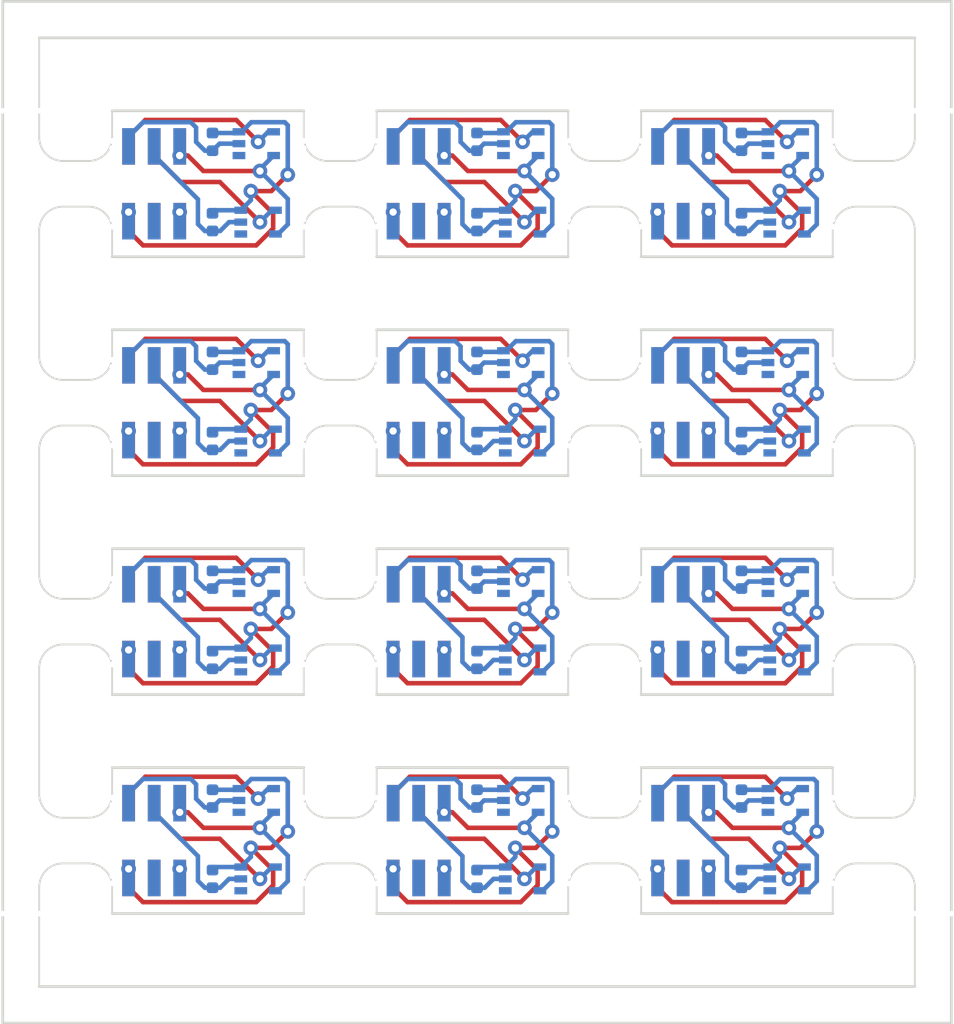
<source format=kicad_pcb>
(kicad_pcb (version 20171130) (host pcbnew 5.0.2-bee76a0~70~ubuntu18.04.1)
  (layers (0 F.Cu signal) (31 B.Cu signal) (34 B.Paste user) (35 F.Paste user) (36 B.SilkS user) (37 F.SilkS user) (38 B.Mask user) (39 F.Mask user) (44 Edge.Cuts user))
  (net 0 "")
  (net 1 "Net-(J1-Pad5)")
  (net 2 GND)
  (net 3 /LED)
  (net 4 +3V3)
  (net 5 /E1)
  (net 6 /E0)
  (net 7 "Net-(J2-Pad5)")
  (net 8 "Net-(J3-Pad1)")
  (net 9 /E0_filtered)
  (net 10 /E1_filtered)
  (net 11 "Net-(J4-Pad1)")
  (module Resistor_SMD:R_0402_1005Metric (layer B.Cu) (at 167.5 114.1 270)
    (fp_text reference R2 hide)
    (fp_text value 2k hide)
    (pad 1 smd roundrect (at -0.485 0 270) (size 0.59 0.64) (layers B.Cu B.Paste B.Mask) (net 2 GND))
    (pad 2 smd roundrect (at 0.485 0 270) (size 0.59 0.64) (layers B.Cu B.Paste B.Mask) (net 5 /E1))
  )
  (module Resistor_SMD:R_0402_1005Metric (layer B.Cu) (at 153 114.1 270)
    (fp_text reference R2 hide)
    (fp_text value 2k hide)
    (pad 1 smd roundrect (at -0.485 0 270) (size 0.59 0.64) (layers B.Cu B.Paste B.Mask) (net 2 GND))
    (pad 2 smd roundrect (at 0.485 0 270) (size 0.59 0.64) (layers B.Cu B.Paste B.Mask) (net 5 /E1))
  )
  (module Resistor_SMD:R_0402_1005Metric (layer B.Cu) (at 138.5 114.1 270)
    (fp_text reference R2 hide)
    (fp_text value 2k hide)
    (pad 1 smd roundrect (at -0.485 0 270) (size 0.59 0.64) (layers B.Cu B.Paste B.Mask) (net 2 GND))
    (pad 2 smd roundrect (at 0.485 0 270) (size 0.59 0.64) (layers B.Cu B.Paste B.Mask) (net 5 /E1))
  )
  (module Resistor_SMD:R_0402_1005Metric (layer B.Cu) (at 167.5 102.1 270)
    (fp_text reference R2 hide)
    (fp_text value 2k hide)
    (pad 1 smd roundrect (at -0.485 0 270) (size 0.59 0.64) (layers B.Cu B.Paste B.Mask) (net 2 GND))
    (pad 2 smd roundrect (at 0.485 0 270) (size 0.59 0.64) (layers B.Cu B.Paste B.Mask) (net 5 /E1))
  )
  (module Resistor_SMD:R_0402_1005Metric (layer B.Cu) (at 153 102.1 270)
    (fp_text reference R2 hide)
    (fp_text value 2k hide)
    (pad 1 smd roundrect (at -0.485 0 270) (size 0.59 0.64) (layers B.Cu B.Paste B.Mask) (net 2 GND))
    (pad 2 smd roundrect (at 0.485 0 270) (size 0.59 0.64) (layers B.Cu B.Paste B.Mask) (net 5 /E1))
  )
  (module Resistor_SMD:R_0402_1005Metric (layer B.Cu) (at 138.5 102.1 270)
    (fp_text reference R2 hide)
    (fp_text value 2k hide)
    (pad 1 smd roundrect (at -0.485 0 270) (size 0.59 0.64) (layers B.Cu B.Paste B.Mask) (net 2 GND))
    (pad 2 smd roundrect (at 0.485 0 270) (size 0.59 0.64) (layers B.Cu B.Paste B.Mask) (net 5 /E1))
  )
  (module Resistor_SMD:R_0402_1005Metric (layer B.Cu) (at 167.5 90.1 270)
    (fp_text reference R2 hide)
    (fp_text value 2k hide)
    (pad 1 smd roundrect (at -0.485 0 270) (size 0.59 0.64) (layers B.Cu B.Paste B.Mask) (net 2 GND))
    (pad 2 smd roundrect (at 0.485 0 270) (size 0.59 0.64) (layers B.Cu B.Paste B.Mask) (net 5 /E1))
  )
  (module Resistor_SMD:R_0402_1005Metric (layer B.Cu) (at 153 90.1 270)
    (fp_text reference R2 hide)
    (fp_text value 2k hide)
    (pad 1 smd roundrect (at -0.485 0 270) (size 0.59 0.64) (layers B.Cu B.Paste B.Mask) (net 2 GND))
    (pad 2 smd roundrect (at 0.485 0 270) (size 0.59 0.64) (layers B.Cu B.Paste B.Mask) (net 5 /E1))
  )
  (module Resistor_SMD:R_0402_1005Metric (layer B.Cu) (at 138.5 90.1 270)
    (fp_text reference R2 hide)
    (fp_text value 2k hide)
    (pad 1 smd roundrect (at -0.485 0 270) (size 0.59 0.64) (layers B.Cu B.Paste B.Mask) (net 2 GND))
    (pad 2 smd roundrect (at 0.485 0 270) (size 0.59 0.64) (layers B.Cu B.Paste B.Mask) (net 5 /E1))
  )
  (module Resistor_SMD:R_0402_1005Metric (layer B.Cu) (at 167.5 78.1 270)
    (fp_text reference R2 hide)
    (fp_text value 2k hide)
    (pad 1 smd roundrect (at -0.485 0 270) (size 0.59 0.64) (layers B.Cu B.Paste B.Mask) (net 2 GND))
    (pad 2 smd roundrect (at 0.485 0 270) (size 0.59 0.64) (layers B.Cu B.Paste B.Mask) (net 5 /E1))
  )
  (module Resistor_SMD:R_0402_1005Metric (layer B.Cu) (at 153 78.1 270)
    (fp_text reference R2 hide)
    (fp_text value 2k hide)
    (pad 1 smd roundrect (at -0.485 0 270) (size 0.59 0.64) (layers B.Cu B.Paste B.Mask) (net 2 GND))
    (pad 2 smd roundrect (at 0.485 0 270) (size 0.59 0.64) (layers B.Cu B.Paste B.Mask) (net 5 /E1))
  )
  (module Resistor_SMD:R_0402_1005Metric (layer B.Cu) (at 167.5 109.7 270)
    (fp_text reference R1 hide)
    (fp_text value 2k hide)
    (pad 2 smd roundrect (at 0.485 0 270) (size 0.59 0.64) (layers B.Cu B.Paste B.Mask) (net 6 /E0))
    (pad 1 smd roundrect (at -0.485 0 270) (size 0.59 0.64) (layers B.Cu B.Paste B.Mask) (net 2 GND))
  )
  (module Resistor_SMD:R_0402_1005Metric (layer B.Cu) (at 153 109.7 270)
    (fp_text reference R1 hide)
    (fp_text value 2k hide)
    (pad 2 smd roundrect (at 0.485 0 270) (size 0.59 0.64) (layers B.Cu B.Paste B.Mask) (net 6 /E0))
    (pad 1 smd roundrect (at -0.485 0 270) (size 0.59 0.64) (layers B.Cu B.Paste B.Mask) (net 2 GND))
  )
  (module Resistor_SMD:R_0402_1005Metric (layer B.Cu) (at 138.5 109.7 270)
    (fp_text reference R1 hide)
    (fp_text value 2k hide)
    (pad 2 smd roundrect (at 0.485 0 270) (size 0.59 0.64) (layers B.Cu B.Paste B.Mask) (net 6 /E0))
    (pad 1 smd roundrect (at -0.485 0 270) (size 0.59 0.64) (layers B.Cu B.Paste B.Mask) (net 2 GND))
  )
  (module Resistor_SMD:R_0402_1005Metric (layer B.Cu) (at 167.5 97.7 270)
    (fp_text reference R1 hide)
    (fp_text value 2k hide)
    (pad 2 smd roundrect (at 0.485 0 270) (size 0.59 0.64) (layers B.Cu B.Paste B.Mask) (net 6 /E0))
    (pad 1 smd roundrect (at -0.485 0 270) (size 0.59 0.64) (layers B.Cu B.Paste B.Mask) (net 2 GND))
  )
  (module Resistor_SMD:R_0402_1005Metric (layer B.Cu) (at 153 97.7 270)
    (fp_text reference R1 hide)
    (fp_text value 2k hide)
    (pad 2 smd roundrect (at 0.485 0 270) (size 0.59 0.64) (layers B.Cu B.Paste B.Mask) (net 6 /E0))
    (pad 1 smd roundrect (at -0.485 0 270) (size 0.59 0.64) (layers B.Cu B.Paste B.Mask) (net 2 GND))
  )
  (module Resistor_SMD:R_0402_1005Metric (layer B.Cu) (at 138.5 97.7 270)
    (fp_text reference R1 hide)
    (fp_text value 2k hide)
    (pad 2 smd roundrect (at 0.485 0 270) (size 0.59 0.64) (layers B.Cu B.Paste B.Mask) (net 6 /E0))
    (pad 1 smd roundrect (at -0.485 0 270) (size 0.59 0.64) (layers B.Cu B.Paste B.Mask) (net 2 GND))
  )
  (module Resistor_SMD:R_0402_1005Metric (layer B.Cu) (at 167.5 85.7 270)
    (fp_text reference R1 hide)
    (fp_text value 2k hide)
    (pad 2 smd roundrect (at 0.485 0 270) (size 0.59 0.64) (layers B.Cu B.Paste B.Mask) (net 6 /E0))
    (pad 1 smd roundrect (at -0.485 0 270) (size 0.59 0.64) (layers B.Cu B.Paste B.Mask) (net 2 GND))
  )
  (module Resistor_SMD:R_0402_1005Metric (layer B.Cu) (at 153 85.7 270)
    (fp_text reference R1 hide)
    (fp_text value 2k hide)
    (pad 2 smd roundrect (at 0.485 0 270) (size 0.59 0.64) (layers B.Cu B.Paste B.Mask) (net 6 /E0))
    (pad 1 smd roundrect (at -0.485 0 270) (size 0.59 0.64) (layers B.Cu B.Paste B.Mask) (net 2 GND))
  )
  (module Resistor_SMD:R_0402_1005Metric (layer B.Cu) (at 138.5 85.7 270)
    (fp_text reference R1 hide)
    (fp_text value 2k hide)
    (pad 2 smd roundrect (at 0.485 0 270) (size 0.59 0.64) (layers B.Cu B.Paste B.Mask) (net 6 /E0))
    (pad 1 smd roundrect (at -0.485 0 270) (size 0.59 0.64) (layers B.Cu B.Paste B.Mask) (net 2 GND))
  )
  (module Resistor_SMD:R_0402_1005Metric (layer B.Cu) (at 167.5 73.7 270)
    (fp_text reference R1 hide)
    (fp_text value 2k hide)
    (pad 2 smd roundrect (at 0.485 0 270) (size 0.59 0.64) (layers B.Cu B.Paste B.Mask) (net 6 /E0))
    (pad 1 smd roundrect (at -0.485 0 270) (size 0.59 0.64) (layers B.Cu B.Paste B.Mask) (net 2 GND))
  )
  (module Resistor_SMD:R_0402_1005Metric (layer B.Cu) (at 153 73.7 270)
    (fp_text reference R1 hide)
    (fp_text value 2k hide)
    (pad 2 smd roundrect (at 0.485 0 270) (size 0.59 0.64) (layers B.Cu B.Paste B.Mask) (net 6 /E0))
    (pad 1 smd roundrect (at -0.485 0 270) (size 0.59 0.64) (layers B.Cu B.Paste B.Mask) (net 2 GND))
  )
  (module custom_lib:tcut1350x01 (layer F.Cu) (at 164.3 112 270)
    (fp_text reference J1 hide)
    (fp_text value pcb_adapter hide)
    (pad 1 smd rect (at -1.55 -1.4 270) (size 2 0.7) (drill (offset -0.5 0)) (layers F.Cu F.Paste F.Mask) (net 4 +3V3))
    (pad 2 smd rect (at -1.55 0 270) (size 2 0.7) (drill (offset -0.5 0)) (layers F.Cu F.Paste F.Mask) (net 10 /E1_filtered))
    (pad 3 smd rect (at -1.55 1.4 270) (size 2 0.7) (drill (offset -0.5 0)) (layers F.Cu F.Paste F.Mask) (net 9 /E0_filtered))
    (pad 4 smd rect (at 1.55 1.4 270) (size 2 0.7) (drill (offset 0.5 0)) (layers F.Cu F.Paste F.Mask) (net 2 GND))
    (pad 6 smd rect (at 1.55 -1.4 270) (size 2 0.7) (drill (offset 0.5 0)) (layers F.Cu F.Paste F.Mask) (net 3 /LED))
    (pad 5 smd rect (at 1.55 0 270) (size 2 0.7) (drill (offset 0.5 0)) (layers F.Cu F.Paste F.Mask) (net 1 "Net-(J1-Pad5)"))
  )
  (module custom_lib:tcut1350x01 (layer F.Cu) (at 149.8 112 270)
    (fp_text reference J1 hide)
    (fp_text value pcb_adapter hide)
    (pad 1 smd rect (at -1.55 -1.4 270) (size 2 0.7) (drill (offset -0.5 0)) (layers F.Cu F.Paste F.Mask) (net 4 +3V3))
    (pad 2 smd rect (at -1.55 0 270) (size 2 0.7) (drill (offset -0.5 0)) (layers F.Cu F.Paste F.Mask) (net 10 /E1_filtered))
    (pad 3 smd rect (at -1.55 1.4 270) (size 2 0.7) (drill (offset -0.5 0)) (layers F.Cu F.Paste F.Mask) (net 9 /E0_filtered))
    (pad 4 smd rect (at 1.55 1.4 270) (size 2 0.7) (drill (offset 0.5 0)) (layers F.Cu F.Paste F.Mask) (net 2 GND))
    (pad 6 smd rect (at 1.55 -1.4 270) (size 2 0.7) (drill (offset 0.5 0)) (layers F.Cu F.Paste F.Mask) (net 3 /LED))
    (pad 5 smd rect (at 1.55 0 270) (size 2 0.7) (drill (offset 0.5 0)) (layers F.Cu F.Paste F.Mask) (net 1 "Net-(J1-Pad5)"))
  )
  (module custom_lib:tcut1350x01 (layer F.Cu) (at 135.3 112 270)
    (fp_text reference J1 hide)
    (fp_text value pcb_adapter hide)
    (pad 1 smd rect (at -1.55 -1.4 270) (size 2 0.7) (drill (offset -0.5 0)) (layers F.Cu F.Paste F.Mask) (net 4 +3V3))
    (pad 2 smd rect (at -1.55 0 270) (size 2 0.7) (drill (offset -0.5 0)) (layers F.Cu F.Paste F.Mask) (net 10 /E1_filtered))
    (pad 3 smd rect (at -1.55 1.4 270) (size 2 0.7) (drill (offset -0.5 0)) (layers F.Cu F.Paste F.Mask) (net 9 /E0_filtered))
    (pad 4 smd rect (at 1.55 1.4 270) (size 2 0.7) (drill (offset 0.5 0)) (layers F.Cu F.Paste F.Mask) (net 2 GND))
    (pad 6 smd rect (at 1.55 -1.4 270) (size 2 0.7) (drill (offset 0.5 0)) (layers F.Cu F.Paste F.Mask) (net 3 /LED))
    (pad 5 smd rect (at 1.55 0 270) (size 2 0.7) (drill (offset 0.5 0)) (layers F.Cu F.Paste F.Mask) (net 1 "Net-(J1-Pad5)"))
  )
  (module custom_lib:tcut1350x01 (layer F.Cu) (at 164.3 100 270)
    (fp_text reference J1 hide)
    (fp_text value pcb_adapter hide)
    (pad 1 smd rect (at -1.55 -1.4 270) (size 2 0.7) (drill (offset -0.5 0)) (layers F.Cu F.Paste F.Mask) (net 4 +3V3))
    (pad 2 smd rect (at -1.55 0 270) (size 2 0.7) (drill (offset -0.5 0)) (layers F.Cu F.Paste F.Mask) (net 10 /E1_filtered))
    (pad 3 smd rect (at -1.55 1.4 270) (size 2 0.7) (drill (offset -0.5 0)) (layers F.Cu F.Paste F.Mask) (net 9 /E0_filtered))
    (pad 4 smd rect (at 1.55 1.4 270) (size 2 0.7) (drill (offset 0.5 0)) (layers F.Cu F.Paste F.Mask) (net 2 GND))
    (pad 6 smd rect (at 1.55 -1.4 270) (size 2 0.7) (drill (offset 0.5 0)) (layers F.Cu F.Paste F.Mask) (net 3 /LED))
    (pad 5 smd rect (at 1.55 0 270) (size 2 0.7) (drill (offset 0.5 0)) (layers F.Cu F.Paste F.Mask) (net 1 "Net-(J1-Pad5)"))
  )
  (module custom_lib:tcut1350x01 (layer F.Cu) (at 149.8 100 270)
    (fp_text reference J1 hide)
    (fp_text value pcb_adapter hide)
    (pad 1 smd rect (at -1.55 -1.4 270) (size 2 0.7) (drill (offset -0.5 0)) (layers F.Cu F.Paste F.Mask) (net 4 +3V3))
    (pad 2 smd rect (at -1.55 0 270) (size 2 0.7) (drill (offset -0.5 0)) (layers F.Cu F.Paste F.Mask) (net 10 /E1_filtered))
    (pad 3 smd rect (at -1.55 1.4 270) (size 2 0.7) (drill (offset -0.5 0)) (layers F.Cu F.Paste F.Mask) (net 9 /E0_filtered))
    (pad 4 smd rect (at 1.55 1.4 270) (size 2 0.7) (drill (offset 0.5 0)) (layers F.Cu F.Paste F.Mask) (net 2 GND))
    (pad 6 smd rect (at 1.55 -1.4 270) (size 2 0.7) (drill (offset 0.5 0)) (layers F.Cu F.Paste F.Mask) (net 3 /LED))
    (pad 5 smd rect (at 1.55 0 270) (size 2 0.7) (drill (offset 0.5 0)) (layers F.Cu F.Paste F.Mask) (net 1 "Net-(J1-Pad5)"))
  )
  (module custom_lib:tcut1350x01 (layer F.Cu) (at 135.3 100 270)
    (fp_text reference J1 hide)
    (fp_text value pcb_adapter hide)
    (pad 1 smd rect (at -1.55 -1.4 270) (size 2 0.7) (drill (offset -0.5 0)) (layers F.Cu F.Paste F.Mask) (net 4 +3V3))
    (pad 2 smd rect (at -1.55 0 270) (size 2 0.7) (drill (offset -0.5 0)) (layers F.Cu F.Paste F.Mask) (net 10 /E1_filtered))
    (pad 3 smd rect (at -1.55 1.4 270) (size 2 0.7) (drill (offset -0.5 0)) (layers F.Cu F.Paste F.Mask) (net 9 /E0_filtered))
    (pad 4 smd rect (at 1.55 1.4 270) (size 2 0.7) (drill (offset 0.5 0)) (layers F.Cu F.Paste F.Mask) (net 2 GND))
    (pad 6 smd rect (at 1.55 -1.4 270) (size 2 0.7) (drill (offset 0.5 0)) (layers F.Cu F.Paste F.Mask) (net 3 /LED))
    (pad 5 smd rect (at 1.55 0 270) (size 2 0.7) (drill (offset 0.5 0)) (layers F.Cu F.Paste F.Mask) (net 1 "Net-(J1-Pad5)"))
  )
  (module custom_lib:tcut1350x01 (layer F.Cu) (at 164.3 88 270)
    (fp_text reference J1 hide)
    (fp_text value pcb_adapter hide)
    (pad 1 smd rect (at -1.55 -1.4 270) (size 2 0.7) (drill (offset -0.5 0)) (layers F.Cu F.Paste F.Mask) (net 4 +3V3))
    (pad 2 smd rect (at -1.55 0 270) (size 2 0.7) (drill (offset -0.5 0)) (layers F.Cu F.Paste F.Mask) (net 10 /E1_filtered))
    (pad 3 smd rect (at -1.55 1.4 270) (size 2 0.7) (drill (offset -0.5 0)) (layers F.Cu F.Paste F.Mask) (net 9 /E0_filtered))
    (pad 4 smd rect (at 1.55 1.4 270) (size 2 0.7) (drill (offset 0.5 0)) (layers F.Cu F.Paste F.Mask) (net 2 GND))
    (pad 6 smd rect (at 1.55 -1.4 270) (size 2 0.7) (drill (offset 0.5 0)) (layers F.Cu F.Paste F.Mask) (net 3 /LED))
    (pad 5 smd rect (at 1.55 0 270) (size 2 0.7) (drill (offset 0.5 0)) (layers F.Cu F.Paste F.Mask) (net 1 "Net-(J1-Pad5)"))
  )
  (module custom_lib:tcut1350x01 (layer F.Cu) (at 149.8 88 270)
    (fp_text reference J1 hide)
    (fp_text value pcb_adapter hide)
    (pad 1 smd rect (at -1.55 -1.4 270) (size 2 0.7) (drill (offset -0.5 0)) (layers F.Cu F.Paste F.Mask) (net 4 +3V3))
    (pad 2 smd rect (at -1.55 0 270) (size 2 0.7) (drill (offset -0.5 0)) (layers F.Cu F.Paste F.Mask) (net 10 /E1_filtered))
    (pad 3 smd rect (at -1.55 1.4 270) (size 2 0.7) (drill (offset -0.5 0)) (layers F.Cu F.Paste F.Mask) (net 9 /E0_filtered))
    (pad 4 smd rect (at 1.55 1.4 270) (size 2 0.7) (drill (offset 0.5 0)) (layers F.Cu F.Paste F.Mask) (net 2 GND))
    (pad 6 smd rect (at 1.55 -1.4 270) (size 2 0.7) (drill (offset 0.5 0)) (layers F.Cu F.Paste F.Mask) (net 3 /LED))
    (pad 5 smd rect (at 1.55 0 270) (size 2 0.7) (drill (offset 0.5 0)) (layers F.Cu F.Paste F.Mask) (net 1 "Net-(J1-Pad5)"))
  )
  (module custom_lib:tcut1350x01 (layer F.Cu) (at 135.3 88 270)
    (fp_text reference J1 hide)
    (fp_text value pcb_adapter hide)
    (pad 1 smd rect (at -1.55 -1.4 270) (size 2 0.7) (drill (offset -0.5 0)) (layers F.Cu F.Paste F.Mask) (net 4 +3V3))
    (pad 2 smd rect (at -1.55 0 270) (size 2 0.7) (drill (offset -0.5 0)) (layers F.Cu F.Paste F.Mask) (net 10 /E1_filtered))
    (pad 3 smd rect (at -1.55 1.4 270) (size 2 0.7) (drill (offset -0.5 0)) (layers F.Cu F.Paste F.Mask) (net 9 /E0_filtered))
    (pad 4 smd rect (at 1.55 1.4 270) (size 2 0.7) (drill (offset 0.5 0)) (layers F.Cu F.Paste F.Mask) (net 2 GND))
    (pad 6 smd rect (at 1.55 -1.4 270) (size 2 0.7) (drill (offset 0.5 0)) (layers F.Cu F.Paste F.Mask) (net 3 /LED))
    (pad 5 smd rect (at 1.55 0 270) (size 2 0.7) (drill (offset 0.5 0)) (layers F.Cu F.Paste F.Mask) (net 1 "Net-(J1-Pad5)"))
  )
  (module custom_lib:tcut1350x01 (layer F.Cu) (at 164.3 76 270)
    (fp_text reference J1 hide)
    (fp_text value pcb_adapter hide)
    (pad 1 smd rect (at -1.55 -1.4 270) (size 2 0.7) (drill (offset -0.5 0)) (layers F.Cu F.Paste F.Mask) (net 4 +3V3))
    (pad 2 smd rect (at -1.55 0 270) (size 2 0.7) (drill (offset -0.5 0)) (layers F.Cu F.Paste F.Mask) (net 10 /E1_filtered))
    (pad 3 smd rect (at -1.55 1.4 270) (size 2 0.7) (drill (offset -0.5 0)) (layers F.Cu F.Paste F.Mask) (net 9 /E0_filtered))
    (pad 4 smd rect (at 1.55 1.4 270) (size 2 0.7) (drill (offset 0.5 0)) (layers F.Cu F.Paste F.Mask) (net 2 GND))
    (pad 6 smd rect (at 1.55 -1.4 270) (size 2 0.7) (drill (offset 0.5 0)) (layers F.Cu F.Paste F.Mask) (net 3 /LED))
    (pad 5 smd rect (at 1.55 0 270) (size 2 0.7) (drill (offset 0.5 0)) (layers F.Cu F.Paste F.Mask) (net 1 "Net-(J1-Pad5)"))
  )
  (module custom_lib:tcut1350x01 (layer F.Cu) (at 149.8 76 270)
    (fp_text reference J1 hide)
    (fp_text value pcb_adapter hide)
    (pad 1 smd rect (at -1.55 -1.4 270) (size 2 0.7) (drill (offset -0.5 0)) (layers F.Cu F.Paste F.Mask) (net 4 +3V3))
    (pad 2 smd rect (at -1.55 0 270) (size 2 0.7) (drill (offset -0.5 0)) (layers F.Cu F.Paste F.Mask) (net 10 /E1_filtered))
    (pad 3 smd rect (at -1.55 1.4 270) (size 2 0.7) (drill (offset -0.5 0)) (layers F.Cu F.Paste F.Mask) (net 9 /E0_filtered))
    (pad 4 smd rect (at 1.55 1.4 270) (size 2 0.7) (drill (offset 0.5 0)) (layers F.Cu F.Paste F.Mask) (net 2 GND))
    (pad 6 smd rect (at 1.55 -1.4 270) (size 2 0.7) (drill (offset 0.5 0)) (layers F.Cu F.Paste F.Mask) (net 3 /LED))
    (pad 5 smd rect (at 1.55 0 270) (size 2 0.7) (drill (offset 0.5 0)) (layers F.Cu F.Paste F.Mask) (net 1 "Net-(J1-Pad5)"))
  )
  (module custom_lib:tcut1350x01 (layer B.Cu) (at 164.3 112 270)
    (fp_text reference J2 hide)
    (fp_text value real_sensor hide)
    (pad 5 smd rect (at 1.55 0 270) (size 2 0.7) (drill (offset 0.5 0)) (layers B.Cu B.Paste B.Mask) (net 7 "Net-(J2-Pad5)"))
    (pad 6 smd rect (at 1.55 1.4 270) (size 2 0.7) (drill (offset 0.5 0)) (layers B.Cu B.Paste B.Mask) (net 2 GND))
    (pad 4 smd rect (at 1.55 -1.4 270) (size 2 0.7) (drill (offset 0.5 0)) (layers B.Cu B.Paste B.Mask) (net 3 /LED))
    (pad 3 smd rect (at -1.55 -1.4 270) (size 2 0.7) (drill (offset -0.5 0)) (layers B.Cu B.Paste B.Mask) (net 4 +3V3))
    (pad 2 smd rect (at -1.55 0 270) (size 2 0.7) (drill (offset -0.5 0)) (layers B.Cu B.Paste B.Mask) (net 5 /E1))
    (pad 1 smd rect (at -1.55 1.4 270) (size 2 0.7) (drill (offset -0.5 0)) (layers B.Cu B.Paste B.Mask) (net 6 /E0))
  )
  (module custom_lib:tcut1350x01 (layer B.Cu) (at 149.8 112 270)
    (fp_text reference J2 hide)
    (fp_text value real_sensor hide)
    (pad 5 smd rect (at 1.55 0 270) (size 2 0.7) (drill (offset 0.5 0)) (layers B.Cu B.Paste B.Mask) (net 7 "Net-(J2-Pad5)"))
    (pad 6 smd rect (at 1.55 1.4 270) (size 2 0.7) (drill (offset 0.5 0)) (layers B.Cu B.Paste B.Mask) (net 2 GND))
    (pad 4 smd rect (at 1.55 -1.4 270) (size 2 0.7) (drill (offset 0.5 0)) (layers B.Cu B.Paste B.Mask) (net 3 /LED))
    (pad 3 smd rect (at -1.55 -1.4 270) (size 2 0.7) (drill (offset -0.5 0)) (layers B.Cu B.Paste B.Mask) (net 4 +3V3))
    (pad 2 smd rect (at -1.55 0 270) (size 2 0.7) (drill (offset -0.5 0)) (layers B.Cu B.Paste B.Mask) (net 5 /E1))
    (pad 1 smd rect (at -1.55 1.4 270) (size 2 0.7) (drill (offset -0.5 0)) (layers B.Cu B.Paste B.Mask) (net 6 /E0))
  )
  (module custom_lib:tcut1350x01 (layer B.Cu) (at 135.3 112 270)
    (fp_text reference J2 hide)
    (fp_text value real_sensor hide)
    (pad 5 smd rect (at 1.55 0 270) (size 2 0.7) (drill (offset 0.5 0)) (layers B.Cu B.Paste B.Mask) (net 7 "Net-(J2-Pad5)"))
    (pad 6 smd rect (at 1.55 1.4 270) (size 2 0.7) (drill (offset 0.5 0)) (layers B.Cu B.Paste B.Mask) (net 2 GND))
    (pad 4 smd rect (at 1.55 -1.4 270) (size 2 0.7) (drill (offset 0.5 0)) (layers B.Cu B.Paste B.Mask) (net 3 /LED))
    (pad 3 smd rect (at -1.55 -1.4 270) (size 2 0.7) (drill (offset -0.5 0)) (layers B.Cu B.Paste B.Mask) (net 4 +3V3))
    (pad 2 smd rect (at -1.55 0 270) (size 2 0.7) (drill (offset -0.5 0)) (layers B.Cu B.Paste B.Mask) (net 5 /E1))
    (pad 1 smd rect (at -1.55 1.4 270) (size 2 0.7) (drill (offset -0.5 0)) (layers B.Cu B.Paste B.Mask) (net 6 /E0))
  )
  (module custom_lib:tcut1350x01 (layer B.Cu) (at 164.3 100 270)
    (fp_text reference J2 hide)
    (fp_text value real_sensor hide)
    (pad 5 smd rect (at 1.55 0 270) (size 2 0.7) (drill (offset 0.5 0)) (layers B.Cu B.Paste B.Mask) (net 7 "Net-(J2-Pad5)"))
    (pad 6 smd rect (at 1.55 1.4 270) (size 2 0.7) (drill (offset 0.5 0)) (layers B.Cu B.Paste B.Mask) (net 2 GND))
    (pad 4 smd rect (at 1.55 -1.4 270) (size 2 0.7) (drill (offset 0.5 0)) (layers B.Cu B.Paste B.Mask) (net 3 /LED))
    (pad 3 smd rect (at -1.55 -1.4 270) (size 2 0.7) (drill (offset -0.5 0)) (layers B.Cu B.Paste B.Mask) (net 4 +3V3))
    (pad 2 smd rect (at -1.55 0 270) (size 2 0.7) (drill (offset -0.5 0)) (layers B.Cu B.Paste B.Mask) (net 5 /E1))
    (pad 1 smd rect (at -1.55 1.4 270) (size 2 0.7) (drill (offset -0.5 0)) (layers B.Cu B.Paste B.Mask) (net 6 /E0))
  )
  (module custom_lib:tcut1350x01 (layer B.Cu) (at 149.8 100 270)
    (fp_text reference J2 hide)
    (fp_text value real_sensor hide)
    (pad 5 smd rect (at 1.55 0 270) (size 2 0.7) (drill (offset 0.5 0)) (layers B.Cu B.Paste B.Mask) (net 7 "Net-(J2-Pad5)"))
    (pad 6 smd rect (at 1.55 1.4 270) (size 2 0.7) (drill (offset 0.5 0)) (layers B.Cu B.Paste B.Mask) (net 2 GND))
    (pad 4 smd rect (at 1.55 -1.4 270) (size 2 0.7) (drill (offset 0.5 0)) (layers B.Cu B.Paste B.Mask) (net 3 /LED))
    (pad 3 smd rect (at -1.55 -1.4 270) (size 2 0.7) (drill (offset -0.5 0)) (layers B.Cu B.Paste B.Mask) (net 4 +3V3))
    (pad 2 smd rect (at -1.55 0 270) (size 2 0.7) (drill (offset -0.5 0)) (layers B.Cu B.Paste B.Mask) (net 5 /E1))
    (pad 1 smd rect (at -1.55 1.4 270) (size 2 0.7) (drill (offset -0.5 0)) (layers B.Cu B.Paste B.Mask) (net 6 /E0))
  )
  (module custom_lib:tcut1350x01 (layer B.Cu) (at 135.3 100 270)
    (fp_text reference J2 hide)
    (fp_text value real_sensor hide)
    (pad 5 smd rect (at 1.55 0 270) (size 2 0.7) (drill (offset 0.5 0)) (layers B.Cu B.Paste B.Mask) (net 7 "Net-(J2-Pad5)"))
    (pad 6 smd rect (at 1.55 1.4 270) (size 2 0.7) (drill (offset 0.5 0)) (layers B.Cu B.Paste B.Mask) (net 2 GND))
    (pad 4 smd rect (at 1.55 -1.4 270) (size 2 0.7) (drill (offset 0.5 0)) (layers B.Cu B.Paste B.Mask) (net 3 /LED))
    (pad 3 smd rect (at -1.55 -1.4 270) (size 2 0.7) (drill (offset -0.5 0)) (layers B.Cu B.Paste B.Mask) (net 4 +3V3))
    (pad 2 smd rect (at -1.55 0 270) (size 2 0.7) (drill (offset -0.5 0)) (layers B.Cu B.Paste B.Mask) (net 5 /E1))
    (pad 1 smd rect (at -1.55 1.4 270) (size 2 0.7) (drill (offset -0.5 0)) (layers B.Cu B.Paste B.Mask) (net 6 /E0))
  )
  (module custom_lib:tcut1350x01 (layer B.Cu) (at 164.3 88 270)
    (fp_text reference J2 hide)
    (fp_text value real_sensor hide)
    (pad 5 smd rect (at 1.55 0 270) (size 2 0.7) (drill (offset 0.5 0)) (layers B.Cu B.Paste B.Mask) (net 7 "Net-(J2-Pad5)"))
    (pad 6 smd rect (at 1.55 1.4 270) (size 2 0.7) (drill (offset 0.5 0)) (layers B.Cu B.Paste B.Mask) (net 2 GND))
    (pad 4 smd rect (at 1.55 -1.4 270) (size 2 0.7) (drill (offset 0.5 0)) (layers B.Cu B.Paste B.Mask) (net 3 /LED))
    (pad 3 smd rect (at -1.55 -1.4 270) (size 2 0.7) (drill (offset -0.5 0)) (layers B.Cu B.Paste B.Mask) (net 4 +3V3))
    (pad 2 smd rect (at -1.55 0 270) (size 2 0.7) (drill (offset -0.5 0)) (layers B.Cu B.Paste B.Mask) (net 5 /E1))
    (pad 1 smd rect (at -1.55 1.4 270) (size 2 0.7) (drill (offset -0.5 0)) (layers B.Cu B.Paste B.Mask) (net 6 /E0))
  )
  (module custom_lib:tcut1350x01 (layer B.Cu) (at 149.8 88 270)
    (fp_text reference J2 hide)
    (fp_text value real_sensor hide)
    (pad 5 smd rect (at 1.55 0 270) (size 2 0.7) (drill (offset 0.5 0)) (layers B.Cu B.Paste B.Mask) (net 7 "Net-(J2-Pad5)"))
    (pad 6 smd rect (at 1.55 1.4 270) (size 2 0.7) (drill (offset 0.5 0)) (layers B.Cu B.Paste B.Mask) (net 2 GND))
    (pad 4 smd rect (at 1.55 -1.4 270) (size 2 0.7) (drill (offset 0.5 0)) (layers B.Cu B.Paste B.Mask) (net 3 /LED))
    (pad 3 smd rect (at -1.55 -1.4 270) (size 2 0.7) (drill (offset -0.5 0)) (layers B.Cu B.Paste B.Mask) (net 4 +3V3))
    (pad 2 smd rect (at -1.55 0 270) (size 2 0.7) (drill (offset -0.5 0)) (layers B.Cu B.Paste B.Mask) (net 5 /E1))
    (pad 1 smd rect (at -1.55 1.4 270) (size 2 0.7) (drill (offset -0.5 0)) (layers B.Cu B.Paste B.Mask) (net 6 /E0))
  )
  (module custom_lib:tcut1350x01 (layer B.Cu) (at 135.3 88 270)
    (fp_text reference J2 hide)
    (fp_text value real_sensor hide)
    (pad 5 smd rect (at 1.55 0 270) (size 2 0.7) (drill (offset 0.5 0)) (layers B.Cu B.Paste B.Mask) (net 7 "Net-(J2-Pad5)"))
    (pad 6 smd rect (at 1.55 1.4 270) (size 2 0.7) (drill (offset 0.5 0)) (layers B.Cu B.Paste B.Mask) (net 2 GND))
    (pad 4 smd rect (at 1.55 -1.4 270) (size 2 0.7) (drill (offset 0.5 0)) (layers B.Cu B.Paste B.Mask) (net 3 /LED))
    (pad 3 smd rect (at -1.55 -1.4 270) (size 2 0.7) (drill (offset -0.5 0)) (layers B.Cu B.Paste B.Mask) (net 4 +3V3))
    (pad 2 smd rect (at -1.55 0 270) (size 2 0.7) (drill (offset -0.5 0)) (layers B.Cu B.Paste B.Mask) (net 5 /E1))
    (pad 1 smd rect (at -1.55 1.4 270) (size 2 0.7) (drill (offset -0.5 0)) (layers B.Cu B.Paste B.Mask) (net 6 /E0))
  )
  (module custom_lib:tcut1350x01 (layer B.Cu) (at 164.3 76 270)
    (fp_text reference J2 hide)
    (fp_text value real_sensor hide)
    (pad 5 smd rect (at 1.55 0 270) (size 2 0.7) (drill (offset 0.5 0)) (layers B.Cu B.Paste B.Mask) (net 7 "Net-(J2-Pad5)"))
    (pad 6 smd rect (at 1.55 1.4 270) (size 2 0.7) (drill (offset 0.5 0)) (layers B.Cu B.Paste B.Mask) (net 2 GND))
    (pad 4 smd rect (at 1.55 -1.4 270) (size 2 0.7) (drill (offset 0.5 0)) (layers B.Cu B.Paste B.Mask) (net 3 /LED))
    (pad 3 smd rect (at -1.55 -1.4 270) (size 2 0.7) (drill (offset -0.5 0)) (layers B.Cu B.Paste B.Mask) (net 4 +3V3))
    (pad 2 smd rect (at -1.55 0 270) (size 2 0.7) (drill (offset -0.5 0)) (layers B.Cu B.Paste B.Mask) (net 5 /E1))
    (pad 1 smd rect (at -1.55 1.4 270) (size 2 0.7) (drill (offset -0.5 0)) (layers B.Cu B.Paste B.Mask) (net 6 /E0))
  )
  (module custom_lib:tcut1350x01 (layer B.Cu) (at 149.8 76 270)
    (fp_text reference J2 hide)
    (fp_text value real_sensor hide)
    (pad 5 smd rect (at 1.55 0 270) (size 2 0.7) (drill (offset 0.5 0)) (layers B.Cu B.Paste B.Mask) (net 7 "Net-(J2-Pad5)"))
    (pad 6 smd rect (at 1.55 1.4 270) (size 2 0.7) (drill (offset 0.5 0)) (layers B.Cu B.Paste B.Mask) (net 2 GND))
    (pad 4 smd rect (at 1.55 -1.4 270) (size 2 0.7) (drill (offset 0.5 0)) (layers B.Cu B.Paste B.Mask) (net 3 /LED))
    (pad 3 smd rect (at -1.55 -1.4 270) (size 2 0.7) (drill (offset -0.5 0)) (layers B.Cu B.Paste B.Mask) (net 4 +3V3))
    (pad 2 smd rect (at -1.55 0 270) (size 2 0.7) (drill (offset -0.5 0)) (layers B.Cu B.Paste B.Mask) (net 5 /E1))
    (pad 1 smd rect (at -1.55 1.4 270) (size 2 0.7) (drill (offset -0.5 0)) (layers B.Cu B.Paste B.Mask) (net 6 /E0))
  )
  (module custom_lib:SC70-5 (layer B.Cu) (at 170 114.1 90)
    (fp_text reference J4)
    (fp_text value Conn_01x05_Female)
    (pad 1 smd rect (at -0.65 -0.95 90) (size 0.4 0.7) (layers B.Cu B.Paste B.Mask) (net 11 "Net-(J4-Pad1)"))
    (pad 2 smd rect (at 0 -0.95 90) (size 0.4 0.7) (layers B.Cu B.Paste B.Mask) (net 5 /E1))
    (pad 3 smd rect (at 0.65 -0.95 90) (size 0.4 0.7) (layers B.Cu B.Paste B.Mask) (net 2 GND))
    (pad 4 smd rect (at 0.65 0.95 90) (size 0.4 0.7) (layers B.Cu B.Paste B.Mask) (net 10 /E1_filtered))
    (pad 5 smd rect (at -0.65 0.95 90) (size 0.4 0.7) (layers B.Cu B.Paste B.Mask) (net 4 +3V3))
  )
  (module custom_lib:SC70-5 (layer B.Cu) (at 155.5 114.1 90)
    (fp_text reference J4)
    (fp_text value Conn_01x05_Female)
    (pad 1 smd rect (at -0.65 -0.95 90) (size 0.4 0.7) (layers B.Cu B.Paste B.Mask) (net 11 "Net-(J4-Pad1)"))
    (pad 2 smd rect (at 0 -0.95 90) (size 0.4 0.7) (layers B.Cu B.Paste B.Mask) (net 5 /E1))
    (pad 3 smd rect (at 0.65 -0.95 90) (size 0.4 0.7) (layers B.Cu B.Paste B.Mask) (net 2 GND))
    (pad 4 smd rect (at 0.65 0.95 90) (size 0.4 0.7) (layers B.Cu B.Paste B.Mask) (net 10 /E1_filtered))
    (pad 5 smd rect (at -0.65 0.95 90) (size 0.4 0.7) (layers B.Cu B.Paste B.Mask) (net 4 +3V3))
  )
  (module custom_lib:SC70-5 (layer B.Cu) (at 141 114.1 90)
    (fp_text reference J4)
    (fp_text value Conn_01x05_Female)
    (pad 1 smd rect (at -0.65 -0.95 90) (size 0.4 0.7) (layers B.Cu B.Paste B.Mask) (net 11 "Net-(J4-Pad1)"))
    (pad 2 smd rect (at 0 -0.95 90) (size 0.4 0.7) (layers B.Cu B.Paste B.Mask) (net 5 /E1))
    (pad 3 smd rect (at 0.65 -0.95 90) (size 0.4 0.7) (layers B.Cu B.Paste B.Mask) (net 2 GND))
    (pad 4 smd rect (at 0.65 0.95 90) (size 0.4 0.7) (layers B.Cu B.Paste B.Mask) (net 10 /E1_filtered))
    (pad 5 smd rect (at -0.65 0.95 90) (size 0.4 0.7) (layers B.Cu B.Paste B.Mask) (net 4 +3V3))
  )
  (module custom_lib:SC70-5 (layer B.Cu) (at 170 102.1 90)
    (fp_text reference J4)
    (fp_text value Conn_01x05_Female)
    (pad 1 smd rect (at -0.65 -0.95 90) (size 0.4 0.7) (layers B.Cu B.Paste B.Mask) (net 11 "Net-(J4-Pad1)"))
    (pad 2 smd rect (at 0 -0.95 90) (size 0.4 0.7) (layers B.Cu B.Paste B.Mask) (net 5 /E1))
    (pad 3 smd rect (at 0.65 -0.95 90) (size 0.4 0.7) (layers B.Cu B.Paste B.Mask) (net 2 GND))
    (pad 4 smd rect (at 0.65 0.95 90) (size 0.4 0.7) (layers B.Cu B.Paste B.Mask) (net 10 /E1_filtered))
    (pad 5 smd rect (at -0.65 0.95 90) (size 0.4 0.7) (layers B.Cu B.Paste B.Mask) (net 4 +3V3))
  )
  (module custom_lib:SC70-5 (layer B.Cu) (at 155.5 102.1 90)
    (fp_text reference J4)
    (fp_text value Conn_01x05_Female)
    (pad 1 smd rect (at -0.65 -0.95 90) (size 0.4 0.7) (layers B.Cu B.Paste B.Mask) (net 11 "Net-(J4-Pad1)"))
    (pad 2 smd rect (at 0 -0.95 90) (size 0.4 0.7) (layers B.Cu B.Paste B.Mask) (net 5 /E1))
    (pad 3 smd rect (at 0.65 -0.95 90) (size 0.4 0.7) (layers B.Cu B.Paste B.Mask) (net 2 GND))
    (pad 4 smd rect (at 0.65 0.95 90) (size 0.4 0.7) (layers B.Cu B.Paste B.Mask) (net 10 /E1_filtered))
    (pad 5 smd rect (at -0.65 0.95 90) (size 0.4 0.7) (layers B.Cu B.Paste B.Mask) (net 4 +3V3))
  )
  (module custom_lib:SC70-5 (layer B.Cu) (at 141 102.1 90)
    (fp_text reference J4)
    (fp_text value Conn_01x05_Female)
    (pad 1 smd rect (at -0.65 -0.95 90) (size 0.4 0.7) (layers B.Cu B.Paste B.Mask) (net 11 "Net-(J4-Pad1)"))
    (pad 2 smd rect (at 0 -0.95 90) (size 0.4 0.7) (layers B.Cu B.Paste B.Mask) (net 5 /E1))
    (pad 3 smd rect (at 0.65 -0.95 90) (size 0.4 0.7) (layers B.Cu B.Paste B.Mask) (net 2 GND))
    (pad 4 smd rect (at 0.65 0.95 90) (size 0.4 0.7) (layers B.Cu B.Paste B.Mask) (net 10 /E1_filtered))
    (pad 5 smd rect (at -0.65 0.95 90) (size 0.4 0.7) (layers B.Cu B.Paste B.Mask) (net 4 +3V3))
  )
  (module custom_lib:SC70-5 (layer B.Cu) (at 170 90.1 90)
    (fp_text reference J4)
    (fp_text value Conn_01x05_Female)
    (pad 1 smd rect (at -0.65 -0.95 90) (size 0.4 0.7) (layers B.Cu B.Paste B.Mask) (net 11 "Net-(J4-Pad1)"))
    (pad 2 smd rect (at 0 -0.95 90) (size 0.4 0.7) (layers B.Cu B.Paste B.Mask) (net 5 /E1))
    (pad 3 smd rect (at 0.65 -0.95 90) (size 0.4 0.7) (layers B.Cu B.Paste B.Mask) (net 2 GND))
    (pad 4 smd rect (at 0.65 0.95 90) (size 0.4 0.7) (layers B.Cu B.Paste B.Mask) (net 10 /E1_filtered))
    (pad 5 smd rect (at -0.65 0.95 90) (size 0.4 0.7) (layers B.Cu B.Paste B.Mask) (net 4 +3V3))
  )
  (module custom_lib:SC70-5 (layer B.Cu) (at 155.5 90.1 90)
    (fp_text reference J4)
    (fp_text value Conn_01x05_Female)
    (pad 1 smd rect (at -0.65 -0.95 90) (size 0.4 0.7) (layers B.Cu B.Paste B.Mask) (net 11 "Net-(J4-Pad1)"))
    (pad 2 smd rect (at 0 -0.95 90) (size 0.4 0.7) (layers B.Cu B.Paste B.Mask) (net 5 /E1))
    (pad 3 smd rect (at 0.65 -0.95 90) (size 0.4 0.7) (layers B.Cu B.Paste B.Mask) (net 2 GND))
    (pad 4 smd rect (at 0.65 0.95 90) (size 0.4 0.7) (layers B.Cu B.Paste B.Mask) (net 10 /E1_filtered))
    (pad 5 smd rect (at -0.65 0.95 90) (size 0.4 0.7) (layers B.Cu B.Paste B.Mask) (net 4 +3V3))
  )
  (module custom_lib:SC70-5 (layer B.Cu) (at 141 90.1 90)
    (fp_text reference J4)
    (fp_text value Conn_01x05_Female)
    (pad 1 smd rect (at -0.65 -0.95 90) (size 0.4 0.7) (layers B.Cu B.Paste B.Mask) (net 11 "Net-(J4-Pad1)"))
    (pad 2 smd rect (at 0 -0.95 90) (size 0.4 0.7) (layers B.Cu B.Paste B.Mask) (net 5 /E1))
    (pad 3 smd rect (at 0.65 -0.95 90) (size 0.4 0.7) (layers B.Cu B.Paste B.Mask) (net 2 GND))
    (pad 4 smd rect (at 0.65 0.95 90) (size 0.4 0.7) (layers B.Cu B.Paste B.Mask) (net 10 /E1_filtered))
    (pad 5 smd rect (at -0.65 0.95 90) (size 0.4 0.7) (layers B.Cu B.Paste B.Mask) (net 4 +3V3))
  )
  (module custom_lib:SC70-5 (layer B.Cu) (at 170 78.1 90)
    (fp_text reference J4)
    (fp_text value Conn_01x05_Female)
    (pad 1 smd rect (at -0.65 -0.95 90) (size 0.4 0.7) (layers B.Cu B.Paste B.Mask) (net 11 "Net-(J4-Pad1)"))
    (pad 2 smd rect (at 0 -0.95 90) (size 0.4 0.7) (layers B.Cu B.Paste B.Mask) (net 5 /E1))
    (pad 3 smd rect (at 0.65 -0.95 90) (size 0.4 0.7) (layers B.Cu B.Paste B.Mask) (net 2 GND))
    (pad 4 smd rect (at 0.65 0.95 90) (size 0.4 0.7) (layers B.Cu B.Paste B.Mask) (net 10 /E1_filtered))
    (pad 5 smd rect (at -0.65 0.95 90) (size 0.4 0.7) (layers B.Cu B.Paste B.Mask) (net 4 +3V3))
  )
  (module custom_lib:SC70-5 (layer B.Cu) (at 155.5 78.1 90)
    (fp_text reference J4)
    (fp_text value Conn_01x05_Female)
    (pad 1 smd rect (at -0.65 -0.95 90) (size 0.4 0.7) (layers B.Cu B.Paste B.Mask) (net 11 "Net-(J4-Pad1)"))
    (pad 2 smd rect (at 0 -0.95 90) (size 0.4 0.7) (layers B.Cu B.Paste B.Mask) (net 5 /E1))
    (pad 3 smd rect (at 0.65 -0.95 90) (size 0.4 0.7) (layers B.Cu B.Paste B.Mask) (net 2 GND))
    (pad 4 smd rect (at 0.65 0.95 90) (size 0.4 0.7) (layers B.Cu B.Paste B.Mask) (net 10 /E1_filtered))
    (pad 5 smd rect (at -0.65 0.95 90) (size 0.4 0.7) (layers B.Cu B.Paste B.Mask) (net 4 +3V3))
  )
  (module custom_lib:SC70-5 (layer B.Cu) (at 169.9 109.8 90)
    (fp_text reference J3)
    (fp_text value Conn_01x05_Female)
    (pad 5 smd rect (at -0.65 0.95 90) (size 0.4 0.7) (layers B.Cu B.Paste B.Mask) (net 4 +3V3))
    (pad 4 smd rect (at 0.65 0.95 90) (size 0.4 0.7) (layers B.Cu B.Paste B.Mask) (net 9 /E0_filtered))
    (pad 3 smd rect (at 0.65 -0.95 90) (size 0.4 0.7) (layers B.Cu B.Paste B.Mask) (net 2 GND))
    (pad 2 smd rect (at 0 -0.95 90) (size 0.4 0.7) (layers B.Cu B.Paste B.Mask) (net 6 /E0))
    (pad 1 smd rect (at -0.65 -0.95 90) (size 0.4 0.7) (layers B.Cu B.Paste B.Mask) (net 8 "Net-(J3-Pad1)"))
  )
  (module custom_lib:SC70-5 (layer B.Cu) (at 155.4 109.8 90)
    (fp_text reference J3)
    (fp_text value Conn_01x05_Female)
    (pad 5 smd rect (at -0.65 0.95 90) (size 0.4 0.7) (layers B.Cu B.Paste B.Mask) (net 4 +3V3))
    (pad 4 smd rect (at 0.65 0.95 90) (size 0.4 0.7) (layers B.Cu B.Paste B.Mask) (net 9 /E0_filtered))
    (pad 3 smd rect (at 0.65 -0.95 90) (size 0.4 0.7) (layers B.Cu B.Paste B.Mask) (net 2 GND))
    (pad 2 smd rect (at 0 -0.95 90) (size 0.4 0.7) (layers B.Cu B.Paste B.Mask) (net 6 /E0))
    (pad 1 smd rect (at -0.65 -0.95 90) (size 0.4 0.7) (layers B.Cu B.Paste B.Mask) (net 8 "Net-(J3-Pad1)"))
  )
  (module custom_lib:SC70-5 (layer B.Cu) (at 140.9 109.8 90)
    (fp_text reference J3)
    (fp_text value Conn_01x05_Female)
    (pad 5 smd rect (at -0.65 0.95 90) (size 0.4 0.7) (layers B.Cu B.Paste B.Mask) (net 4 +3V3))
    (pad 4 smd rect (at 0.65 0.95 90) (size 0.4 0.7) (layers B.Cu B.Paste B.Mask) (net 9 /E0_filtered))
    (pad 3 smd rect (at 0.65 -0.95 90) (size 0.4 0.7) (layers B.Cu B.Paste B.Mask) (net 2 GND))
    (pad 2 smd rect (at 0 -0.95 90) (size 0.4 0.7) (layers B.Cu B.Paste B.Mask) (net 6 /E0))
    (pad 1 smd rect (at -0.65 -0.95 90) (size 0.4 0.7) (layers B.Cu B.Paste B.Mask) (net 8 "Net-(J3-Pad1)"))
  )
  (module custom_lib:SC70-5 (layer B.Cu) (at 169.9 97.8 90)
    (fp_text reference J3)
    (fp_text value Conn_01x05_Female)
    (pad 5 smd rect (at -0.65 0.95 90) (size 0.4 0.7) (layers B.Cu B.Paste B.Mask) (net 4 +3V3))
    (pad 4 smd rect (at 0.65 0.95 90) (size 0.4 0.7) (layers B.Cu B.Paste B.Mask) (net 9 /E0_filtered))
    (pad 3 smd rect (at 0.65 -0.95 90) (size 0.4 0.7) (layers B.Cu B.Paste B.Mask) (net 2 GND))
    (pad 2 smd rect (at 0 -0.95 90) (size 0.4 0.7) (layers B.Cu B.Paste B.Mask) (net 6 /E0))
    (pad 1 smd rect (at -0.65 -0.95 90) (size 0.4 0.7) (layers B.Cu B.Paste B.Mask) (net 8 "Net-(J3-Pad1)"))
  )
  (module custom_lib:SC70-5 (layer B.Cu) (at 155.4 97.8 90)
    (fp_text reference J3)
    (fp_text value Conn_01x05_Female)
    (pad 5 smd rect (at -0.65 0.95 90) (size 0.4 0.7) (layers B.Cu B.Paste B.Mask) (net 4 +3V3))
    (pad 4 smd rect (at 0.65 0.95 90) (size 0.4 0.7) (layers B.Cu B.Paste B.Mask) (net 9 /E0_filtered))
    (pad 3 smd rect (at 0.65 -0.95 90) (size 0.4 0.7) (layers B.Cu B.Paste B.Mask) (net 2 GND))
    (pad 2 smd rect (at 0 -0.95 90) (size 0.4 0.7) (layers B.Cu B.Paste B.Mask) (net 6 /E0))
    (pad 1 smd rect (at -0.65 -0.95 90) (size 0.4 0.7) (layers B.Cu B.Paste B.Mask) (net 8 "Net-(J3-Pad1)"))
  )
  (module custom_lib:SC70-5 (layer B.Cu) (at 140.9 97.8 90)
    (fp_text reference J3)
    (fp_text value Conn_01x05_Female)
    (pad 5 smd rect (at -0.65 0.95 90) (size 0.4 0.7) (layers B.Cu B.Paste B.Mask) (net 4 +3V3))
    (pad 4 smd rect (at 0.65 0.95 90) (size 0.4 0.7) (layers B.Cu B.Paste B.Mask) (net 9 /E0_filtered))
    (pad 3 smd rect (at 0.65 -0.95 90) (size 0.4 0.7) (layers B.Cu B.Paste B.Mask) (net 2 GND))
    (pad 2 smd rect (at 0 -0.95 90) (size 0.4 0.7) (layers B.Cu B.Paste B.Mask) (net 6 /E0))
    (pad 1 smd rect (at -0.65 -0.95 90) (size 0.4 0.7) (layers B.Cu B.Paste B.Mask) (net 8 "Net-(J3-Pad1)"))
  )
  (module custom_lib:SC70-5 (layer B.Cu) (at 169.9 85.8 90)
    (fp_text reference J3)
    (fp_text value Conn_01x05_Female)
    (pad 5 smd rect (at -0.65 0.95 90) (size 0.4 0.7) (layers B.Cu B.Paste B.Mask) (net 4 +3V3))
    (pad 4 smd rect (at 0.65 0.95 90) (size 0.4 0.7) (layers B.Cu B.Paste B.Mask) (net 9 /E0_filtered))
    (pad 3 smd rect (at 0.65 -0.95 90) (size 0.4 0.7) (layers B.Cu B.Paste B.Mask) (net 2 GND))
    (pad 2 smd rect (at 0 -0.95 90) (size 0.4 0.7) (layers B.Cu B.Paste B.Mask) (net 6 /E0))
    (pad 1 smd rect (at -0.65 -0.95 90) (size 0.4 0.7) (layers B.Cu B.Paste B.Mask) (net 8 "Net-(J3-Pad1)"))
  )
  (module custom_lib:SC70-5 (layer B.Cu) (at 155.4 85.8 90)
    (fp_text reference J3)
    (fp_text value Conn_01x05_Female)
    (pad 5 smd rect (at -0.65 0.95 90) (size 0.4 0.7) (layers B.Cu B.Paste B.Mask) (net 4 +3V3))
    (pad 4 smd rect (at 0.65 0.95 90) (size 0.4 0.7) (layers B.Cu B.Paste B.Mask) (net 9 /E0_filtered))
    (pad 3 smd rect (at 0.65 -0.95 90) (size 0.4 0.7) (layers B.Cu B.Paste B.Mask) (net 2 GND))
    (pad 2 smd rect (at 0 -0.95 90) (size 0.4 0.7) (layers B.Cu B.Paste B.Mask) (net 6 /E0))
    (pad 1 smd rect (at -0.65 -0.95 90) (size 0.4 0.7) (layers B.Cu B.Paste B.Mask) (net 8 "Net-(J3-Pad1)"))
  )
  (module custom_lib:SC70-5 (layer B.Cu) (at 140.9 85.8 90)
    (fp_text reference J3)
    (fp_text value Conn_01x05_Female)
    (pad 5 smd rect (at -0.65 0.95 90) (size 0.4 0.7) (layers B.Cu B.Paste B.Mask) (net 4 +3V3))
    (pad 4 smd rect (at 0.65 0.95 90) (size 0.4 0.7) (layers B.Cu B.Paste B.Mask) (net 9 /E0_filtered))
    (pad 3 smd rect (at 0.65 -0.95 90) (size 0.4 0.7) (layers B.Cu B.Paste B.Mask) (net 2 GND))
    (pad 2 smd rect (at 0 -0.95 90) (size 0.4 0.7) (layers B.Cu B.Paste B.Mask) (net 6 /E0))
    (pad 1 smd rect (at -0.65 -0.95 90) (size 0.4 0.7) (layers B.Cu B.Paste B.Mask) (net 8 "Net-(J3-Pad1)"))
  )
  (module custom_lib:SC70-5 (layer B.Cu) (at 169.9 73.8 90)
    (fp_text reference J3)
    (fp_text value Conn_01x05_Female)
    (pad 5 smd rect (at -0.65 0.95 90) (size 0.4 0.7) (layers B.Cu B.Paste B.Mask) (net 4 +3V3))
    (pad 4 smd rect (at 0.65 0.95 90) (size 0.4 0.7) (layers B.Cu B.Paste B.Mask) (net 9 /E0_filtered))
    (pad 3 smd rect (at 0.65 -0.95 90) (size 0.4 0.7) (layers B.Cu B.Paste B.Mask) (net 2 GND))
    (pad 2 smd rect (at 0 -0.95 90) (size 0.4 0.7) (layers B.Cu B.Paste B.Mask) (net 6 /E0))
    (pad 1 smd rect (at -0.65 -0.95 90) (size 0.4 0.7) (layers B.Cu B.Paste B.Mask) (net 8 "Net-(J3-Pad1)"))
  )
  (module custom_lib:SC70-5 (layer B.Cu) (at 155.4 73.8 90)
    (fp_text reference J3)
    (fp_text value Conn_01x05_Female)
    (pad 5 smd rect (at -0.65 0.95 90) (size 0.4 0.7) (layers B.Cu B.Paste B.Mask) (net 4 +3V3))
    (pad 4 smd rect (at 0.65 0.95 90) (size 0.4 0.7) (layers B.Cu B.Paste B.Mask) (net 9 /E0_filtered))
    (pad 3 smd rect (at 0.65 -0.95 90) (size 0.4 0.7) (layers B.Cu B.Paste B.Mask) (net 2 GND))
    (pad 2 smd rect (at 0 -0.95 90) (size 0.4 0.7) (layers B.Cu B.Paste B.Mask) (net 6 /E0))
    (pad 1 smd rect (at -0.65 -0.95 90) (size 0.4 0.7) (layers B.Cu B.Paste B.Mask) (net 8 "Net-(J3-Pad1)"))
  )
  (module custom_lib:tcut1350x01 (layer F.Cu) (at 135.3 76 270)
    (fp_text reference J1 hide)
    (fp_text value pcb_adapter hide)
    (pad 5 smd rect (at 1.55 0 270) (size 2 0.7) (drill (offset 0.5 0)) (layers F.Cu F.Paste F.Mask) (net 1 "Net-(J1-Pad5)"))
    (pad 6 smd rect (at 1.55 -1.4 270) (size 2 0.7) (drill (offset 0.5 0)) (layers F.Cu F.Paste F.Mask) (net 3 /LED))
    (pad 4 smd rect (at 1.55 1.4 270) (size 2 0.7) (drill (offset 0.5 0)) (layers F.Cu F.Paste F.Mask) (net 2 GND))
    (pad 3 smd rect (at -1.55 1.4 270) (size 2 0.7) (drill (offset -0.5 0)) (layers F.Cu F.Paste F.Mask) (net 9 /E0_filtered))
    (pad 2 smd rect (at -1.55 0 270) (size 2 0.7) (drill (offset -0.5 0)) (layers F.Cu F.Paste F.Mask) (net 10 /E1_filtered))
    (pad 1 smd rect (at -1.55 -1.4 270) (size 2 0.7) (drill (offset -0.5 0)) (layers F.Cu F.Paste F.Mask) (net 4 +3V3))
  )
  (module custom_lib:tcut1350x01 (layer B.Cu) (at 135.3 76 270)
    (fp_text reference J2 hide)
    (fp_text value real_sensor hide)
    (pad 1 smd rect (at -1.55 1.4 270) (size 2 0.7) (drill (offset -0.5 0)) (layers B.Cu B.Paste B.Mask) (net 6 /E0))
    (pad 2 smd rect (at -1.55 0 270) (size 2 0.7) (drill (offset -0.5 0)) (layers B.Cu B.Paste B.Mask) (net 5 /E1))
    (pad 3 smd rect (at -1.55 -1.4 270) (size 2 0.7) (drill (offset -0.5 0)) (layers B.Cu B.Paste B.Mask) (net 4 +3V3))
    (pad 4 smd rect (at 1.55 -1.4 270) (size 2 0.7) (drill (offset 0.5 0)) (layers B.Cu B.Paste B.Mask) (net 3 /LED))
    (pad 6 smd rect (at 1.55 1.4 270) (size 2 0.7) (drill (offset 0.5 0)) (layers B.Cu B.Paste B.Mask) (net 2 GND))
    (pad 5 smd rect (at 1.55 0 270) (size 2 0.7) (drill (offset 0.5 0)) (layers B.Cu B.Paste B.Mask) (net 7 "Net-(J2-Pad5)"))
  )
  (module custom_lib:SC70-5 (layer B.Cu) (at 140.9 73.8 90)
    (fp_text reference J3)
    (fp_text value Conn_01x05_Female)
    (pad 1 smd rect (at -0.65 -0.95 90) (size 0.4 0.7) (layers B.Cu B.Paste B.Mask) (net 8 "Net-(J3-Pad1)"))
    (pad 2 smd rect (at 0 -0.95 90) (size 0.4 0.7) (layers B.Cu B.Paste B.Mask) (net 6 /E0))
    (pad 3 smd rect (at 0.65 -0.95 90) (size 0.4 0.7) (layers B.Cu B.Paste B.Mask) (net 2 GND))
    (pad 4 smd rect (at 0.65 0.95 90) (size 0.4 0.7) (layers B.Cu B.Paste B.Mask) (net 9 /E0_filtered))
    (pad 5 smd rect (at -0.65 0.95 90) (size 0.4 0.7) (layers B.Cu B.Paste B.Mask) (net 4 +3V3))
  )
  (module custom_lib:SC70-5 (layer B.Cu) (at 141 78.1 90)
    (fp_text reference J4)
    (fp_text value Conn_01x05_Female)
    (pad 5 smd rect (at -0.65 0.95 90) (size 0.4 0.7) (layers B.Cu B.Paste B.Mask) (net 4 +3V3))
    (pad 4 smd rect (at 0.65 0.95 90) (size 0.4 0.7) (layers B.Cu B.Paste B.Mask) (net 10 /E1_filtered))
    (pad 3 smd rect (at 0.65 -0.95 90) (size 0.4 0.7) (layers B.Cu B.Paste B.Mask) (net 2 GND))
    (pad 2 smd rect (at 0 -0.95 90) (size 0.4 0.7) (layers B.Cu B.Paste B.Mask) (net 5 /E1))
    (pad 1 smd rect (at -0.65 -0.95 90) (size 0.4 0.7) (layers B.Cu B.Paste B.Mask) (net 11 "Net-(J4-Pad1)"))
  )
  (module Resistor_SMD:R_0402_1005Metric (layer B.Cu) (at 138.5 73.7 270)
    (fp_text reference R1 hide)
    (fp_text value 2k hide)
    (pad 1 smd roundrect (at -0.485 0 270) (size 0.59 0.64) (layers B.Cu B.Paste B.Mask) (net 2 GND))
    (pad 2 smd roundrect (at 0.485 0 270) (size 0.59 0.64) (layers B.Cu B.Paste B.Mask) (net 6 /E0))
  )
  (module Resistor_SMD:R_0402_1005Metric (layer B.Cu) (at 138.5 78.1 270)
    (fp_text reference R2 hide)
    (fp_text value 2k hide)
    (pad 2 smd roundrect (at 0.485 0 270) (size 0.59 0.64) (layers B.Cu B.Paste B.Mask) (net 5 /E1))
    (pad 1 smd roundrect (at -0.485 0 270) (size 0.59 0.64) (layers B.Cu B.Paste B.Mask) (net 2 GND))
  )
  (gr_line (start 127 122) (end 127 66) (layer Edge.Cuts) (width 0.15))
  (gr_line (start 179 122) (end 127 122) (layer Edge.Cuts) (width 0.15))
  (gr_line (start 179 66) (end 179 122) (layer Edge.Cuts) (width 0.15))
  (gr_line (start 127 66) (end 179 66) (layer Edge.Cuts) (width 0.15))
  (gr_line (start 177 120) (end 129 120) (layer Edge.Cuts) (width 0.15))
  (gr_line (start 129 68) (end 177 68) (layer Edge.Cuts) (width 0.15))
  (gr_line (start 162 116) (end 172.5 116) (layer Edge.Cuts) (width 0.15))
  (gr_line (start 147.5 116) (end 158 116) (layer Edge.Cuts) (width 0.15))
  (gr_line (start 133 116) (end 143.5 116) (layer Edge.Cuts) (width 0.15))
  (gr_line (start 162 104) (end 172.5 104) (layer Edge.Cuts) (width 0.15))
  (gr_line (start 147.5 104) (end 158 104) (layer Edge.Cuts) (width 0.15))
  (gr_line (start 133 104) (end 143.5 104) (layer Edge.Cuts) (width 0.15))
  (gr_line (start 162 92) (end 172.5 92) (layer Edge.Cuts) (width 0.15))
  (gr_line (start 147.5 92) (end 158 92) (layer Edge.Cuts) (width 0.15))
  (gr_line (start 133 92) (end 143.5 92) (layer Edge.Cuts) (width 0.15))
  (gr_line (start 162 80) (end 172.5 80) (layer Edge.Cuts) (width 0.15))
  (gr_line (start 147.5 80) (end 158 80) (layer Edge.Cuts) (width 0.15))
  (gr_line (start 172.5 108) (end 162 108) (layer Edge.Cuts) (width 0.15))
  (gr_line (start 158 108) (end 147.5 108) (layer Edge.Cuts) (width 0.15))
  (gr_line (start 143.5 108) (end 133 108) (layer Edge.Cuts) (width 0.15))
  (gr_line (start 172.5 96) (end 162 96) (layer Edge.Cuts) (width 0.15))
  (gr_line (start 158 96) (end 147.5 96) (layer Edge.Cuts) (width 0.15))
  (gr_line (start 143.5 96) (end 133 96) (layer Edge.Cuts) (width 0.15))
  (gr_line (start 172.5 84) (end 162 84) (layer Edge.Cuts) (width 0.15))
  (gr_line (start 158 84) (end 147.5 84) (layer Edge.Cuts) (width 0.15))
  (gr_line (start 143.5 84) (end 133 84) (layer Edge.Cuts) (width 0.15))
  (gr_line (start 172.5 72) (end 162 72) (layer Edge.Cuts) (width 0.15))
  (gr_line (start 158 72) (end 147.5 72) (layer Edge.Cuts) (width 0.15))
  (gr_line (start 143.5 72) (end 133 72) (layer Edge.Cuts) (width 0.15))
  (gr_line (start 133 80) (end 143.5 80) (layer Edge.Cuts) (width 0.15))
  (via (at 133.9 77.55) (size 0.8) (drill 0.4) (layers F.Cu B.Cu) (net 2))
  (via (at 142.625 75.5) (size 0.8) (drill 0.4) (layers F.Cu B.Cu) (net 2))
  (segment (start 142.625 72.789998) (end 142.625 75.5) (width 0.25) (layer B.Cu) (net 2))
  (segment (start 142.460001 72.624999) (end 142.625 72.789998) (width 0.25) (layer B.Cu) (net 2))
  (segment (start 140.625001 72.624999) (end 142.460001 72.624999) (width 0.25) (layer B.Cu) (net 2))
  (segment (start 139.95 73.15) (end 140.1 73.15) (width 0.25) (layer B.Cu) (net 2))
  (segment (start 140.1 73.15) (end 140.625001 72.624999) (width 0.25) (layer B.Cu) (net 2))
  (segment (start 142.625 75.5) (end 141.725 76.4) (width 0.25) (layer F.Cu) (net 2))
  (via (at 140.6 76.4) (size 0.8) (drill 0.4) (layers F.Cu B.Cu) (net 2))
  (segment (start 141.725 76.4) (end 140.6 76.4) (width 0.25) (layer F.Cu) (net 2))
  (segment (start 140.6 76.9) (end 140.05 77.45) (width 0.25) (layer B.Cu) (net 2))
  (segment (start 140.6 76.4) (end 140.6 76.9) (width 0.25) (layer B.Cu) (net 2))
  (segment (start 133.9 78.585002) (end 133.9 77.55) (width 0.25) (layer F.Cu) (net 2))
  (segment (start 134.689999 79.375001) (end 133.9 78.585002) (width 0.25) (layer F.Cu) (net 2))
  (segment (start 141.825001 78.448001) (end 140.898001 79.375001) (width 0.25) (layer F.Cu) (net 2))
  (segment (start 141.825001 77.625001) (end 141.825001 78.448001) (width 0.25) (layer F.Cu) (net 2))
  (segment (start 140.898001 79.375001) (end 134.689999 79.375001) (width 0.25) (layer F.Cu) (net 2))
  (segment (start 140.6 76.4) (end 141.825001 77.625001) (width 0.25) (layer F.Cu) (net 2))
  (segment (start 138.665 77.45) (end 138.5 77.615) (width 0.25) (layer B.Cu) (net 2))
  (segment (start 140.05 77.45) (end 138.665 77.45) (width 0.25) (layer B.Cu) (net 2))
  (segment (start 139.885 73.215) (end 139.95 73.15) (width 0.25) (layer B.Cu) (net 2))
  (segment (start 138.5 73.215) (end 139.885 73.215) (width 0.25) (layer B.Cu) (net 2))
  (segment (start 153.165 77.45) (end 153 77.615) (width 0.25) (layer B.Cu) (net 2))
  (segment (start 167.665 77.45) (end 167.5 77.615) (width 0.25) (layer B.Cu) (net 2))
  (segment (start 138.665 89.45) (end 138.5 89.615) (width 0.25) (layer B.Cu) (net 2))
  (segment (start 153.165 89.45) (end 153 89.615) (width 0.25) (layer B.Cu) (net 2))
  (segment (start 167.665 89.45) (end 167.5 89.615) (width 0.25) (layer B.Cu) (net 2))
  (segment (start 138.665 101.45) (end 138.5 101.615) (width 0.25) (layer B.Cu) (net 2))
  (segment (start 153.165 101.45) (end 153 101.615) (width 0.25) (layer B.Cu) (net 2))
  (segment (start 167.665 101.45) (end 167.5 101.615) (width 0.25) (layer B.Cu) (net 2))
  (segment (start 138.665 113.45) (end 138.5 113.615) (width 0.25) (layer B.Cu) (net 2))
  (segment (start 153.165 113.45) (end 153 113.615) (width 0.25) (layer B.Cu) (net 2))
  (segment (start 167.665 113.45) (end 167.5 113.615) (width 0.25) (layer B.Cu) (net 2))
  (segment (start 154.385 73.215) (end 154.45 73.15) (width 0.25) (layer B.Cu) (net 2))
  (segment (start 168.885 73.215) (end 168.95 73.15) (width 0.25) (layer B.Cu) (net 2))
  (segment (start 139.885 85.215) (end 139.95 85.15) (width 0.25) (layer B.Cu) (net 2))
  (segment (start 154.385 85.215) (end 154.45 85.15) (width 0.25) (layer B.Cu) (net 2))
  (segment (start 168.885 85.215) (end 168.95 85.15) (width 0.25) (layer B.Cu) (net 2))
  (segment (start 139.885 97.215) (end 139.95 97.15) (width 0.25) (layer B.Cu) (net 2))
  (segment (start 154.385 97.215) (end 154.45 97.15) (width 0.25) (layer B.Cu) (net 2))
  (segment (start 168.885 97.215) (end 168.95 97.15) (width 0.25) (layer B.Cu) (net 2))
  (segment (start 139.885 109.215) (end 139.95 109.15) (width 0.25) (layer B.Cu) (net 2))
  (segment (start 154.385 109.215) (end 154.45 109.15) (width 0.25) (layer B.Cu) (net 2))
  (segment (start 168.885 109.215) (end 168.95 109.15) (width 0.25) (layer B.Cu) (net 2))
  (via (at 148.4 77.55) (size 0.8) (drill 0.4) (layers F.Cu B.Cu) (net 2))
  (via (at 162.9 77.55) (size 0.8) (drill 0.4) (layers F.Cu B.Cu) (net 2))
  (via (at 133.9 89.55) (size 0.8) (drill 0.4) (layers F.Cu B.Cu) (net 2))
  (via (at 148.4 89.55) (size 0.8) (drill 0.4) (layers F.Cu B.Cu) (net 2))
  (via (at 162.9 89.55) (size 0.8) (drill 0.4) (layers F.Cu B.Cu) (net 2))
  (via (at 133.9 101.55) (size 0.8) (drill 0.4) (layers F.Cu B.Cu) (net 2))
  (via (at 148.4 101.55) (size 0.8) (drill 0.4) (layers F.Cu B.Cu) (net 2))
  (via (at 162.9 101.55) (size 0.8) (drill 0.4) (layers F.Cu B.Cu) (net 2))
  (via (at 133.9 113.55) (size 0.8) (drill 0.4) (layers F.Cu B.Cu) (net 2))
  (via (at 148.4 113.55) (size 0.8) (drill 0.4) (layers F.Cu B.Cu) (net 2))
  (via (at 162.9 113.55) (size 0.8) (drill 0.4) (layers F.Cu B.Cu) (net 2))
  (via (at 157.125 75.5) (size 0.8) (drill 0.4) (layers F.Cu B.Cu) (net 2))
  (via (at 171.625 75.5) (size 0.8) (drill 0.4) (layers F.Cu B.Cu) (net 2))
  (via (at 142.625 87.5) (size 0.8) (drill 0.4) (layers F.Cu B.Cu) (net 2))
  (via (at 157.125 87.5) (size 0.8) (drill 0.4) (layers F.Cu B.Cu) (net 2))
  (via (at 171.625 87.5) (size 0.8) (drill 0.4) (layers F.Cu B.Cu) (net 2))
  (via (at 142.625 99.5) (size 0.8) (drill 0.4) (layers F.Cu B.Cu) (net 2))
  (via (at 157.125 99.5) (size 0.8) (drill 0.4) (layers F.Cu B.Cu) (net 2))
  (via (at 171.625 99.5) (size 0.8) (drill 0.4) (layers F.Cu B.Cu) (net 2))
  (via (at 142.625 111.5) (size 0.8) (drill 0.4) (layers F.Cu B.Cu) (net 2))
  (via (at 157.125 111.5) (size 0.8) (drill 0.4) (layers F.Cu B.Cu) (net 2))
  (via (at 171.625 111.5) (size 0.8) (drill 0.4) (layers F.Cu B.Cu) (net 2))
  (segment (start 157.125 72.789998) (end 157.125 75.5) (width 0.25) (layer B.Cu) (net 2))
  (segment (start 171.625 72.789998) (end 171.625 75.5) (width 0.25) (layer B.Cu) (net 2))
  (segment (start 142.625 84.789998) (end 142.625 87.5) (width 0.25) (layer B.Cu) (net 2))
  (segment (start 157.125 84.789998) (end 157.125 87.5) (width 0.25) (layer B.Cu) (net 2))
  (segment (start 171.625 84.789998) (end 171.625 87.5) (width 0.25) (layer B.Cu) (net 2))
  (segment (start 142.625 96.789998) (end 142.625 99.5) (width 0.25) (layer B.Cu) (net 2))
  (segment (start 157.125 96.789998) (end 157.125 99.5) (width 0.25) (layer B.Cu) (net 2))
  (segment (start 171.625 96.789998) (end 171.625 99.5) (width 0.25) (layer B.Cu) (net 2))
  (segment (start 142.625 108.789998) (end 142.625 111.5) (width 0.25) (layer B.Cu) (net 2))
  (segment (start 157.125 108.789998) (end 157.125 111.5) (width 0.25) (layer B.Cu) (net 2))
  (segment (start 171.625 108.789998) (end 171.625 111.5) (width 0.25) (layer B.Cu) (net 2))
  (segment (start 156.960001 72.624999) (end 157.125 72.789998) (width 0.25) (layer B.Cu) (net 2))
  (segment (start 171.460001 72.624999) (end 171.625 72.789998) (width 0.25) (layer B.Cu) (net 2))
  (segment (start 142.460001 84.624999) (end 142.625 84.789998) (width 0.25) (layer B.Cu) (net 2))
  (segment (start 156.960001 84.624999) (end 157.125 84.789998) (width 0.25) (layer B.Cu) (net 2))
  (segment (start 171.460001 84.624999) (end 171.625 84.789998) (width 0.25) (layer B.Cu) (net 2))
  (segment (start 142.460001 96.624999) (end 142.625 96.789998) (width 0.25) (layer B.Cu) (net 2))
  (segment (start 156.960001 96.624999) (end 157.125 96.789998) (width 0.25) (layer B.Cu) (net 2))
  (segment (start 171.460001 96.624999) (end 171.625 96.789998) (width 0.25) (layer B.Cu) (net 2))
  (segment (start 142.460001 108.624999) (end 142.625 108.789998) (width 0.25) (layer B.Cu) (net 2))
  (segment (start 156.960001 108.624999) (end 157.125 108.789998) (width 0.25) (layer B.Cu) (net 2))
  (segment (start 171.460001 108.624999) (end 171.625 108.789998) (width 0.25) (layer B.Cu) (net 2))
  (segment (start 155.125001 72.624999) (end 156.960001 72.624999) (width 0.25) (layer B.Cu) (net 2))
  (segment (start 169.625001 72.624999) (end 171.460001 72.624999) (width 0.25) (layer B.Cu) (net 2))
  (segment (start 140.625001 84.624999) (end 142.460001 84.624999) (width 0.25) (layer B.Cu) (net 2))
  (segment (start 155.125001 84.624999) (end 156.960001 84.624999) (width 0.25) (layer B.Cu) (net 2))
  (segment (start 169.625001 84.624999) (end 171.460001 84.624999) (width 0.25) (layer B.Cu) (net 2))
  (segment (start 140.625001 96.624999) (end 142.460001 96.624999) (width 0.25) (layer B.Cu) (net 2))
  (segment (start 155.125001 96.624999) (end 156.960001 96.624999) (width 0.25) (layer B.Cu) (net 2))
  (segment (start 169.625001 96.624999) (end 171.460001 96.624999) (width 0.25) (layer B.Cu) (net 2))
  (segment (start 140.625001 108.624999) (end 142.460001 108.624999) (width 0.25) (layer B.Cu) (net 2))
  (segment (start 155.125001 108.624999) (end 156.960001 108.624999) (width 0.25) (layer B.Cu) (net 2))
  (segment (start 169.625001 108.624999) (end 171.460001 108.624999) (width 0.25) (layer B.Cu) (net 2))
  (segment (start 154.45 73.15) (end 154.6 73.15) (width 0.25) (layer B.Cu) (net 2))
  (segment (start 168.95 73.15) (end 169.1 73.15) (width 0.25) (layer B.Cu) (net 2))
  (segment (start 139.95 85.15) (end 140.1 85.15) (width 0.25) (layer B.Cu) (net 2))
  (segment (start 154.45 85.15) (end 154.6 85.15) (width 0.25) (layer B.Cu) (net 2))
  (segment (start 168.95 85.15) (end 169.1 85.15) (width 0.25) (layer B.Cu) (net 2))
  (segment (start 139.95 97.15) (end 140.1 97.15) (width 0.25) (layer B.Cu) (net 2))
  (segment (start 154.45 97.15) (end 154.6 97.15) (width 0.25) (layer B.Cu) (net 2))
  (segment (start 168.95 97.15) (end 169.1 97.15) (width 0.25) (layer B.Cu) (net 2))
  (segment (start 139.95 109.15) (end 140.1 109.15) (width 0.25) (layer B.Cu) (net 2))
  (segment (start 154.45 109.15) (end 154.6 109.15) (width 0.25) (layer B.Cu) (net 2))
  (segment (start 168.95 109.15) (end 169.1 109.15) (width 0.25) (layer B.Cu) (net 2))
  (segment (start 154.6 73.15) (end 155.125001 72.624999) (width 0.25) (layer B.Cu) (net 2))
  (segment (start 169.1 73.15) (end 169.625001 72.624999) (width 0.25) (layer B.Cu) (net 2))
  (segment (start 140.1 85.15) (end 140.625001 84.624999) (width 0.25) (layer B.Cu) (net 2))
  (segment (start 154.6 85.15) (end 155.125001 84.624999) (width 0.25) (layer B.Cu) (net 2))
  (segment (start 169.1 85.15) (end 169.625001 84.624999) (width 0.25) (layer B.Cu) (net 2))
  (segment (start 140.1 97.15) (end 140.625001 96.624999) (width 0.25) (layer B.Cu) (net 2))
  (segment (start 154.6 97.15) (end 155.125001 96.624999) (width 0.25) (layer B.Cu) (net 2))
  (segment (start 169.1 97.15) (end 169.625001 96.624999) (width 0.25) (layer B.Cu) (net 2))
  (segment (start 140.1 109.15) (end 140.625001 108.624999) (width 0.25) (layer B.Cu) (net 2))
  (segment (start 154.6 109.15) (end 155.125001 108.624999) (width 0.25) (layer B.Cu) (net 2))
  (segment (start 169.1 109.15) (end 169.625001 108.624999) (width 0.25) (layer B.Cu) (net 2))
  (segment (start 157.125 75.5) (end 156.225 76.4) (width 0.25) (layer F.Cu) (net 2))
  (segment (start 171.625 75.5) (end 170.725 76.4) (width 0.25) (layer F.Cu) (net 2))
  (segment (start 142.625 87.5) (end 141.725 88.4) (width 0.25) (layer F.Cu) (net 2))
  (segment (start 157.125 87.5) (end 156.225 88.4) (width 0.25) (layer F.Cu) (net 2))
  (segment (start 171.625 87.5) (end 170.725 88.4) (width 0.25) (layer F.Cu) (net 2))
  (segment (start 142.625 99.5) (end 141.725 100.4) (width 0.25) (layer F.Cu) (net 2))
  (segment (start 157.125 99.5) (end 156.225 100.4) (width 0.25) (layer F.Cu) (net 2))
  (segment (start 171.625 99.5) (end 170.725 100.4) (width 0.25) (layer F.Cu) (net 2))
  (segment (start 142.625 111.5) (end 141.725 112.4) (width 0.25) (layer F.Cu) (net 2))
  (segment (start 157.125 111.5) (end 156.225 112.4) (width 0.25) (layer F.Cu) (net 2))
  (segment (start 171.625 111.5) (end 170.725 112.4) (width 0.25) (layer F.Cu) (net 2))
  (via (at 155.1 76.4) (size 0.8) (drill 0.4) (layers F.Cu B.Cu) (net 2))
  (via (at 169.6 76.4) (size 0.8) (drill 0.4) (layers F.Cu B.Cu) (net 2))
  (via (at 140.6 88.4) (size 0.8) (drill 0.4) (layers F.Cu B.Cu) (net 2))
  (via (at 155.1 88.4) (size 0.8) (drill 0.4) (layers F.Cu B.Cu) (net 2))
  (via (at 169.6 88.4) (size 0.8) (drill 0.4) (layers F.Cu B.Cu) (net 2))
  (via (at 140.6 100.4) (size 0.8) (drill 0.4) (layers F.Cu B.Cu) (net 2))
  (via (at 155.1 100.4) (size 0.8) (drill 0.4) (layers F.Cu B.Cu) (net 2))
  (via (at 169.6 100.4) (size 0.8) (drill 0.4) (layers F.Cu B.Cu) (net 2))
  (via (at 140.6 112.4) (size 0.8) (drill 0.4) (layers F.Cu B.Cu) (net 2))
  (via (at 155.1 112.4) (size 0.8) (drill 0.4) (layers F.Cu B.Cu) (net 2))
  (via (at 169.6 112.4) (size 0.8) (drill 0.4) (layers F.Cu B.Cu) (net 2))
  (segment (start 156.225 76.4) (end 155.1 76.4) (width 0.25) (layer F.Cu) (net 2))
  (segment (start 170.725 76.4) (end 169.6 76.4) (width 0.25) (layer F.Cu) (net 2))
  (segment (start 141.725 88.4) (end 140.6 88.4) (width 0.25) (layer F.Cu) (net 2))
  (segment (start 156.225 88.4) (end 155.1 88.4) (width 0.25) (layer F.Cu) (net 2))
  (segment (start 170.725 88.4) (end 169.6 88.4) (width 0.25) (layer F.Cu) (net 2))
  (segment (start 141.725 100.4) (end 140.6 100.4) (width 0.25) (layer F.Cu) (net 2))
  (segment (start 156.225 100.4) (end 155.1 100.4) (width 0.25) (layer F.Cu) (net 2))
  (segment (start 170.725 100.4) (end 169.6 100.4) (width 0.25) (layer F.Cu) (net 2))
  (segment (start 141.725 112.4) (end 140.6 112.4) (width 0.25) (layer F.Cu) (net 2))
  (segment (start 156.225 112.4) (end 155.1 112.4) (width 0.25) (layer F.Cu) (net 2))
  (segment (start 170.725 112.4) (end 169.6 112.4) (width 0.25) (layer F.Cu) (net 2))
  (segment (start 155.1 76.9) (end 154.55 77.45) (width 0.25) (layer B.Cu) (net 2))
  (segment (start 169.6 76.9) (end 169.05 77.45) (width 0.25) (layer B.Cu) (net 2))
  (segment (start 140.6 88.9) (end 140.05 89.45) (width 0.25) (layer B.Cu) (net 2))
  (segment (start 155.1 88.9) (end 154.55 89.45) (width 0.25) (layer B.Cu) (net 2))
  (segment (start 169.6 88.9) (end 169.05 89.45) (width 0.25) (layer B.Cu) (net 2))
  (segment (start 140.6 100.9) (end 140.05 101.45) (width 0.25) (layer B.Cu) (net 2))
  (segment (start 155.1 100.9) (end 154.55 101.45) (width 0.25) (layer B.Cu) (net 2))
  (segment (start 169.6 100.9) (end 169.05 101.45) (width 0.25) (layer B.Cu) (net 2))
  (segment (start 140.6 112.9) (end 140.05 113.45) (width 0.25) (layer B.Cu) (net 2))
  (segment (start 155.1 112.9) (end 154.55 113.45) (width 0.25) (layer B.Cu) (net 2))
  (segment (start 169.6 112.9) (end 169.05 113.45) (width 0.25) (layer B.Cu) (net 2))
  (segment (start 155.1 76.4) (end 155.1 76.9) (width 0.25) (layer B.Cu) (net 2))
  (segment (start 169.6 76.4) (end 169.6 76.9) (width 0.25) (layer B.Cu) (net 2))
  (segment (start 140.6 88.4) (end 140.6 88.9) (width 0.25) (layer B.Cu) (net 2))
  (segment (start 155.1 88.4) (end 155.1 88.9) (width 0.25) (layer B.Cu) (net 2))
  (segment (start 169.6 88.4) (end 169.6 88.9) (width 0.25) (layer B.Cu) (net 2))
  (segment (start 140.6 100.4) (end 140.6 100.9) (width 0.25) (layer B.Cu) (net 2))
  (segment (start 155.1 100.4) (end 155.1 100.9) (width 0.25) (layer B.Cu) (net 2))
  (segment (start 169.6 100.4) (end 169.6 100.9) (width 0.25) (layer B.Cu) (net 2))
  (segment (start 140.6 112.4) (end 140.6 112.9) (width 0.25) (layer B.Cu) (net 2))
  (segment (start 155.1 112.4) (end 155.1 112.9) (width 0.25) (layer B.Cu) (net 2))
  (segment (start 169.6 112.4) (end 169.6 112.9) (width 0.25) (layer B.Cu) (net 2))
  (segment (start 148.4 78.585002) (end 148.4 77.55) (width 0.25) (layer F.Cu) (net 2))
  (segment (start 162.9 78.585002) (end 162.9 77.55) (width 0.25) (layer F.Cu) (net 2))
  (segment (start 133.9 90.585002) (end 133.9 89.55) (width 0.25) (layer F.Cu) (net 2))
  (segment (start 148.4 90.585002) (end 148.4 89.55) (width 0.25) (layer F.Cu) (net 2))
  (segment (start 162.9 90.585002) (end 162.9 89.55) (width 0.25) (layer F.Cu) (net 2))
  (segment (start 133.9 102.585002) (end 133.9 101.55) (width 0.25) (layer F.Cu) (net 2))
  (segment (start 148.4 102.585002) (end 148.4 101.55) (width 0.25) (layer F.Cu) (net 2))
  (segment (start 162.9 102.585002) (end 162.9 101.55) (width 0.25) (layer F.Cu) (net 2))
  (segment (start 133.9 114.585002) (end 133.9 113.55) (width 0.25) (layer F.Cu) (net 2))
  (segment (start 148.4 114.585002) (end 148.4 113.55) (width 0.25) (layer F.Cu) (net 2))
  (segment (start 162.9 114.585002) (end 162.9 113.55) (width 0.25) (layer F.Cu) (net 2))
  (segment (start 149.189999 79.375001) (end 148.4 78.585002) (width 0.25) (layer F.Cu) (net 2))
  (segment (start 163.689999 79.375001) (end 162.9 78.585002) (width 0.25) (layer F.Cu) (net 2))
  (segment (start 134.689999 91.375001) (end 133.9 90.585002) (width 0.25) (layer F.Cu) (net 2))
  (segment (start 149.189999 91.375001) (end 148.4 90.585002) (width 0.25) (layer F.Cu) (net 2))
  (segment (start 163.689999 91.375001) (end 162.9 90.585002) (width 0.25) (layer F.Cu) (net 2))
  (segment (start 134.689999 103.375001) (end 133.9 102.585002) (width 0.25) (layer F.Cu) (net 2))
  (segment (start 149.189999 103.375001) (end 148.4 102.585002) (width 0.25) (layer F.Cu) (net 2))
  (segment (start 163.689999 103.375001) (end 162.9 102.585002) (width 0.25) (layer F.Cu) (net 2))
  (segment (start 134.689999 115.375001) (end 133.9 114.585002) (width 0.25) (layer F.Cu) (net 2))
  (segment (start 149.189999 115.375001) (end 148.4 114.585002) (width 0.25) (layer F.Cu) (net 2))
  (segment (start 163.689999 115.375001) (end 162.9 114.585002) (width 0.25) (layer F.Cu) (net 2))
  (segment (start 156.325001 78.448001) (end 155.398001 79.375001) (width 0.25) (layer F.Cu) (net 2))
  (segment (start 170.825001 78.448001) (end 169.898001 79.375001) (width 0.25) (layer F.Cu) (net 2))
  (segment (start 141.825001 90.448001) (end 140.898001 91.375001) (width 0.25) (layer F.Cu) (net 2))
  (segment (start 156.325001 90.448001) (end 155.398001 91.375001) (width 0.25) (layer F.Cu) (net 2))
  (segment (start 170.825001 90.448001) (end 169.898001 91.375001) (width 0.25) (layer F.Cu) (net 2))
  (segment (start 141.825001 102.448001) (end 140.898001 103.375001) (width 0.25) (layer F.Cu) (net 2))
  (segment (start 156.325001 102.448001) (end 155.398001 103.375001) (width 0.25) (layer F.Cu) (net 2))
  (segment (start 170.825001 102.448001) (end 169.898001 103.375001) (width 0.25) (layer F.Cu) (net 2))
  (segment (start 141.825001 114.448001) (end 140.898001 115.375001) (width 0.25) (layer F.Cu) (net 2))
  (segment (start 156.325001 114.448001) (end 155.398001 115.375001) (width 0.25) (layer F.Cu) (net 2))
  (segment (start 170.825001 114.448001) (end 169.898001 115.375001) (width 0.25) (layer F.Cu) (net 2))
  (segment (start 156.325001 77.625001) (end 156.325001 78.448001) (width 0.25) (layer F.Cu) (net 2))
  (segment (start 170.825001 77.625001) (end 170.825001 78.448001) (width 0.25) (layer F.Cu) (net 2))
  (segment (start 141.825001 89.625001) (end 141.825001 90.448001) (width 0.25) (layer F.Cu) (net 2))
  (segment (start 156.325001 89.625001) (end 156.325001 90.448001) (width 0.25) (layer F.Cu) (net 2))
  (segment (start 170.825001 89.625001) (end 170.825001 90.448001) (width 0.25) (layer F.Cu) (net 2))
  (segment (start 141.825001 101.625001) (end 141.825001 102.448001) (width 0.25) (layer F.Cu) (net 2))
  (segment (start 156.325001 101.625001) (end 156.325001 102.448001) (width 0.25) (layer F.Cu) (net 2))
  (segment (start 170.825001 101.625001) (end 170.825001 102.448001) (width 0.25) (layer F.Cu) (net 2))
  (segment (start 141.825001 113.625001) (end 141.825001 114.448001) (width 0.25) (layer F.Cu) (net 2))
  (segment (start 156.325001 113.625001) (end 156.325001 114.448001) (width 0.25) (layer F.Cu) (net 2))
  (segment (start 170.825001 113.625001) (end 170.825001 114.448001) (width 0.25) (layer F.Cu) (net 2))
  (segment (start 155.398001 79.375001) (end 149.189999 79.375001) (width 0.25) (layer F.Cu) (net 2))
  (segment (start 169.898001 79.375001) (end 163.689999 79.375001) (width 0.25) (layer F.Cu) (net 2))
  (segment (start 140.898001 91.375001) (end 134.689999 91.375001) (width 0.25) (layer F.Cu) (net 2))
  (segment (start 155.398001 91.375001) (end 149.189999 91.375001) (width 0.25) (layer F.Cu) (net 2))
  (segment (start 169.898001 91.375001) (end 163.689999 91.375001) (width 0.25) (layer F.Cu) (net 2))
  (segment (start 140.898001 103.375001) (end 134.689999 103.375001) (width 0.25) (layer F.Cu) (net 2))
  (segment (start 155.398001 103.375001) (end 149.189999 103.375001) (width 0.25) (layer F.Cu) (net 2))
  (segment (start 169.898001 103.375001) (end 163.689999 103.375001) (width 0.25) (layer F.Cu) (net 2))
  (segment (start 140.898001 115.375001) (end 134.689999 115.375001) (width 0.25) (layer F.Cu) (net 2))
  (segment (start 155.398001 115.375001) (end 149.189999 115.375001) (width 0.25) (layer F.Cu) (net 2))
  (segment (start 169.898001 115.375001) (end 163.689999 115.375001) (width 0.25) (layer F.Cu) (net 2))
  (segment (start 155.1 76.4) (end 156.325001 77.625001) (width 0.25) (layer F.Cu) (net 2))
  (segment (start 169.6 76.4) (end 170.825001 77.625001) (width 0.25) (layer F.Cu) (net 2))
  (segment (start 140.6 88.4) (end 141.825001 89.625001) (width 0.25) (layer F.Cu) (net 2))
  (segment (start 155.1 88.4) (end 156.325001 89.625001) (width 0.25) (layer F.Cu) (net 2))
  (segment (start 169.6 88.4) (end 170.825001 89.625001) (width 0.25) (layer F.Cu) (net 2))
  (segment (start 140.6 100.4) (end 141.825001 101.625001) (width 0.25) (layer F.Cu) (net 2))
  (segment (start 155.1 100.4) (end 156.325001 101.625001) (width 0.25) (layer F.Cu) (net 2))
  (segment (start 169.6 100.4) (end 170.825001 101.625001) (width 0.25) (layer F.Cu) (net 2))
  (segment (start 140.6 112.4) (end 141.825001 113.625001) (width 0.25) (layer F.Cu) (net 2))
  (segment (start 155.1 112.4) (end 156.325001 113.625001) (width 0.25) (layer F.Cu) (net 2))
  (segment (start 169.6 112.4) (end 170.825001 113.625001) (width 0.25) (layer F.Cu) (net 2))
  (segment (start 154.55 77.45) (end 153.165 77.45) (width 0.25) (layer B.Cu) (net 2))
  (segment (start 169.05 77.45) (end 167.665 77.45) (width 0.25) (layer B.Cu) (net 2))
  (segment (start 140.05 89.45) (end 138.665 89.45) (width 0.25) (layer B.Cu) (net 2))
  (segment (start 154.55 89.45) (end 153.165 89.45) (width 0.25) (layer B.Cu) (net 2))
  (segment (start 169.05 89.45) (end 167.665 89.45) (width 0.25) (layer B.Cu) (net 2))
  (segment (start 140.05 101.45) (end 138.665 101.45) (width 0.25) (layer B.Cu) (net 2))
  (segment (start 154.55 101.45) (end 153.165 101.45) (width 0.25) (layer B.Cu) (net 2))
  (segment (start 169.05 101.45) (end 167.665 101.45) (width 0.25) (layer B.Cu) (net 2))
  (segment (start 140.05 113.45) (end 138.665 113.45) (width 0.25) (layer B.Cu) (net 2))
  (segment (start 154.55 113.45) (end 153.165 113.45) (width 0.25) (layer B.Cu) (net 2))
  (segment (start 169.05 113.45) (end 167.665 113.45) (width 0.25) (layer B.Cu) (net 2))
  (segment (start 153 73.215) (end 154.385 73.215) (width 0.25) (layer B.Cu) (net 2))
  (segment (start 167.5 73.215) (end 168.885 73.215) (width 0.25) (layer B.Cu) (net 2))
  (segment (start 138.5 85.215) (end 139.885 85.215) (width 0.25) (layer B.Cu) (net 2))
  (segment (start 153 85.215) (end 154.385 85.215) (width 0.25) (layer B.Cu) (net 2))
  (segment (start 167.5 85.215) (end 168.885 85.215) (width 0.25) (layer B.Cu) (net 2))
  (segment (start 138.5 97.215) (end 139.885 97.215) (width 0.25) (layer B.Cu) (net 2))
  (segment (start 153 97.215) (end 154.385 97.215) (width 0.25) (layer B.Cu) (net 2))
  (segment (start 167.5 97.215) (end 168.885 97.215) (width 0.25) (layer B.Cu) (net 2))
  (segment (start 138.5 109.215) (end 139.885 109.215) (width 0.25) (layer B.Cu) (net 2))
  (segment (start 153 109.215) (end 154.385 109.215) (width 0.25) (layer B.Cu) (net 2))
  (segment (start 167.5 109.215) (end 168.885 109.215) (width 0.25) (layer B.Cu) (net 2))
  (via (at 136.7 77.55) (size 0.8) (drill 0.4) (layers F.Cu B.Cu) (net 3))
  (via (at 151.2 77.55) (size 0.8) (drill 0.4) (layers F.Cu B.Cu) (net 3))
  (via (at 165.7 77.55) (size 0.8) (drill 0.4) (layers F.Cu B.Cu) (net 3))
  (via (at 136.7 89.55) (size 0.8) (drill 0.4) (layers F.Cu B.Cu) (net 3))
  (via (at 151.2 89.55) (size 0.8) (drill 0.4) (layers F.Cu B.Cu) (net 3))
  (via (at 165.7 89.55) (size 0.8) (drill 0.4) (layers F.Cu B.Cu) (net 3))
  (via (at 136.7 101.55) (size 0.8) (drill 0.4) (layers F.Cu B.Cu) (net 3))
  (via (at 151.2 101.55) (size 0.8) (drill 0.4) (layers F.Cu B.Cu) (net 3))
  (via (at 165.7 101.55) (size 0.8) (drill 0.4) (layers F.Cu B.Cu) (net 3))
  (via (at 136.7 113.55) (size 0.8) (drill 0.4) (layers F.Cu B.Cu) (net 3))
  (via (at 151.2 113.55) (size 0.8) (drill 0.4) (layers F.Cu B.Cu) (net 3))
  (via (at 165.7 113.55) (size 0.8) (drill 0.4) (layers F.Cu B.Cu) (net 3))
  (segment (start 136.7 74.45) (end 137.15 74.45) (width 0.25) (layer F.Cu) (net 4))
  (via (at 141.1 75.3) (size 0.8) (drill 0.4) (layers F.Cu B.Cu) (net 4))
  (segment (start 137.15 74.45) (end 138 75.3) (width 0.25) (layer F.Cu) (net 4))
  (segment (start 138 75.3) (end 141.1 75.3) (width 0.25) (layer F.Cu) (net 4))
  (segment (start 141.1 75.2) (end 141.85 74.45) (width 0.25) (layer B.Cu) (net 4))
  (segment (start 141.1 75.3) (end 141.1 75.2) (width 0.25) (layer B.Cu) (net 4))
  (segment (start 142.625001 78.224999) (end 142.1 78.75) (width 0.25) (layer B.Cu) (net 4))
  (segment (start 142.625001 76.825001) (end 142.625001 78.224999) (width 0.25) (layer B.Cu) (net 4))
  (segment (start 142.1 78.75) (end 141.95 78.75) (width 0.25) (layer B.Cu) (net 4))
  (segment (start 141.1 75.3) (end 142.625001 76.825001) (width 0.25) (layer B.Cu) (net 4))
  (via (at 136.7 74.45) (size 0.8) (drill 0.4) (layers F.Cu B.Cu) (net 4))
  (segment (start 151.2 74.45) (end 151.65 74.45) (width 0.25) (layer F.Cu) (net 4))
  (segment (start 165.7 74.45) (end 166.15 74.45) (width 0.25) (layer F.Cu) (net 4))
  (segment (start 136.7 86.45) (end 137.15 86.45) (width 0.25) (layer F.Cu) (net 4))
  (segment (start 151.2 86.45) (end 151.65 86.45) (width 0.25) (layer F.Cu) (net 4))
  (segment (start 165.7 86.45) (end 166.15 86.45) (width 0.25) (layer F.Cu) (net 4))
  (segment (start 136.7 98.45) (end 137.15 98.45) (width 0.25) (layer F.Cu) (net 4))
  (segment (start 151.2 98.45) (end 151.65 98.45) (width 0.25) (layer F.Cu) (net 4))
  (segment (start 165.7 98.45) (end 166.15 98.45) (width 0.25) (layer F.Cu) (net 4))
  (segment (start 136.7 110.45) (end 137.15 110.45) (width 0.25) (layer F.Cu) (net 4))
  (segment (start 151.2 110.45) (end 151.65 110.45) (width 0.25) (layer F.Cu) (net 4))
  (segment (start 165.7 110.45) (end 166.15 110.45) (width 0.25) (layer F.Cu) (net 4))
  (via (at 155.6 75.3) (size 0.8) (drill 0.4) (layers F.Cu B.Cu) (net 4))
  (via (at 170.1 75.3) (size 0.8) (drill 0.4) (layers F.Cu B.Cu) (net 4))
  (via (at 141.1 87.3) (size 0.8) (drill 0.4) (layers F.Cu B.Cu) (net 4))
  (via (at 155.6 87.3) (size 0.8) (drill 0.4) (layers F.Cu B.Cu) (net 4))
  (via (at 170.1 87.3) (size 0.8) (drill 0.4) (layers F.Cu B.Cu) (net 4))
  (via (at 141.1 99.3) (size 0.8) (drill 0.4) (layers F.Cu B.Cu) (net 4))
  (via (at 155.6 99.3) (size 0.8) (drill 0.4) (layers F.Cu B.Cu) (net 4))
  (via (at 170.1 99.3) (size 0.8) (drill 0.4) (layers F.Cu B.Cu) (net 4))
  (via (at 141.1 111.3) (size 0.8) (drill 0.4) (layers F.Cu B.Cu) (net 4))
  (via (at 155.6 111.3) (size 0.8) (drill 0.4) (layers F.Cu B.Cu) (net 4))
  (via (at 170.1 111.3) (size 0.8) (drill 0.4) (layers F.Cu B.Cu) (net 4))
  (segment (start 151.65 74.45) (end 152.5 75.3) (width 0.25) (layer F.Cu) (net 4))
  (segment (start 166.15 74.45) (end 167 75.3) (width 0.25) (layer F.Cu) (net 4))
  (segment (start 137.15 86.45) (end 138 87.3) (width 0.25) (layer F.Cu) (net 4))
  (segment (start 151.65 86.45) (end 152.5 87.3) (width 0.25) (layer F.Cu) (net 4))
  (segment (start 166.15 86.45) (end 167 87.3) (width 0.25) (layer F.Cu) (net 4))
  (segment (start 137.15 98.45) (end 138 99.3) (width 0.25) (layer F.Cu) (net 4))
  (segment (start 151.65 98.45) (end 152.5 99.3) (width 0.25) (layer F.Cu) (net 4))
  (segment (start 166.15 98.45) (end 167 99.3) (width 0.25) (layer F.Cu) (net 4))
  (segment (start 137.15 110.45) (end 138 111.3) (width 0.25) (layer F.Cu) (net 4))
  (segment (start 151.65 110.45) (end 152.5 111.3) (width 0.25) (layer F.Cu) (net 4))
  (segment (start 166.15 110.45) (end 167 111.3) (width 0.25) (layer F.Cu) (net 4))
  (segment (start 152.5 75.3) (end 155.6 75.3) (width 0.25) (layer F.Cu) (net 4))
  (segment (start 167 75.3) (end 170.1 75.3) (width 0.25) (layer F.Cu) (net 4))
  (segment (start 138 87.3) (end 141.1 87.3) (width 0.25) (layer F.Cu) (net 4))
  (segment (start 152.5 87.3) (end 155.6 87.3) (width 0.25) (layer F.Cu) (net 4))
  (segment (start 167 87.3) (end 170.1 87.3) (width 0.25) (layer F.Cu) (net 4))
  (segment (start 138 99.3) (end 141.1 99.3) (width 0.25) (layer F.Cu) (net 4))
  (segment (start 152.5 99.3) (end 155.6 99.3) (width 0.25) (layer F.Cu) (net 4))
  (segment (start 167 99.3) (end 170.1 99.3) (width 0.25) (layer F.Cu) (net 4))
  (segment (start 138 111.3) (end 141.1 111.3) (width 0.25) (layer F.Cu) (net 4))
  (segment (start 152.5 111.3) (end 155.6 111.3) (width 0.25) (layer F.Cu) (net 4))
  (segment (start 167 111.3) (end 170.1 111.3) (width 0.25) (layer F.Cu) (net 4))
  (segment (start 155.6 75.2) (end 156.35 74.45) (width 0.25) (layer B.Cu) (net 4))
  (segment (start 170.1 75.2) (end 170.85 74.45) (width 0.25) (layer B.Cu) (net 4))
  (segment (start 141.1 87.2) (end 141.85 86.45) (width 0.25) (layer B.Cu) (net 4))
  (segment (start 155.6 87.2) (end 156.35 86.45) (width 0.25) (layer B.Cu) (net 4))
  (segment (start 170.1 87.2) (end 170.85 86.45) (width 0.25) (layer B.Cu) (net 4))
  (segment (start 141.1 99.2) (end 141.85 98.45) (width 0.25) (layer B.Cu) (net 4))
  (segment (start 155.6 99.2) (end 156.35 98.45) (width 0.25) (layer B.Cu) (net 4))
  (segment (start 170.1 99.2) (end 170.85 98.45) (width 0.25) (layer B.Cu) (net 4))
  (segment (start 141.1 111.2) (end 141.85 110.45) (width 0.25) (layer B.Cu) (net 4))
  (segment (start 155.6 111.2) (end 156.35 110.45) (width 0.25) (layer B.Cu) (net 4))
  (segment (start 170.1 111.2) (end 170.85 110.45) (width 0.25) (layer B.Cu) (net 4))
  (segment (start 155.6 75.3) (end 155.6 75.2) (width 0.25) (layer B.Cu) (net 4))
  (segment (start 170.1 75.3) (end 170.1 75.2) (width 0.25) (layer B.Cu) (net 4))
  (segment (start 141.1 87.3) (end 141.1 87.2) (width 0.25) (layer B.Cu) (net 4))
  (segment (start 155.6 87.3) (end 155.6 87.2) (width 0.25) (layer B.Cu) (net 4))
  (segment (start 170.1 87.3) (end 170.1 87.2) (width 0.25) (layer B.Cu) (net 4))
  (segment (start 141.1 99.3) (end 141.1 99.2) (width 0.25) (layer B.Cu) (net 4))
  (segment (start 155.6 99.3) (end 155.6 99.2) (width 0.25) (layer B.Cu) (net 4))
  (segment (start 170.1 99.3) (end 170.1 99.2) (width 0.25) (layer B.Cu) (net 4))
  (segment (start 141.1 111.3) (end 141.1 111.2) (width 0.25) (layer B.Cu) (net 4))
  (segment (start 155.6 111.3) (end 155.6 111.2) (width 0.25) (layer B.Cu) (net 4))
  (segment (start 170.1 111.3) (end 170.1 111.2) (width 0.25) (layer B.Cu) (net 4))
  (segment (start 157.125001 78.224999) (end 156.6 78.75) (width 0.25) (layer B.Cu) (net 4))
  (segment (start 171.625001 78.224999) (end 171.1 78.75) (width 0.25) (layer B.Cu) (net 4))
  (segment (start 142.625001 90.224999) (end 142.1 90.75) (width 0.25) (layer B.Cu) (net 4))
  (segment (start 157.125001 90.224999) (end 156.6 90.75) (width 0.25) (layer B.Cu) (net 4))
  (segment (start 171.625001 90.224999) (end 171.1 90.75) (width 0.25) (layer B.Cu) (net 4))
  (segment (start 142.625001 102.224999) (end 142.1 102.75) (width 0.25) (layer B.Cu) (net 4))
  (segment (start 157.125001 102.224999) (end 156.6 102.75) (width 0.25) (layer B.Cu) (net 4))
  (segment (start 171.625001 102.224999) (end 171.1 102.75) (width 0.25) (layer B.Cu) (net 4))
  (segment (start 142.625001 114.224999) (end 142.1 114.75) (width 0.25) (layer B.Cu) (net 4))
  (segment (start 157.125001 114.224999) (end 156.6 114.75) (width 0.25) (layer B.Cu) (net 4))
  (segment (start 171.625001 114.224999) (end 171.1 114.75) (width 0.25) (layer B.Cu) (net 4))
  (segment (start 157.125001 76.825001) (end 157.125001 78.224999) (width 0.25) (layer B.Cu) (net 4))
  (segment (start 171.625001 76.825001) (end 171.625001 78.224999) (width 0.25) (layer B.Cu) (net 4))
  (segment (start 142.625001 88.825001) (end 142.625001 90.224999) (width 0.25) (layer B.Cu) (net 4))
  (segment (start 157.125001 88.825001) (end 157.125001 90.224999) (width 0.25) (layer B.Cu) (net 4))
  (segment (start 171.625001 88.825001) (end 171.625001 90.224999) (width 0.25) (layer B.Cu) (net 4))
  (segment (start 142.625001 100.825001) (end 142.625001 102.224999) (width 0.25) (layer B.Cu) (net 4))
  (segment (start 157.125001 100.825001) (end 157.125001 102.224999) (width 0.25) (layer B.Cu) (net 4))
  (segment (start 171.625001 100.825001) (end 171.625001 102.224999) (width 0.25) (layer B.Cu) (net 4))
  (segment (start 142.625001 112.825001) (end 142.625001 114.224999) (width 0.25) (layer B.Cu) (net 4))
  (segment (start 157.125001 112.825001) (end 157.125001 114.224999) (width 0.25) (layer B.Cu) (net 4))
  (segment (start 171.625001 112.825001) (end 171.625001 114.224999) (width 0.25) (layer B.Cu) (net 4))
  (segment (start 156.6 78.75) (end 156.45 78.75) (width 0.25) (layer B.Cu) (net 4))
  (segment (start 171.1 78.75) (end 170.95 78.75) (width 0.25) (layer B.Cu) (net 4))
  (segment (start 142.1 90.75) (end 141.95 90.75) (width 0.25) (layer B.Cu) (net 4))
  (segment (start 156.6 90.75) (end 156.45 90.75) (width 0.25) (layer B.Cu) (net 4))
  (segment (start 171.1 90.75) (end 170.95 90.75) (width 0.25) (layer B.Cu) (net 4))
  (segment (start 142.1 102.75) (end 141.95 102.75) (width 0.25) (layer B.Cu) (net 4))
  (segment (start 156.6 102.75) (end 156.45 102.75) (width 0.25) (layer B.Cu) (net 4))
  (segment (start 171.1 102.75) (end 170.95 102.75) (width 0.25) (layer B.Cu) (net 4))
  (segment (start 142.1 114.75) (end 141.95 114.75) (width 0.25) (layer B.Cu) (net 4))
  (segment (start 156.6 114.75) (end 156.45 114.75) (width 0.25) (layer B.Cu) (net 4))
  (segment (start 171.1 114.75) (end 170.95 114.75) (width 0.25) (layer B.Cu) (net 4))
  (segment (start 155.6 75.3) (end 157.125001 76.825001) (width 0.25) (layer B.Cu) (net 4))
  (segment (start 170.1 75.3) (end 171.625001 76.825001) (width 0.25) (layer B.Cu) (net 4))
  (segment (start 141.1 87.3) (end 142.625001 88.825001) (width 0.25) (layer B.Cu) (net 4))
  (segment (start 155.6 87.3) (end 157.125001 88.825001) (width 0.25) (layer B.Cu) (net 4))
  (segment (start 170.1 87.3) (end 171.625001 88.825001) (width 0.25) (layer B.Cu) (net 4))
  (segment (start 141.1 99.3) (end 142.625001 100.825001) (width 0.25) (layer B.Cu) (net 4))
  (segment (start 155.6 99.3) (end 157.125001 100.825001) (width 0.25) (layer B.Cu) (net 4))
  (segment (start 170.1 99.3) (end 171.625001 100.825001) (width 0.25) (layer B.Cu) (net 4))
  (segment (start 141.1 111.3) (end 142.625001 112.825001) (width 0.25) (layer B.Cu) (net 4))
  (segment (start 155.6 111.3) (end 157.125001 112.825001) (width 0.25) (layer B.Cu) (net 4))
  (segment (start 170.1 111.3) (end 171.625001 112.825001) (width 0.25) (layer B.Cu) (net 4))
  (via (at 151.2 74.45) (size 0.8) (drill 0.4) (layers F.Cu B.Cu) (net 4))
  (via (at 165.7 74.45) (size 0.8) (drill 0.4) (layers F.Cu B.Cu) (net 4))
  (via (at 136.7 86.45) (size 0.8) (drill 0.4) (layers F.Cu B.Cu) (net 4))
  (via (at 151.2 86.45) (size 0.8) (drill 0.4) (layers F.Cu B.Cu) (net 4))
  (via (at 165.7 86.45) (size 0.8) (drill 0.4) (layers F.Cu B.Cu) (net 4))
  (via (at 136.7 98.45) (size 0.8) (drill 0.4) (layers F.Cu B.Cu) (net 4))
  (via (at 151.2 98.45) (size 0.8) (drill 0.4) (layers F.Cu B.Cu) (net 4))
  (via (at 165.7 98.45) (size 0.8) (drill 0.4) (layers F.Cu B.Cu) (net 4))
  (via (at 136.7 110.45) (size 0.8) (drill 0.4) (layers F.Cu B.Cu) (net 4))
  (via (at 151.2 110.45) (size 0.8) (drill 0.4) (layers F.Cu B.Cu) (net 4))
  (via (at 165.7 110.45) (size 0.8) (drill 0.4) (layers F.Cu B.Cu) (net 4))
  (segment (start 135.3 74.45) (end 135.335 74.45) (width 0.25) (layer B.Cu) (net 5))
  (segment (start 138.08 78.585) (end 138.5 78.585) (width 0.25) (layer B.Cu) (net 5))
  (segment (start 137.7 78.205) (end 138.08 78.585) (width 0.25) (layer B.Cu) (net 5))
  (segment (start 137.7 76.85) (end 137.7 78.205) (width 0.25) (layer B.Cu) (net 5))
  (segment (start 135.3 74.45) (end 137.7 76.85) (width 0.25) (layer B.Cu) (net 5))
  (segment (start 139.405 78.1) (end 140.05 78.1) (width 0.25) (layer B.Cu) (net 5))
  (segment (start 138.5 78.585) (end 138.92 78.585) (width 0.25) (layer B.Cu) (net 5))
  (segment (start 138.92 78.585) (end 139.405 78.1) (width 0.25) (layer B.Cu) (net 5))
  (segment (start 149.8 74.45) (end 152.2 76.85) (width 0.25) (layer B.Cu) (net 5))
  (segment (start 164.3 74.45) (end 166.7 76.85) (width 0.25) (layer B.Cu) (net 5))
  (segment (start 135.3 86.45) (end 137.7 88.85) (width 0.25) (layer B.Cu) (net 5))
  (segment (start 149.8 86.45) (end 152.2 88.85) (width 0.25) (layer B.Cu) (net 5))
  (segment (start 164.3 86.45) (end 166.7 88.85) (width 0.25) (layer B.Cu) (net 5))
  (segment (start 135.3 98.45) (end 137.7 100.85) (width 0.25) (layer B.Cu) (net 5))
  (segment (start 149.8 98.45) (end 152.2 100.85) (width 0.25) (layer B.Cu) (net 5))
  (segment (start 164.3 98.45) (end 166.7 100.85) (width 0.25) (layer B.Cu) (net 5))
  (segment (start 135.3 110.45) (end 137.7 112.85) (width 0.25) (layer B.Cu) (net 5))
  (segment (start 149.8 110.45) (end 152.2 112.85) (width 0.25) (layer B.Cu) (net 5))
  (segment (start 164.3 110.45) (end 166.7 112.85) (width 0.25) (layer B.Cu) (net 5))
  (segment (start 153 78.585) (end 153.42 78.585) (width 0.25) (layer B.Cu) (net 5))
  (segment (start 167.5 78.585) (end 167.92 78.585) (width 0.25) (layer B.Cu) (net 5))
  (segment (start 138.5 90.585) (end 138.92 90.585) (width 0.25) (layer B.Cu) (net 5))
  (segment (start 153 90.585) (end 153.42 90.585) (width 0.25) (layer B.Cu) (net 5))
  (segment (start 167.5 90.585) (end 167.92 90.585) (width 0.25) (layer B.Cu) (net 5))
  (segment (start 138.5 102.585) (end 138.92 102.585) (width 0.25) (layer B.Cu) (net 5))
  (segment (start 153 102.585) (end 153.42 102.585) (width 0.25) (layer B.Cu) (net 5))
  (segment (start 167.5 102.585) (end 167.92 102.585) (width 0.25) (layer B.Cu) (net 5))
  (segment (start 138.5 114.585) (end 138.92 114.585) (width 0.25) (layer B.Cu) (net 5))
  (segment (start 153 114.585) (end 153.42 114.585) (width 0.25) (layer B.Cu) (net 5))
  (segment (start 167.5 114.585) (end 167.92 114.585) (width 0.25) (layer B.Cu) (net 5))
  (segment (start 152.58 78.585) (end 153 78.585) (width 0.25) (layer B.Cu) (net 5))
  (segment (start 167.08 78.585) (end 167.5 78.585) (width 0.25) (layer B.Cu) (net 5))
  (segment (start 138.08 90.585) (end 138.5 90.585) (width 0.25) (layer B.Cu) (net 5))
  (segment (start 152.58 90.585) (end 153 90.585) (width 0.25) (layer B.Cu) (net 5))
  (segment (start 167.08 90.585) (end 167.5 90.585) (width 0.25) (layer B.Cu) (net 5))
  (segment (start 138.08 102.585) (end 138.5 102.585) (width 0.25) (layer B.Cu) (net 5))
  (segment (start 152.58 102.585) (end 153 102.585) (width 0.25) (layer B.Cu) (net 5))
  (segment (start 167.08 102.585) (end 167.5 102.585) (width 0.25) (layer B.Cu) (net 5))
  (segment (start 138.08 114.585) (end 138.5 114.585) (width 0.25) (layer B.Cu) (net 5))
  (segment (start 152.58 114.585) (end 153 114.585) (width 0.25) (layer B.Cu) (net 5))
  (segment (start 167.08 114.585) (end 167.5 114.585) (width 0.25) (layer B.Cu) (net 5))
  (segment (start 153.905 78.1) (end 154.55 78.1) (width 0.25) (layer B.Cu) (net 5))
  (segment (start 168.405 78.1) (end 169.05 78.1) (width 0.25) (layer B.Cu) (net 5))
  (segment (start 139.405 90.1) (end 140.05 90.1) (width 0.25) (layer B.Cu) (net 5))
  (segment (start 153.905 90.1) (end 154.55 90.1) (width 0.25) (layer B.Cu) (net 5))
  (segment (start 168.405 90.1) (end 169.05 90.1) (width 0.25) (layer B.Cu) (net 5))
  (segment (start 139.405 102.1) (end 140.05 102.1) (width 0.25) (layer B.Cu) (net 5))
  (segment (start 153.905 102.1) (end 154.55 102.1) (width 0.25) (layer B.Cu) (net 5))
  (segment (start 168.405 102.1) (end 169.05 102.1) (width 0.25) (layer B.Cu) (net 5))
  (segment (start 139.405 114.1) (end 140.05 114.1) (width 0.25) (layer B.Cu) (net 5))
  (segment (start 153.905 114.1) (end 154.55 114.1) (width 0.25) (layer B.Cu) (net 5))
  (segment (start 168.405 114.1) (end 169.05 114.1) (width 0.25) (layer B.Cu) (net 5))
  (segment (start 152.2 76.85) (end 152.2 78.205) (width 0.25) (layer B.Cu) (net 5))
  (segment (start 166.7 76.85) (end 166.7 78.205) (width 0.25) (layer B.Cu) (net 5))
  (segment (start 137.7 88.85) (end 137.7 90.205) (width 0.25) (layer B.Cu) (net 5))
  (segment (start 152.2 88.85) (end 152.2 90.205) (width 0.25) (layer B.Cu) (net 5))
  (segment (start 166.7 88.85) (end 166.7 90.205) (width 0.25) (layer B.Cu) (net 5))
  (segment (start 137.7 100.85) (end 137.7 102.205) (width 0.25) (layer B.Cu) (net 5))
  (segment (start 152.2 100.85) (end 152.2 102.205) (width 0.25) (layer B.Cu) (net 5))
  (segment (start 166.7 100.85) (end 166.7 102.205) (width 0.25) (layer B.Cu) (net 5))
  (segment (start 137.7 112.85) (end 137.7 114.205) (width 0.25) (layer B.Cu) (net 5))
  (segment (start 152.2 112.85) (end 152.2 114.205) (width 0.25) (layer B.Cu) (net 5))
  (segment (start 166.7 112.85) (end 166.7 114.205) (width 0.25) (layer B.Cu) (net 5))
  (segment (start 153.42 78.585) (end 153.905 78.1) (width 0.25) (layer B.Cu) (net 5))
  (segment (start 167.92 78.585) (end 168.405 78.1) (width 0.25) (layer B.Cu) (net 5))
  (segment (start 138.92 90.585) (end 139.405 90.1) (width 0.25) (layer B.Cu) (net 5))
  (segment (start 153.42 90.585) (end 153.905 90.1) (width 0.25) (layer B.Cu) (net 5))
  (segment (start 167.92 90.585) (end 168.405 90.1) (width 0.25) (layer B.Cu) (net 5))
  (segment (start 138.92 102.585) (end 139.405 102.1) (width 0.25) (layer B.Cu) (net 5))
  (segment (start 153.42 102.585) (end 153.905 102.1) (width 0.25) (layer B.Cu) (net 5))
  (segment (start 167.92 102.585) (end 168.405 102.1) (width 0.25) (layer B.Cu) (net 5))
  (segment (start 138.92 114.585) (end 139.405 114.1) (width 0.25) (layer B.Cu) (net 5))
  (segment (start 153.42 114.585) (end 153.905 114.1) (width 0.25) (layer B.Cu) (net 5))
  (segment (start 167.92 114.585) (end 168.405 114.1) (width 0.25) (layer B.Cu) (net 5))
  (segment (start 152.2 78.205) (end 152.58 78.585) (width 0.25) (layer B.Cu) (net 5))
  (segment (start 166.7 78.205) (end 167.08 78.585) (width 0.25) (layer B.Cu) (net 5))
  (segment (start 137.7 90.205) (end 138.08 90.585) (width 0.25) (layer B.Cu) (net 5))
  (segment (start 152.2 90.205) (end 152.58 90.585) (width 0.25) (layer B.Cu) (net 5))
  (segment (start 166.7 90.205) (end 167.08 90.585) (width 0.25) (layer B.Cu) (net 5))
  (segment (start 137.7 102.205) (end 138.08 102.585) (width 0.25) (layer B.Cu) (net 5))
  (segment (start 152.2 102.205) (end 152.58 102.585) (width 0.25) (layer B.Cu) (net 5))
  (segment (start 166.7 102.205) (end 167.08 102.585) (width 0.25) (layer B.Cu) (net 5))
  (segment (start 137.7 114.205) (end 138.08 114.585) (width 0.25) (layer B.Cu) (net 5))
  (segment (start 152.2 114.205) (end 152.58 114.585) (width 0.25) (layer B.Cu) (net 5))
  (segment (start 166.7 114.205) (end 167.08 114.585) (width 0.25) (layer B.Cu) (net 5))
  (segment (start 149.8 74.45) (end 149.835 74.45) (width 0.25) (layer B.Cu) (net 5))
  (segment (start 164.3 74.45) (end 164.335 74.45) (width 0.25) (layer B.Cu) (net 5))
  (segment (start 135.3 86.45) (end 135.335 86.45) (width 0.25) (layer B.Cu) (net 5))
  (segment (start 149.8 86.45) (end 149.835 86.45) (width 0.25) (layer B.Cu) (net 5))
  (segment (start 164.3 86.45) (end 164.335 86.45) (width 0.25) (layer B.Cu) (net 5))
  (segment (start 135.3 98.45) (end 135.335 98.45) (width 0.25) (layer B.Cu) (net 5))
  (segment (start 149.8 98.45) (end 149.835 98.45) (width 0.25) (layer B.Cu) (net 5))
  (segment (start 164.3 98.45) (end 164.335 98.45) (width 0.25) (layer B.Cu) (net 5))
  (segment (start 135.3 110.45) (end 135.335 110.45) (width 0.25) (layer B.Cu) (net 5))
  (segment (start 149.8 110.45) (end 149.835 110.45) (width 0.25) (layer B.Cu) (net 5))
  (segment (start 164.3 110.45) (end 164.335 110.45) (width 0.25) (layer B.Cu) (net 5))
  (segment (start 137.310001 72.624999) (end 137.6 72.914998) (width 0.25) (layer B.Cu) (net 6))
  (segment (start 134.689999 72.624999) (end 137.310001 72.624999) (width 0.25) (layer B.Cu) (net 6))
  (segment (start 133.9 74.45) (end 133.9 73.414998) (width 0.25) (layer B.Cu) (net 6))
  (segment (start 133.9 73.414998) (end 134.689999 72.624999) (width 0.25) (layer B.Cu) (net 6))
  (segment (start 138.08 74.185) (end 138.5 74.185) (width 0.25) (layer B.Cu) (net 6))
  (segment (start 137.6 73.705) (end 138.08 74.185) (width 0.25) (layer B.Cu) (net 6))
  (segment (start 137.6 72.914998) (end 137.6 73.705) (width 0.25) (layer B.Cu) (net 6))
  (segment (start 138.885 73.8) (end 138.5 74.185) (width 0.25) (layer B.Cu) (net 6))
  (segment (start 139.95 73.8) (end 138.885 73.8) (width 0.25) (layer B.Cu) (net 6))
  (segment (start 153.385 73.8) (end 153 74.185) (width 0.25) (layer B.Cu) (net 6))
  (segment (start 167.885 73.8) (end 167.5 74.185) (width 0.25) (layer B.Cu) (net 6))
  (segment (start 138.885 85.8) (end 138.5 86.185) (width 0.25) (layer B.Cu) (net 6))
  (segment (start 153.385 85.8) (end 153 86.185) (width 0.25) (layer B.Cu) (net 6))
  (segment (start 167.885 85.8) (end 167.5 86.185) (width 0.25) (layer B.Cu) (net 6))
  (segment (start 138.885 97.8) (end 138.5 98.185) (width 0.25) (layer B.Cu) (net 6))
  (segment (start 153.385 97.8) (end 153 98.185) (width 0.25) (layer B.Cu) (net 6))
  (segment (start 167.885 97.8) (end 167.5 98.185) (width 0.25) (layer B.Cu) (net 6))
  (segment (start 138.885 109.8) (end 138.5 110.185) (width 0.25) (layer B.Cu) (net 6))
  (segment (start 153.385 109.8) (end 153 110.185) (width 0.25) (layer B.Cu) (net 6))
  (segment (start 167.885 109.8) (end 167.5 110.185) (width 0.25) (layer B.Cu) (net 6))
  (segment (start 154.45 73.8) (end 153.385 73.8) (width 0.25) (layer B.Cu) (net 6))
  (segment (start 168.95 73.8) (end 167.885 73.8) (width 0.25) (layer B.Cu) (net 6))
  (segment (start 139.95 85.8) (end 138.885 85.8) (width 0.25) (layer B.Cu) (net 6))
  (segment (start 154.45 85.8) (end 153.385 85.8) (width 0.25) (layer B.Cu) (net 6))
  (segment (start 168.95 85.8) (end 167.885 85.8) (width 0.25) (layer B.Cu) (net 6))
  (segment (start 139.95 97.8) (end 138.885 97.8) (width 0.25) (layer B.Cu) (net 6))
  (segment (start 154.45 97.8) (end 153.385 97.8) (width 0.25) (layer B.Cu) (net 6))
  (segment (start 168.95 97.8) (end 167.885 97.8) (width 0.25) (layer B.Cu) (net 6))
  (segment (start 139.95 109.8) (end 138.885 109.8) (width 0.25) (layer B.Cu) (net 6))
  (segment (start 154.45 109.8) (end 153.385 109.8) (width 0.25) (layer B.Cu) (net 6))
  (segment (start 168.95 109.8) (end 167.885 109.8) (width 0.25) (layer B.Cu) (net 6))
  (segment (start 151.810001 72.624999) (end 152.1 72.914998) (width 0.25) (layer B.Cu) (net 6))
  (segment (start 166.310001 72.624999) (end 166.6 72.914998) (width 0.25) (layer B.Cu) (net 6))
  (segment (start 137.310001 84.624999) (end 137.6 84.914998) (width 0.25) (layer B.Cu) (net 6))
  (segment (start 151.810001 84.624999) (end 152.1 84.914998) (width 0.25) (layer B.Cu) (net 6))
  (segment (start 166.310001 84.624999) (end 166.6 84.914998) (width 0.25) (layer B.Cu) (net 6))
  (segment (start 137.310001 96.624999) (end 137.6 96.914998) (width 0.25) (layer B.Cu) (net 6))
  (segment (start 151.810001 96.624999) (end 152.1 96.914998) (width 0.25) (layer B.Cu) (net 6))
  (segment (start 166.310001 96.624999) (end 166.6 96.914998) (width 0.25) (layer B.Cu) (net 6))
  (segment (start 137.310001 108.624999) (end 137.6 108.914998) (width 0.25) (layer B.Cu) (net 6))
  (segment (start 151.810001 108.624999) (end 152.1 108.914998) (width 0.25) (layer B.Cu) (net 6))
  (segment (start 166.310001 108.624999) (end 166.6 108.914998) (width 0.25) (layer B.Cu) (net 6))
  (segment (start 149.189999 72.624999) (end 151.810001 72.624999) (width 0.25) (layer B.Cu) (net 6))
  (segment (start 163.689999 72.624999) (end 166.310001 72.624999) (width 0.25) (layer B.Cu) (net 6))
  (segment (start 134.689999 84.624999) (end 137.310001 84.624999) (width 0.25) (layer B.Cu) (net 6))
  (segment (start 149.189999 84.624999) (end 151.810001 84.624999) (width 0.25) (layer B.Cu) (net 6))
  (segment (start 163.689999 84.624999) (end 166.310001 84.624999) (width 0.25) (layer B.Cu) (net 6))
  (segment (start 134.689999 96.624999) (end 137.310001 96.624999) (width 0.25) (layer B.Cu) (net 6))
  (segment (start 149.189999 96.624999) (end 151.810001 96.624999) (width 0.25) (layer B.Cu) (net 6))
  (segment (start 163.689999 96.624999) (end 166.310001 96.624999) (width 0.25) (layer B.Cu) (net 6))
  (segment (start 134.689999 108.624999) (end 137.310001 108.624999) (width 0.25) (layer B.Cu) (net 6))
  (segment (start 149.189999 108.624999) (end 151.810001 108.624999) (width 0.25) (layer B.Cu) (net 6))
  (segment (start 163.689999 108.624999) (end 166.310001 108.624999) (width 0.25) (layer B.Cu) (net 6))
  (segment (start 148.4 74.45) (end 148.4 73.414998) (width 0.25) (layer B.Cu) (net 6))
  (segment (start 162.9 74.45) (end 162.9 73.414998) (width 0.25) (layer B.Cu) (net 6))
  (segment (start 133.9 86.45) (end 133.9 85.414998) (width 0.25) (layer B.Cu) (net 6))
  (segment (start 148.4 86.45) (end 148.4 85.414998) (width 0.25) (layer B.Cu) (net 6))
  (segment (start 162.9 86.45) (end 162.9 85.414998) (width 0.25) (layer B.Cu) (net 6))
  (segment (start 133.9 98.45) (end 133.9 97.414998) (width 0.25) (layer B.Cu) (net 6))
  (segment (start 148.4 98.45) (end 148.4 97.414998) (width 0.25) (layer B.Cu) (net 6))
  (segment (start 162.9 98.45) (end 162.9 97.414998) (width 0.25) (layer B.Cu) (net 6))
  (segment (start 133.9 110.45) (end 133.9 109.414998) (width 0.25) (layer B.Cu) (net 6))
  (segment (start 148.4 110.45) (end 148.4 109.414998) (width 0.25) (layer B.Cu) (net 6))
  (segment (start 162.9 110.45) (end 162.9 109.414998) (width 0.25) (layer B.Cu) (net 6))
  (segment (start 148.4 73.414998) (end 149.189999 72.624999) (width 0.25) (layer B.Cu) (net 6))
  (segment (start 162.9 73.414998) (end 163.689999 72.624999) (width 0.25) (layer B.Cu) (net 6))
  (segment (start 133.9 85.414998) (end 134.689999 84.624999) (width 0.25) (layer B.Cu) (net 6))
  (segment (start 148.4 85.414998) (end 149.189999 84.624999) (width 0.25) (layer B.Cu) (net 6))
  (segment (start 162.9 85.414998) (end 163.689999 84.624999) (width 0.25) (layer B.Cu) (net 6))
  (segment (start 133.9 97.414998) (end 134.689999 96.624999) (width 0.25) (layer B.Cu) (net 6))
  (segment (start 148.4 97.414998) (end 149.189999 96.624999) (width 0.25) (layer B.Cu) (net 6))
  (segment (start 162.9 97.414998) (end 163.689999 96.624999) (width 0.25) (layer B.Cu) (net 6))
  (segment (start 133.9 109.414998) (end 134.689999 108.624999) (width 0.25) (layer B.Cu) (net 6))
  (segment (start 148.4 109.414998) (end 149.189999 108.624999) (width 0.25) (layer B.Cu) (net 6))
  (segment (start 162.9 109.414998) (end 163.689999 108.624999) (width 0.25) (layer B.Cu) (net 6))
  (segment (start 152.58 74.185) (end 153 74.185) (width 0.25) (layer B.Cu) (net 6))
  (segment (start 167.08 74.185) (end 167.5 74.185) (width 0.25) (layer B.Cu) (net 6))
  (segment (start 138.08 86.185) (end 138.5 86.185) (width 0.25) (layer B.Cu) (net 6))
  (segment (start 152.58 86.185) (end 153 86.185) (width 0.25) (layer B.Cu) (net 6))
  (segment (start 167.08 86.185) (end 167.5 86.185) (width 0.25) (layer B.Cu) (net 6))
  (segment (start 138.08 98.185) (end 138.5 98.185) (width 0.25) (layer B.Cu) (net 6))
  (segment (start 152.58 98.185) (end 153 98.185) (width 0.25) (layer B.Cu) (net 6))
  (segment (start 167.08 98.185) (end 167.5 98.185) (width 0.25) (layer B.Cu) (net 6))
  (segment (start 138.08 110.185) (end 138.5 110.185) (width 0.25) (layer B.Cu) (net 6))
  (segment (start 152.58 110.185) (end 153 110.185) (width 0.25) (layer B.Cu) (net 6))
  (segment (start 167.08 110.185) (end 167.5 110.185) (width 0.25) (layer B.Cu) (net 6))
  (segment (start 152.1 73.705) (end 152.58 74.185) (width 0.25) (layer B.Cu) (net 6))
  (segment (start 166.6 73.705) (end 167.08 74.185) (width 0.25) (layer B.Cu) (net 6))
  (segment (start 137.6 85.705) (end 138.08 86.185) (width 0.25) (layer B.Cu) (net 6))
  (segment (start 152.1 85.705) (end 152.58 86.185) (width 0.25) (layer B.Cu) (net 6))
  (segment (start 166.6 85.705) (end 167.08 86.185) (width 0.25) (layer B.Cu) (net 6))
  (segment (start 137.6 97.705) (end 138.08 98.185) (width 0.25) (layer B.Cu) (net 6))
  (segment (start 152.1 97.705) (end 152.58 98.185) (width 0.25) (layer B.Cu) (net 6))
  (segment (start 166.6 97.705) (end 167.08 98.185) (width 0.25) (layer B.Cu) (net 6))
  (segment (start 137.6 109.705) (end 138.08 110.185) (width 0.25) (layer B.Cu) (net 6))
  (segment (start 152.1 109.705) (end 152.58 110.185) (width 0.25) (layer B.Cu) (net 6))
  (segment (start 166.6 109.705) (end 167.08 110.185) (width 0.25) (layer B.Cu) (net 6))
  (segment (start 152.1 72.914998) (end 152.1 73.705) (width 0.25) (layer B.Cu) (net 6))
  (segment (start 166.6 72.914998) (end 166.6 73.705) (width 0.25) (layer B.Cu) (net 6))
  (segment (start 137.6 84.914998) (end 137.6 85.705) (width 0.25) (layer B.Cu) (net 6))
  (segment (start 152.1 84.914998) (end 152.1 85.705) (width 0.25) (layer B.Cu) (net 6))
  (segment (start 166.6 84.914998) (end 166.6 85.705) (width 0.25) (layer B.Cu) (net 6))
  (segment (start 137.6 96.914998) (end 137.6 97.705) (width 0.25) (layer B.Cu) (net 6))
  (segment (start 152.1 96.914998) (end 152.1 97.705) (width 0.25) (layer B.Cu) (net 6))
  (segment (start 166.6 96.914998) (end 166.6 97.705) (width 0.25) (layer B.Cu) (net 6))
  (segment (start 137.6 108.914998) (end 137.6 109.705) (width 0.25) (layer B.Cu) (net 6))
  (segment (start 152.1 108.914998) (end 152.1 109.705) (width 0.25) (layer B.Cu) (net 6))
  (segment (start 166.6 108.914998) (end 166.6 109.705) (width 0.25) (layer B.Cu) (net 6))
  (via (at 141 73.7) (size 0.8) (drill 0.4) (layers F.Cu B.Cu) (net 9))
  (segment (start 141.85 73.15) (end 141.55 73.15) (width 0.25) (layer B.Cu) (net 9))
  (segment (start 141.55 73.15) (end 141 73.7) (width 0.25) (layer B.Cu) (net 9))
  (segment (start 141 73.7) (end 139.8 72.5) (width 0.25) (layer F.Cu) (net 9))
  (segment (start 133.9 73.414998) (end 133.9 74.45) (width 0.25) (layer F.Cu) (net 9))
  (segment (start 134.814998 72.5) (end 133.9 73.414998) (width 0.25) (layer F.Cu) (net 9))
  (segment (start 139.8 72.5) (end 134.814998 72.5) (width 0.25) (layer F.Cu) (net 9))
  (via (at 155.5 73.7) (size 0.8) (drill 0.4) (layers F.Cu B.Cu) (net 9))
  (via (at 170 73.7) (size 0.8) (drill 0.4) (layers F.Cu B.Cu) (net 9))
  (via (at 141 85.7) (size 0.8) (drill 0.4) (layers F.Cu B.Cu) (net 9))
  (via (at 155.5 85.7) (size 0.8) (drill 0.4) (layers F.Cu B.Cu) (net 9))
  (via (at 170 85.7) (size 0.8) (drill 0.4) (layers F.Cu B.Cu) (net 9))
  (via (at 141 97.7) (size 0.8) (drill 0.4) (layers F.Cu B.Cu) (net 9))
  (via (at 155.5 97.7) (size 0.8) (drill 0.4) (layers F.Cu B.Cu) (net 9))
  (via (at 170 97.7) (size 0.8) (drill 0.4) (layers F.Cu B.Cu) (net 9))
  (via (at 141 109.7) (size 0.8) (drill 0.4) (layers F.Cu B.Cu) (net 9))
  (via (at 155.5 109.7) (size 0.8) (drill 0.4) (layers F.Cu B.Cu) (net 9))
  (via (at 170 109.7) (size 0.8) (drill 0.4) (layers F.Cu B.Cu) (net 9))
  (segment (start 156.35 73.15) (end 156.05 73.15) (width 0.25) (layer B.Cu) (net 9))
  (segment (start 170.85 73.15) (end 170.55 73.15) (width 0.25) (layer B.Cu) (net 9))
  (segment (start 141.85 85.15) (end 141.55 85.15) (width 0.25) (layer B.Cu) (net 9))
  (segment (start 156.35 85.15) (end 156.05 85.15) (width 0.25) (layer B.Cu) (net 9))
  (segment (start 170.85 85.15) (end 170.55 85.15) (width 0.25) (layer B.Cu) (net 9))
  (segment (start 141.85 97.15) (end 141.55 97.15) (width 0.25) (layer B.Cu) (net 9))
  (segment (start 156.35 97.15) (end 156.05 97.15) (width 0.25) (layer B.Cu) (net 9))
  (segment (start 170.85 97.15) (end 170.55 97.15) (width 0.25) (layer B.Cu) (net 9))
  (segment (start 141.85 109.15) (end 141.55 109.15) (width 0.25) (layer B.Cu) (net 9))
  (segment (start 156.35 109.15) (end 156.05 109.15) (width 0.25) (layer B.Cu) (net 9))
  (segment (start 170.85 109.15) (end 170.55 109.15) (width 0.25) (layer B.Cu) (net 9))
  (segment (start 156.05 73.15) (end 155.5 73.7) (width 0.25) (layer B.Cu) (net 9))
  (segment (start 170.55 73.15) (end 170 73.7) (width 0.25) (layer B.Cu) (net 9))
  (segment (start 141.55 85.15) (end 141 85.7) (width 0.25) (layer B.Cu) (net 9))
  (segment (start 156.05 85.15) (end 155.5 85.7) (width 0.25) (layer B.Cu) (net 9))
  (segment (start 170.55 85.15) (end 170 85.7) (width 0.25) (layer B.Cu) (net 9))
  (segment (start 141.55 97.15) (end 141 97.7) (width 0.25) (layer B.Cu) (net 9))
  (segment (start 156.05 97.15) (end 155.5 97.7) (width 0.25) (layer B.Cu) (net 9))
  (segment (start 170.55 97.15) (end 170 97.7) (width 0.25) (layer B.Cu) (net 9))
  (segment (start 141.55 109.15) (end 141 109.7) (width 0.25) (layer B.Cu) (net 9))
  (segment (start 156.05 109.15) (end 155.5 109.7) (width 0.25) (layer B.Cu) (net 9))
  (segment (start 170.55 109.15) (end 170 109.7) (width 0.25) (layer B.Cu) (net 9))
  (segment (start 155.5 73.7) (end 154.3 72.5) (width 0.25) (layer F.Cu) (net 9))
  (segment (start 170 73.7) (end 168.8 72.5) (width 0.25) (layer F.Cu) (net 9))
  (segment (start 141 85.7) (end 139.8 84.5) (width 0.25) (layer F.Cu) (net 9))
  (segment (start 155.5 85.7) (end 154.3 84.5) (width 0.25) (layer F.Cu) (net 9))
  (segment (start 170 85.7) (end 168.8 84.5) (width 0.25) (layer F.Cu) (net 9))
  (segment (start 141 97.7) (end 139.8 96.5) (width 0.25) (layer F.Cu) (net 9))
  (segment (start 155.5 97.7) (end 154.3 96.5) (width 0.25) (layer F.Cu) (net 9))
  (segment (start 170 97.7) (end 168.8 96.5) (width 0.25) (layer F.Cu) (net 9))
  (segment (start 141 109.7) (end 139.8 108.5) (width 0.25) (layer F.Cu) (net 9))
  (segment (start 155.5 109.7) (end 154.3 108.5) (width 0.25) (layer F.Cu) (net 9))
  (segment (start 170 109.7) (end 168.8 108.5) (width 0.25) (layer F.Cu) (net 9))
  (segment (start 148.4 73.414998) (end 148.4 74.45) (width 0.25) (layer F.Cu) (net 9))
  (segment (start 162.9 73.414998) (end 162.9 74.45) (width 0.25) (layer F.Cu) (net 9))
  (segment (start 133.9 85.414998) (end 133.9 86.45) (width 0.25) (layer F.Cu) (net 9))
  (segment (start 148.4 85.414998) (end 148.4 86.45) (width 0.25) (layer F.Cu) (net 9))
  (segment (start 162.9 85.414998) (end 162.9 86.45) (width 0.25) (layer F.Cu) (net 9))
  (segment (start 133.9 97.414998) (end 133.9 98.45) (width 0.25) (layer F.Cu) (net 9))
  (segment (start 148.4 97.414998) (end 148.4 98.45) (width 0.25) (layer F.Cu) (net 9))
  (segment (start 162.9 97.414998) (end 162.9 98.45) (width 0.25) (layer F.Cu) (net 9))
  (segment (start 133.9 109.414998) (end 133.9 110.45) (width 0.25) (layer F.Cu) (net 9))
  (segment (start 148.4 109.414998) (end 148.4 110.45) (width 0.25) (layer F.Cu) (net 9))
  (segment (start 162.9 109.414998) (end 162.9 110.45) (width 0.25) (layer F.Cu) (net 9))
  (segment (start 149.314998 72.5) (end 148.4 73.414998) (width 0.25) (layer F.Cu) (net 9))
  (segment (start 163.814998 72.5) (end 162.9 73.414998) (width 0.25) (layer F.Cu) (net 9))
  (segment (start 134.814998 84.5) (end 133.9 85.414998) (width 0.25) (layer F.Cu) (net 9))
  (segment (start 149.314998 84.5) (end 148.4 85.414998) (width 0.25) (layer F.Cu) (net 9))
  (segment (start 163.814998 84.5) (end 162.9 85.414998) (width 0.25) (layer F.Cu) (net 9))
  (segment (start 134.814998 96.5) (end 133.9 97.414998) (width 0.25) (layer F.Cu) (net 9))
  (segment (start 149.314998 96.5) (end 148.4 97.414998) (width 0.25) (layer F.Cu) (net 9))
  (segment (start 163.814998 96.5) (end 162.9 97.414998) (width 0.25) (layer F.Cu) (net 9))
  (segment (start 134.814998 108.5) (end 133.9 109.414998) (width 0.25) (layer F.Cu) (net 9))
  (segment (start 149.314998 108.5) (end 148.4 109.414998) (width 0.25) (layer F.Cu) (net 9))
  (segment (start 163.814998 108.5) (end 162.9 109.414998) (width 0.25) (layer F.Cu) (net 9))
  (segment (start 154.3 72.5) (end 149.314998 72.5) (width 0.25) (layer F.Cu) (net 9))
  (segment (start 168.8 72.5) (end 163.814998 72.5) (width 0.25) (layer F.Cu) (net 9))
  (segment (start 139.8 84.5) (end 134.814998 84.5) (width 0.25) (layer F.Cu) (net 9))
  (segment (start 154.3 84.5) (end 149.314998 84.5) (width 0.25) (layer F.Cu) (net 9))
  (segment (start 168.8 84.5) (end 163.814998 84.5) (width 0.25) (layer F.Cu) (net 9))
  (segment (start 139.8 96.5) (end 134.814998 96.5) (width 0.25) (layer F.Cu) (net 9))
  (segment (start 154.3 96.5) (end 149.314998 96.5) (width 0.25) (layer F.Cu) (net 9))
  (segment (start 168.8 96.5) (end 163.814998 96.5) (width 0.25) (layer F.Cu) (net 9))
  (segment (start 139.8 108.5) (end 134.814998 108.5) (width 0.25) (layer F.Cu) (net 9))
  (segment (start 154.3 108.5) (end 149.314998 108.5) (width 0.25) (layer F.Cu) (net 9))
  (segment (start 168.8 108.5) (end 163.814998 108.5) (width 0.25) (layer F.Cu) (net 9))
  (segment (start 141.95 77.45) (end 141.75 77.45) (width 0.25) (layer B.Cu) (net 10))
  (via (at 141.1 78.1) (size 0.8) (drill 0.4) (layers F.Cu B.Cu) (net 10))
  (segment (start 141.75 77.45) (end 141.1 78.1) (width 0.25) (layer B.Cu) (net 10))
  (segment (start 141.1 78.1) (end 138.9 75.9) (width 0.25) (layer F.Cu) (net 10))
  (segment (start 136.75 75.9) (end 135.3 74.45) (width 0.25) (layer F.Cu) (net 10))
  (segment (start 138.9 75.9) (end 136.75 75.9) (width 0.25) (layer F.Cu) (net 10))
  (segment (start 156.45 77.45) (end 156.25 77.45) (width 0.25) (layer B.Cu) (net 10))
  (segment (start 170.95 77.45) (end 170.75 77.45) (width 0.25) (layer B.Cu) (net 10))
  (segment (start 141.95 89.45) (end 141.75 89.45) (width 0.25) (layer B.Cu) (net 10))
  (segment (start 156.45 89.45) (end 156.25 89.45) (width 0.25) (layer B.Cu) (net 10))
  (segment (start 170.95 89.45) (end 170.75 89.45) (width 0.25) (layer B.Cu) (net 10))
  (segment (start 141.95 101.45) (end 141.75 101.45) (width 0.25) (layer B.Cu) (net 10))
  (segment (start 156.45 101.45) (end 156.25 101.45) (width 0.25) (layer B.Cu) (net 10))
  (segment (start 170.95 101.45) (end 170.75 101.45) (width 0.25) (layer B.Cu) (net 10))
  (segment (start 141.95 113.45) (end 141.75 113.45) (width 0.25) (layer B.Cu) (net 10))
  (segment (start 156.45 113.45) (end 156.25 113.45) (width 0.25) (layer B.Cu) (net 10))
  (segment (start 170.95 113.45) (end 170.75 113.45) (width 0.25) (layer B.Cu) (net 10))
  (via (at 155.6 78.1) (size 0.8) (drill 0.4) (layers F.Cu B.Cu) (net 10))
  (via (at 170.1 78.1) (size 0.8) (drill 0.4) (layers F.Cu B.Cu) (net 10))
  (via (at 141.1 90.1) (size 0.8) (drill 0.4) (layers F.Cu B.Cu) (net 10))
  (via (at 155.6 90.1) (size 0.8) (drill 0.4) (layers F.Cu B.Cu) (net 10))
  (via (at 170.1 90.1) (size 0.8) (drill 0.4) (layers F.Cu B.Cu) (net 10))
  (via (at 141.1 102.1) (size 0.8) (drill 0.4) (layers F.Cu B.Cu) (net 10))
  (via (at 155.6 102.1) (size 0.8) (drill 0.4) (layers F.Cu B.Cu) (net 10))
  (via (at 170.1 102.1) (size 0.8) (drill 0.4) (layers F.Cu B.Cu) (net 10))
  (via (at 141.1 114.1) (size 0.8) (drill 0.4) (layers F.Cu B.Cu) (net 10))
  (via (at 155.6 114.1) (size 0.8) (drill 0.4) (layers F.Cu B.Cu) (net 10))
  (via (at 170.1 114.1) (size 0.8) (drill 0.4) (layers F.Cu B.Cu) (net 10))
  (segment (start 156.25 77.45) (end 155.6 78.1) (width 0.25) (layer B.Cu) (net 10))
  (segment (start 170.75 77.45) (end 170.1 78.1) (width 0.25) (layer B.Cu) (net 10))
  (segment (start 141.75 89.45) (end 141.1 90.1) (width 0.25) (layer B.Cu) (net 10))
  (segment (start 156.25 89.45) (end 155.6 90.1) (width 0.25) (layer B.Cu) (net 10))
  (segment (start 170.75 89.45) (end 170.1 90.1) (width 0.25) (layer B.Cu) (net 10))
  (segment (start 141.75 101.45) (end 141.1 102.1) (width 0.25) (layer B.Cu) (net 10))
  (segment (start 156.25 101.45) (end 155.6 102.1) (width 0.25) (layer B.Cu) (net 10))
  (segment (start 170.75 101.45) (end 170.1 102.1) (width 0.25) (layer B.Cu) (net 10))
  (segment (start 141.75 113.45) (end 141.1 114.1) (width 0.25) (layer B.Cu) (net 10))
  (segment (start 156.25 113.45) (end 155.6 114.1) (width 0.25) (layer B.Cu) (net 10))
  (segment (start 170.75 113.45) (end 170.1 114.1) (width 0.25) (layer B.Cu) (net 10))
  (segment (start 155.6 78.1) (end 153.4 75.9) (width 0.25) (layer F.Cu) (net 10))
  (segment (start 170.1 78.1) (end 167.9 75.9) (width 0.25) (layer F.Cu) (net 10))
  (segment (start 141.1 90.1) (end 138.9 87.9) (width 0.25) (layer F.Cu) (net 10))
  (segment (start 155.6 90.1) (end 153.4 87.9) (width 0.25) (layer F.Cu) (net 10))
  (segment (start 170.1 90.1) (end 167.9 87.9) (width 0.25) (layer F.Cu) (net 10))
  (segment (start 141.1 102.1) (end 138.9 99.9) (width 0.25) (layer F.Cu) (net 10))
  (segment (start 155.6 102.1) (end 153.4 99.9) (width 0.25) (layer F.Cu) (net 10))
  (segment (start 170.1 102.1) (end 167.9 99.9) (width 0.25) (layer F.Cu) (net 10))
  (segment (start 141.1 114.1) (end 138.9 111.9) (width 0.25) (layer F.Cu) (net 10))
  (segment (start 155.6 114.1) (end 153.4 111.9) (width 0.25) (layer F.Cu) (net 10))
  (segment (start 170.1 114.1) (end 167.9 111.9) (width 0.25) (layer F.Cu) (net 10))
  (segment (start 151.25 75.9) (end 149.8 74.45) (width 0.25) (layer F.Cu) (net 10))
  (segment (start 165.75 75.9) (end 164.3 74.45) (width 0.25) (layer F.Cu) (net 10))
  (segment (start 136.75 87.9) (end 135.3 86.45) (width 0.25) (layer F.Cu) (net 10))
  (segment (start 151.25 87.9) (end 149.8 86.45) (width 0.25) (layer F.Cu) (net 10))
  (segment (start 165.75 87.9) (end 164.3 86.45) (width 0.25) (layer F.Cu) (net 10))
  (segment (start 136.75 99.9) (end 135.3 98.45) (width 0.25) (layer F.Cu) (net 10))
  (segment (start 151.25 99.9) (end 149.8 98.45) (width 0.25) (layer F.Cu) (net 10))
  (segment (start 165.75 99.9) (end 164.3 98.45) (width 0.25) (layer F.Cu) (net 10))
  (segment (start 136.75 111.9) (end 135.3 110.45) (width 0.25) (layer F.Cu) (net 10))
  (segment (start 151.25 111.9) (end 149.8 110.45) (width 0.25) (layer F.Cu) (net 10))
  (segment (start 165.75 111.9) (end 164.3 110.45) (width 0.25) (layer F.Cu) (net 10))
  (segment (start 153.4 75.9) (end 151.25 75.9) (width 0.25) (layer F.Cu) (net 10))
  (segment (start 167.9 75.9) (end 165.75 75.9) (width 0.25) (layer F.Cu) (net 10))
  (segment (start 138.9 87.9) (end 136.75 87.9) (width 0.25) (layer F.Cu) (net 10))
  (segment (start 153.4 87.9) (end 151.25 87.9) (width 0.25) (layer F.Cu) (net 10))
  (segment (start 167.9 87.9) (end 165.75 87.9) (width 0.25) (layer F.Cu) (net 10))
  (segment (start 138.9 99.9) (end 136.75 99.9) (width 0.25) (layer F.Cu) (net 10))
  (segment (start 153.4 99.9) (end 151.25 99.9) (width 0.25) (layer F.Cu) (net 10))
  (segment (start 167.9 99.9) (end 165.75 99.9) (width 0.25) (layer F.Cu) (net 10))
  (segment (start 138.9 111.9) (end 136.75 111.9) (width 0.25) (layer F.Cu) (net 10))
  (segment (start 153.4 111.9) (end 151.25 111.9) (width 0.25) (layer F.Cu) (net 10))
  (segment (start 167.9 111.9) (end 165.75 111.9) (width 0.25) (layer F.Cu) (net 10))
  (gr_line (start 133 73.5) (end 133 72) (layer Edge.Cuts) (width 0.1))
  (gr_line (start 133 78.5) (end 133 80) (layer Edge.Cuts) (width 0.1))
  (module holes (layer F.Cu) (at 133 73.65)
    (pad h0 np_thru_hole circle (at 0 0) (size 0.3 0.3) (drill 0.3) (layers *.Cu *.Mask))
    (pad h1 np_thru_hole circle (at 0 0.391667) (size 0.3 0.3) (drill 0.3) (layers *.Cu *.Mask))
    (pad h2 np_thru_hole circle (at 0 0.783334) (size 0.3 0.3) (drill 0.3) (layers *.Cu *.Mask))
    (pad h3 np_thru_hole circle (at 0 1.175001) (size 0.3 0.3) (drill 0.3) (layers *.Cu *.Mask))
    (pad h4 np_thru_hole circle (at 0 1.566668) (size 0.3 0.3) (drill 0.3) (layers *.Cu *.Mask))
    (pad h5 np_thru_hole circle (at 0 1.958335) (size 0.3 0.3) (drill 0.3) (layers *.Cu *.Mask))
    (pad h6 np_thru_hole circle (at 0 2.350002) (size 0.3 0.3) (drill 0.3) (layers *.Cu *.Mask))
    (pad h7 np_thru_hole circle (at 0 2.741669) (size 0.3 0.3) (drill 0.3) (layers *.Cu *.Mask))
    (pad h8 np_thru_hole circle (at 0 3.133336) (size 0.3 0.3) (drill 0.3) (layers *.Cu *.Mask))
    (pad h9 np_thru_hole circle (at 0 3.525003) (size 0.3 0.3) (drill 0.3) (layers *.Cu *.Mask))
    (pad h10 np_thru_hole circle (at 0 3.91667) (size 0.3 0.3) (drill 0.3) (layers *.Cu *.Mask))
    (pad h11 np_thru_hole circle (at 0 4.308337) (size 0.3 0.3) (drill 0.3) (layers *.Cu *.Mask))
    (pad h12 np_thru_hole circle (at 0 4.700004) (size 0.3 0.3) (drill 0.3) (layers *.Cu *.Mask))
  )
  (gr_line (start 129 73.5) (end 129 68) (layer Edge.Cuts) (width 0.1))
  (gr_line (start 129 73.5) (end 129.007687 73.599704) (layer Edge.Cuts) (width 0.1))
  (gr_line (start 133 73.5) (end 132.992313 73.599704) (layer Edge.Cuts) (width 0.1))
  (gr_line (start 129.007687 73.599704) (end 129.023015 73.698522) (layer Edge.Cuts) (width 0.1))
  (gr_line (start 132.992313 73.599704) (end 132.976985 73.698522) (layer Edge.Cuts) (width 0.1))
  (gr_line (start 129.023015 73.698522) (end 129.045893 73.795869) (layer Edge.Cuts) (width 0.1))
  (gr_line (start 132.976985 73.698522) (end 132.954107 73.795869) (layer Edge.Cuts) (width 0.1))
  (gr_line (start 129.045893 73.795869) (end 129.076186 73.891169) (layer Edge.Cuts) (width 0.1))
  (gr_line (start 132.954107 73.795869) (end 132.923814 73.891169) (layer Edge.Cuts) (width 0.1))
  (gr_line (start 129.076186 73.891169) (end 129.113715 73.983859) (layer Edge.Cuts) (width 0.1))
  (gr_line (start 132.923814 73.891169) (end 132.886285 73.983859) (layer Edge.Cuts) (width 0.1))
  (gr_line (start 129.113715 73.983859) (end 129.158258 74.07339) (layer Edge.Cuts) (width 0.1))
  (gr_line (start 132.886285 73.983859) (end 132.841742 74.07339) (layer Edge.Cuts) (width 0.1))
  (gr_line (start 129.158258 74.07339) (end 129.209551 74.159232) (layer Edge.Cuts) (width 0.1))
  (gr_line (start 132.841742 74.07339) (end 132.790449 74.159232) (layer Edge.Cuts) (width 0.1))
  (gr_line (start 129.209551 74.159232) (end 129.267291 74.240877) (layer Edge.Cuts) (width 0.1))
  (gr_line (start 132.790449 74.159232) (end 132.732709 74.240877) (layer Edge.Cuts) (width 0.1))
  (gr_line (start 129.267291 74.240877) (end 129.331136 74.317842) (layer Edge.Cuts) (width 0.1))
  (gr_line (start 132.732709 74.240877) (end 132.668864 74.317842) (layer Edge.Cuts) (width 0.1))
  (gr_line (start 129.331136 74.317842) (end 129.400708 74.389672) (layer Edge.Cuts) (width 0.1))
  (gr_line (start 132.668864 74.317842) (end 132.599292 74.389672) (layer Edge.Cuts) (width 0.1))
  (gr_line (start 129.400708 74.389672) (end 129.475595 74.455942) (layer Edge.Cuts) (width 0.1))
  (gr_line (start 132.599292 74.389672) (end 132.524405 74.455942) (layer Edge.Cuts) (width 0.1))
  (gr_line (start 129.475595 74.455942) (end 129.555354 74.51626) (layer Edge.Cuts) (width 0.1))
  (gr_line (start 132.524405 74.455942) (end 132.444646 74.51626) (layer Edge.Cuts) (width 0.1))
  (gr_line (start 129.555354 74.51626) (end 129.639513 74.570269) (layer Edge.Cuts) (width 0.1))
  (gr_line (start 132.444646 74.51626) (end 132.360487 74.570269) (layer Edge.Cuts) (width 0.1))
  (gr_line (start 129.639513 74.570269) (end 129.727574 74.617649) (layer Edge.Cuts) (width 0.1))
  (gr_line (start 132.360487 74.570269) (end 132.272426 74.617649) (layer Edge.Cuts) (width 0.1))
  (gr_line (start 129.727574 74.617649) (end 129.819016 74.65812) (layer Edge.Cuts) (width 0.1))
  (gr_line (start 132.272426 74.617649) (end 132.180984 74.65812) (layer Edge.Cuts) (width 0.1))
  (gr_line (start 129.819016 74.65812) (end 129.913298 74.691442) (layer Edge.Cuts) (width 0.1))
  (gr_line (start 132.180984 74.65812) (end 132.086702 74.691442) (layer Edge.Cuts) (width 0.1))
  (gr_line (start 129.913298 74.691442) (end 130.009862 74.717418) (layer Edge.Cuts) (width 0.1))
  (gr_line (start 132.086702 74.691442) (end 131.990138 74.717418) (layer Edge.Cuts) (width 0.1))
  (gr_line (start 130.009862 74.717418) (end 130.108137 74.735895) (layer Edge.Cuts) (width 0.1))
  (gr_line (start 131.990138 74.717418) (end 131.891863 74.735895) (layer Edge.Cuts) (width 0.1))
  (gr_line (start 130.108137 74.735895) (end 130.207542 74.746763) (layer Edge.Cuts) (width 0.1))
  (gr_line (start 131.891863 74.735895) (end 131.792458 74.746763) (layer Edge.Cuts) (width 0.1))
  (gr_line (start 130.207542 74.746763) (end 130.307488 74.749958) (layer Edge.Cuts) (width 0.1))
  (gr_line (start 131.792458 74.746763) (end 131.692512 74.749958) (layer Edge.Cuts) (width 0.1))
  (gr_line (start 131.692512 74.749958) (end 130.307488 74.749958) (layer Edge.Cuts) (width 0.1))
  (gr_line (start 129 78.49997) (end 129.007687 78.400266) (layer Edge.Cuts) (width 0.1))
  (gr_line (start 133 78.5) (end 132.992313 78.400296) (layer Edge.Cuts) (width 0.1))
  (gr_line (start 129.007687 78.400266) (end 129.023015 78.301448) (layer Edge.Cuts) (width 0.1))
  (gr_line (start 132.992313 78.400296) (end 132.976985 78.301478) (layer Edge.Cuts) (width 0.1))
  (gr_line (start 129.023015 78.301448) (end 129.045893 78.204101) (layer Edge.Cuts) (width 0.1))
  (gr_line (start 132.976985 78.301478) (end 132.954107 78.204131) (layer Edge.Cuts) (width 0.1))
  (gr_line (start 129.045893 78.204101) (end 129.076186 78.108801) (layer Edge.Cuts) (width 0.1))
  (gr_line (start 132.954107 78.204131) (end 132.923814 78.108831) (layer Edge.Cuts) (width 0.1))
  (gr_line (start 129.076186 78.108801) (end 129.113715 78.016111) (layer Edge.Cuts) (width 0.1))
  (gr_line (start 132.923814 78.108831) (end 132.886285 78.016141) (layer Edge.Cuts) (width 0.1))
  (gr_line (start 129.113715 78.016111) (end 129.158258 77.92658) (layer Edge.Cuts) (width 0.1))
  (gr_line (start 132.886285 78.016141) (end 132.841742 77.92661) (layer Edge.Cuts) (width 0.1))
  (gr_line (start 129.158258 77.92658) (end 129.209551 77.840738) (layer Edge.Cuts) (width 0.1))
  (gr_line (start 132.841742 77.92661) (end 132.790449 77.840768) (layer Edge.Cuts) (width 0.1))
  (gr_line (start 129.209551 77.840738) (end 129.267291 77.759093) (layer Edge.Cuts) (width 0.1))
  (gr_line (start 132.790449 77.840768) (end 132.732709 77.759123) (layer Edge.Cuts) (width 0.1))
  (gr_line (start 129.267291 77.759093) (end 129.331136 77.682128) (layer Edge.Cuts) (width 0.1))
  (gr_line (start 132.732709 77.759123) (end 132.668864 77.682158) (layer Edge.Cuts) (width 0.1))
  (gr_line (start 129.331136 77.682128) (end 129.400708 77.610298) (layer Edge.Cuts) (width 0.1))
  (gr_line (start 132.668864 77.682158) (end 132.599292 77.610328) (layer Edge.Cuts) (width 0.1))
  (gr_line (start 129.400708 77.610298) (end 129.475595 77.544028) (layer Edge.Cuts) (width 0.1))
  (gr_line (start 132.599292 77.610328) (end 132.524405 77.544058) (layer Edge.Cuts) (width 0.1))
  (gr_line (start 129.475595 77.544028) (end 129.555354 77.48371) (layer Edge.Cuts) (width 0.1))
  (gr_line (start 132.524405 77.544058) (end 132.444646 77.48374) (layer Edge.Cuts) (width 0.1))
  (gr_line (start 129.555354 77.48371) (end 129.639513 77.429701) (layer Edge.Cuts) (width 0.1))
  (gr_line (start 132.444646 77.48374) (end 132.360487 77.429731) (layer Edge.Cuts) (width 0.1))
  (gr_line (start 129.639513 77.429701) (end 129.727574 77.382321) (layer Edge.Cuts) (width 0.1))
  (gr_line (start 132.360487 77.429731) (end 132.272426 77.382351) (layer Edge.Cuts) (width 0.1))
  (gr_line (start 129.727574 77.382321) (end 129.819016 77.34185) (layer Edge.Cuts) (width 0.1))
  (gr_line (start 132.272426 77.382351) (end 132.180984 77.34188) (layer Edge.Cuts) (width 0.1))
  (gr_line (start 129.819016 77.34185) (end 129.913298 77.308528) (layer Edge.Cuts) (width 0.1))
  (gr_line (start 132.180984 77.34188) (end 132.086702 77.308558) (layer Edge.Cuts) (width 0.1))
  (gr_line (start 129.913298 77.308528) (end 130.009862 77.282552) (layer Edge.Cuts) (width 0.1))
  (gr_line (start 132.086702 77.308558) (end 131.990138 77.282582) (layer Edge.Cuts) (width 0.1))
  (gr_line (start 130.009862 77.282552) (end 130.108137 77.264075) (layer Edge.Cuts) (width 0.1))
  (gr_line (start 131.990138 77.282582) (end 131.891863 77.264105) (layer Edge.Cuts) (width 0.1))
  (gr_line (start 130.108137 77.264075) (end 130.207542 77.253207) (layer Edge.Cuts) (width 0.1))
  (gr_line (start 131.891863 77.264105) (end 131.792458 77.253237) (layer Edge.Cuts) (width 0.1))
  (gr_line (start 130.207542 77.253207) (end 130.307488 77.250012) (layer Edge.Cuts) (width 0.1))
  (gr_line (start 131.792458 77.253237) (end 131.692512 77.250042) (layer Edge.Cuts) (width 0.1))
  (gr_line (start 131.692512 77.250042) (end 130.307488 77.250012) (layer Edge.Cuts) (width 0.1))
  (gr_line (start 133 85.5) (end 133 84) (layer Edge.Cuts) (width 0.1))
  (gr_line (start 133 90.5) (end 133 92) (layer Edge.Cuts) (width 0.1))
  (module holes (layer F.Cu) (at 133 85.65)
    (pad h0 np_thru_hole circle (at 0 0) (size 0.3 0.3) (drill 0.3) (layers *.Cu *.Mask))
    (pad h1 np_thru_hole circle (at 0 0.391667) (size 0.3 0.3) (drill 0.3) (layers *.Cu *.Mask))
    (pad h2 np_thru_hole circle (at 0 0.783334) (size 0.3 0.3) (drill 0.3) (layers *.Cu *.Mask))
    (pad h3 np_thru_hole circle (at 0 1.175001) (size 0.3 0.3) (drill 0.3) (layers *.Cu *.Mask))
    (pad h4 np_thru_hole circle (at 0 1.566668) (size 0.3 0.3) (drill 0.3) (layers *.Cu *.Mask))
    (pad h5 np_thru_hole circle (at 0 1.958335) (size 0.3 0.3) (drill 0.3) (layers *.Cu *.Mask))
    (pad h6 np_thru_hole circle (at 0 2.350002) (size 0.3 0.3) (drill 0.3) (layers *.Cu *.Mask))
    (pad h7 np_thru_hole circle (at 0 2.741669) (size 0.3 0.3) (drill 0.3) (layers *.Cu *.Mask))
    (pad h8 np_thru_hole circle (at 0 3.133336) (size 0.3 0.3) (drill 0.3) (layers *.Cu *.Mask))
    (pad h9 np_thru_hole circle (at 0 3.525003) (size 0.3 0.3) (drill 0.3) (layers *.Cu *.Mask))
    (pad h10 np_thru_hole circle (at 0 3.91667) (size 0.3 0.3) (drill 0.3) (layers *.Cu *.Mask))
    (pad h11 np_thru_hole circle (at 0 4.308337) (size 0.3 0.3) (drill 0.3) (layers *.Cu *.Mask))
    (pad h12 np_thru_hole circle (at 0 4.700004) (size 0.3 0.3) (drill 0.3) (layers *.Cu *.Mask))
  )
  (gr_line (start 129 85.499995) (end 129 78.49997) (layer Edge.Cuts) (width 0.1))
  (gr_line (start 133 85.5) (end 132.992313 85.599704) (layer Edge.Cuts) (width 0.1))
  (gr_line (start 129 85.499995) (end 129.007687 85.599699) (layer Edge.Cuts) (width 0.1))
  (gr_line (start 132.992313 85.599704) (end 132.976985 85.698522) (layer Edge.Cuts) (width 0.1))
  (gr_line (start 129.007687 85.599699) (end 129.023015 85.698517) (layer Edge.Cuts) (width 0.1))
  (gr_line (start 132.976985 85.698522) (end 132.954107 85.795869) (layer Edge.Cuts) (width 0.1))
  (gr_line (start 129.023015 85.698517) (end 129.045893 85.795864) (layer Edge.Cuts) (width 0.1))
  (gr_line (start 132.954107 85.795869) (end 132.923814 85.891169) (layer Edge.Cuts) (width 0.1))
  (gr_line (start 129.045893 85.795864) (end 129.076186 85.891164) (layer Edge.Cuts) (width 0.1))
  (gr_line (start 132.923814 85.891169) (end 132.886285 85.983859) (layer Edge.Cuts) (width 0.1))
  (gr_line (start 129.076186 85.891164) (end 129.113715 85.983854) (layer Edge.Cuts) (width 0.1))
  (gr_line (start 132.886285 85.983859) (end 132.841742 86.07339) (layer Edge.Cuts) (width 0.1))
  (gr_line (start 129.113715 85.983854) (end 129.158258 86.073385) (layer Edge.Cuts) (width 0.1))
  (gr_line (start 132.841742 86.07339) (end 132.790449 86.159232) (layer Edge.Cuts) (width 0.1))
  (gr_line (start 129.158258 86.073385) (end 129.209551 86.159227) (layer Edge.Cuts) (width 0.1))
  (gr_line (start 132.790449 86.159232) (end 132.732709 86.240877) (layer Edge.Cuts) (width 0.1))
  (gr_line (start 129.209551 86.159227) (end 129.267291 86.240872) (layer Edge.Cuts) (width 0.1))
  (gr_line (start 132.732709 86.240877) (end 132.668864 86.317842) (layer Edge.Cuts) (width 0.1))
  (gr_line (start 129.267291 86.240872) (end 129.331136 86.317837) (layer Edge.Cuts) (width 0.1))
  (gr_line (start 132.668864 86.317842) (end 132.599292 86.389672) (layer Edge.Cuts) (width 0.1))
  (gr_line (start 129.331136 86.317837) (end 129.400708 86.389667) (layer Edge.Cuts) (width 0.1))
  (gr_line (start 132.599292 86.389672) (end 132.524405 86.455942) (layer Edge.Cuts) (width 0.1))
  (gr_line (start 129.400708 86.389667) (end 129.475595 86.455937) (layer Edge.Cuts) (width 0.1))
  (gr_line (start 132.524405 86.455942) (end 132.444646 86.51626) (layer Edge.Cuts) (width 0.1))
  (gr_line (start 129.475595 86.455937) (end 129.555354 86.516255) (layer Edge.Cuts) (width 0.1))
  (gr_line (start 132.444646 86.51626) (end 132.360487 86.570269) (layer Edge.Cuts) (width 0.1))
  (gr_line (start 129.555354 86.516255) (end 129.639513 86.570264) (layer Edge.Cuts) (width 0.1))
  (gr_line (start 132.360487 86.570269) (end 132.272426 86.617649) (layer Edge.Cuts) (width 0.1))
  (gr_line (start 129.639513 86.570264) (end 129.727574 86.617644) (layer Edge.Cuts) (width 0.1))
  (gr_line (start 132.272426 86.617649) (end 132.180984 86.65812) (layer Edge.Cuts) (width 0.1))
  (gr_line (start 129.727574 86.617644) (end 129.819016 86.658115) (layer Edge.Cuts) (width 0.1))
  (gr_line (start 132.180984 86.65812) (end 132.086702 86.691442) (layer Edge.Cuts) (width 0.1))
  (gr_line (start 129.819016 86.658115) (end 129.913298 86.691437) (layer Edge.Cuts) (width 0.1))
  (gr_line (start 132.086702 86.691442) (end 131.990138 86.717418) (layer Edge.Cuts) (width 0.1))
  (gr_line (start 129.913298 86.691437) (end 130.009862 86.717413) (layer Edge.Cuts) (width 0.1))
  (gr_line (start 131.990138 86.717418) (end 131.891863 86.735895) (layer Edge.Cuts) (width 0.1))
  (gr_line (start 130.009862 86.717413) (end 130.108137 86.73589) (layer Edge.Cuts) (width 0.1))
  (gr_line (start 131.891863 86.735895) (end 131.792458 86.746763) (layer Edge.Cuts) (width 0.1))
  (gr_line (start 130.108137 86.73589) (end 130.207542 86.746758) (layer Edge.Cuts) (width 0.1))
  (gr_line (start 131.792458 86.746763) (end 131.692512 86.749958) (layer Edge.Cuts) (width 0.1))
  (gr_line (start 130.207542 86.746758) (end 130.307488 86.749953) (layer Edge.Cuts) (width 0.1))
  (gr_line (start 131.692512 86.749958) (end 130.307488 86.749953) (layer Edge.Cuts) (width 0.1))
  (gr_line (start 129 90.5) (end 129.007687 90.400296) (layer Edge.Cuts) (width 0.1))
  (gr_line (start 133 90.5) (end 132.992313 90.400296) (layer Edge.Cuts) (width 0.1))
  (gr_line (start 129.007687 90.400296) (end 129.023015 90.301478) (layer Edge.Cuts) (width 0.1))
  (gr_line (start 132.992313 90.400296) (end 132.976985 90.301478) (layer Edge.Cuts) (width 0.1))
  (gr_line (start 129.023015 90.301478) (end 129.045893 90.204131) (layer Edge.Cuts) (width 0.1))
  (gr_line (start 132.976985 90.301478) (end 132.954107 90.204131) (layer Edge.Cuts) (width 0.1))
  (gr_line (start 129.045893 90.204131) (end 129.076186 90.108831) (layer Edge.Cuts) (width 0.1))
  (gr_line (start 132.954107 90.204131) (end 132.923814 90.108831) (layer Edge.Cuts) (width 0.1))
  (gr_line (start 129.076186 90.108831) (end 129.113715 90.016141) (layer Edge.Cuts) (width 0.1))
  (gr_line (start 132.923814 90.108831) (end 132.886285 90.016141) (layer Edge.Cuts) (width 0.1))
  (gr_line (start 129.113715 90.016141) (end 129.158258 89.92661) (layer Edge.Cuts) (width 0.1))
  (gr_line (start 132.886285 90.016141) (end 132.841742 89.92661) (layer Edge.Cuts) (width 0.1))
  (gr_line (start 129.158258 89.92661) (end 129.209551 89.840768) (layer Edge.Cuts) (width 0.1))
  (gr_line (start 132.841742 89.92661) (end 132.790449 89.840768) (layer Edge.Cuts) (width 0.1))
  (gr_line (start 129.209551 89.840768) (end 129.267291 89.759123) (layer Edge.Cuts) (width 0.1))
  (gr_line (start 132.790449 89.840768) (end 132.732709 89.759123) (layer Edge.Cuts) (width 0.1))
  (gr_line (start 129.267291 89.759123) (end 129.331136 89.682158) (layer Edge.Cuts) (width 0.1))
  (gr_line (start 132.732709 89.759123) (end 132.668864 89.682158) (layer Edge.Cuts) (width 0.1))
  (gr_line (start 129.331136 89.682158) (end 129.400708 89.610328) (layer Edge.Cuts) (width 0.1))
  (gr_line (start 132.668864 89.682158) (end 132.599292 89.610328) (layer Edge.Cuts) (width 0.1))
  (gr_line (start 129.400708 89.610328) (end 129.475595 89.544058) (layer Edge.Cuts) (width 0.1))
  (gr_line (start 132.599292 89.610328) (end 132.524405 89.544058) (layer Edge.Cuts) (width 0.1))
  (gr_line (start 129.475595 89.544058) (end 129.555354 89.48374) (layer Edge.Cuts) (width 0.1))
  (gr_line (start 132.524405 89.544058) (end 132.444646 89.48374) (layer Edge.Cuts) (width 0.1))
  (gr_line (start 129.555354 89.48374) (end 129.639513 89.429731) (layer Edge.Cuts) (width 0.1))
  (gr_line (start 132.444646 89.48374) (end 132.360487 89.429731) (layer Edge.Cuts) (width 0.1))
  (gr_line (start 129.639513 89.429731) (end 129.727574 89.382351) (layer Edge.Cuts) (width 0.1))
  (gr_line (start 132.360487 89.429731) (end 132.272426 89.382351) (layer Edge.Cuts) (width 0.1))
  (gr_line (start 129.727574 89.382351) (end 129.819016 89.34188) (layer Edge.Cuts) (width 0.1))
  (gr_line (start 132.272426 89.382351) (end 132.180984 89.34188) (layer Edge.Cuts) (width 0.1))
  (gr_line (start 129.819016 89.34188) (end 129.913298 89.308558) (layer Edge.Cuts) (width 0.1))
  (gr_line (start 132.180984 89.34188) (end 132.086702 89.308558) (layer Edge.Cuts) (width 0.1))
  (gr_line (start 129.913298 89.308558) (end 130.009862 89.282582) (layer Edge.Cuts) (width 0.1))
  (gr_line (start 132.086702 89.308558) (end 131.990138 89.282582) (layer Edge.Cuts) (width 0.1))
  (gr_line (start 130.009862 89.282582) (end 130.108137 89.264105) (layer Edge.Cuts) (width 0.1))
  (gr_line (start 131.990138 89.282582) (end 131.891863 89.264105) (layer Edge.Cuts) (width 0.1))
  (gr_line (start 130.108137 89.264105) (end 130.207542 89.253237) (layer Edge.Cuts) (width 0.1))
  (gr_line (start 131.891863 89.264105) (end 131.792458 89.253237) (layer Edge.Cuts) (width 0.1))
  (gr_line (start 130.207542 89.253237) (end 130.307488 89.250042) (layer Edge.Cuts) (width 0.1))
  (gr_line (start 131.792458 89.253237) (end 131.692512 89.250042) (layer Edge.Cuts) (width 0.1))
  (gr_line (start 131.692512 89.250042) (end 130.307488 89.250042) (layer Edge.Cuts) (width 0.1))
  (gr_line (start 133 97.5) (end 133 96) (layer Edge.Cuts) (width 0.1))
  (gr_line (start 133 102.5) (end 133 104) (layer Edge.Cuts) (width 0.1))
  (module holes (layer F.Cu) (at 133 97.65)
    (pad h0 np_thru_hole circle (at 0 0) (size 0.3 0.3) (drill 0.3) (layers *.Cu *.Mask))
    (pad h1 np_thru_hole circle (at 0 0.391667) (size 0.3 0.3) (drill 0.3) (layers *.Cu *.Mask))
    (pad h2 np_thru_hole circle (at 0 0.783334) (size 0.3 0.3) (drill 0.3) (layers *.Cu *.Mask))
    (pad h3 np_thru_hole circle (at 0 1.175001) (size 0.3 0.3) (drill 0.3) (layers *.Cu *.Mask))
    (pad h4 np_thru_hole circle (at 0 1.566668) (size 0.3 0.3) (drill 0.3) (layers *.Cu *.Mask))
    (pad h5 np_thru_hole circle (at 0 1.958335) (size 0.3 0.3) (drill 0.3) (layers *.Cu *.Mask))
    (pad h6 np_thru_hole circle (at 0 2.350002) (size 0.3 0.3) (drill 0.3) (layers *.Cu *.Mask))
    (pad h7 np_thru_hole circle (at 0 2.741669) (size 0.3 0.3) (drill 0.3) (layers *.Cu *.Mask))
    (pad h8 np_thru_hole circle (at 0 3.133336) (size 0.3 0.3) (drill 0.3) (layers *.Cu *.Mask))
    (pad h9 np_thru_hole circle (at 0 3.525003) (size 0.3 0.3) (drill 0.3) (layers *.Cu *.Mask))
    (pad h10 np_thru_hole circle (at 0 3.91667) (size 0.3 0.3) (drill 0.3) (layers *.Cu *.Mask))
    (pad h11 np_thru_hole circle (at 0 4.308337) (size 0.3 0.3) (drill 0.3) (layers *.Cu *.Mask))
    (pad h12 np_thru_hole circle (at 0 4.700004) (size 0.3 0.3) (drill 0.3) (layers *.Cu *.Mask))
  )
  (gr_line (start 129 97.500002) (end 129 90.5) (layer Edge.Cuts) (width 0.1))
  (gr_line (start 129 97.500002) (end 129.007687 97.599706) (layer Edge.Cuts) (width 0.1))
  (gr_line (start 133 97.5) (end 132.992313 97.599704) (layer Edge.Cuts) (width 0.1))
  (gr_line (start 129.007687 97.599706) (end 129.023015 97.698524) (layer Edge.Cuts) (width 0.1))
  (gr_line (start 132.992313 97.599704) (end 132.976985 97.698522) (layer Edge.Cuts) (width 0.1))
  (gr_line (start 129.023015 97.698524) (end 129.045893 97.795871) (layer Edge.Cuts) (width 0.1))
  (gr_line (start 132.976985 97.698522) (end 132.954107 97.795869) (layer Edge.Cuts) (width 0.1))
  (gr_line (start 129.045893 97.795871) (end 129.076186 97.891171) (layer Edge.Cuts) (width 0.1))
  (gr_line (start 132.954107 97.795869) (end 132.923814 97.891169) (layer Edge.Cuts) (width 0.1))
  (gr_line (start 129.076186 97.891171) (end 129.113715 97.983861) (layer Edge.Cuts) (width 0.1))
  (gr_line (start 132.923814 97.891169) (end 132.886285 97.983859) (layer Edge.Cuts) (width 0.1))
  (gr_line (start 129.113715 97.983861) (end 129.158258 98.073392) (layer Edge.Cuts) (width 0.1))
  (gr_line (start 132.886285 97.983859) (end 132.841742 98.07339) (layer Edge.Cuts) (width 0.1))
  (gr_line (start 129.158258 98.073392) (end 129.209551 98.159234) (layer Edge.Cuts) (width 0.1))
  (gr_line (start 132.841742 98.07339) (end 132.790449 98.159232) (layer Edge.Cuts) (width 0.1))
  (gr_line (start 129.209551 98.159234) (end 129.267291 98.240879) (layer Edge.Cuts) (width 0.1))
  (gr_line (start 132.790449 98.159232) (end 132.732709 98.240877) (layer Edge.Cuts) (width 0.1))
  (gr_line (start 129.267291 98.240879) (end 129.331136 98.317844) (layer Edge.Cuts) (width 0.1))
  (gr_line (start 132.732709 98.240877) (end 132.668864 98.317842) (layer Edge.Cuts) (width 0.1))
  (gr_line (start 129.331136 98.317844) (end 129.400708 98.389674) (layer Edge.Cuts) (width 0.1))
  (gr_line (start 132.668864 98.317842) (end 132.599292 98.389672) (layer Edge.Cuts) (width 0.1))
  (gr_line (start 129.400708 98.389674) (end 129.475595 98.455944) (layer Edge.Cuts) (width 0.1))
  (gr_line (start 132.599292 98.389672) (end 132.524405 98.455942) (layer Edge.Cuts) (width 0.1))
  (gr_line (start 129.475595 98.455944) (end 129.555354 98.516262) (layer Edge.Cuts) (width 0.1))
  (gr_line (start 132.524405 98.455942) (end 132.444646 98.51626) (layer Edge.Cuts) (width 0.1))
  (gr_line (start 129.555354 98.516262) (end 129.639513 98.570271) (layer Edge.Cuts) (width 0.1))
  (gr_line (start 132.444646 98.51626) (end 132.360487 98.570269) (layer Edge.Cuts) (width 0.1))
  (gr_line (start 129.639513 98.570271) (end 129.727574 98.617651) (layer Edge.Cuts) (width 0.1))
  (gr_line (start 132.360487 98.570269) (end 132.272426 98.617649) (layer Edge.Cuts) (width 0.1))
  (gr_line (start 129.727574 98.617651) (end 129.819016 98.658122) (layer Edge.Cuts) (width 0.1))
  (gr_line (start 132.272426 98.617649) (end 132.180984 98.65812) (layer Edge.Cuts) (width 0.1))
  (gr_line (start 129.819016 98.658122) (end 129.913298 98.691444) (layer Edge.Cuts) (width 0.1))
  (gr_line (start 132.180984 98.65812) (end 132.086702 98.691442) (layer Edge.Cuts) (width 0.1))
  (gr_line (start 129.913298 98.691444) (end 130.009862 98.71742) (layer Edge.Cuts) (width 0.1))
  (gr_line (start 132.086702 98.691442) (end 131.990138 98.717418) (layer Edge.Cuts) (width 0.1))
  (gr_line (start 130.009862 98.71742) (end 130.108137 98.735897) (layer Edge.Cuts) (width 0.1))
  (gr_line (start 131.990138 98.717418) (end 131.891863 98.735895) (layer Edge.Cuts) (width 0.1))
  (gr_line (start 130.108137 98.735897) (end 130.207542 98.746765) (layer Edge.Cuts) (width 0.1))
  (gr_line (start 131.891863 98.735895) (end 131.792458 98.746763) (layer Edge.Cuts) (width 0.1))
  (gr_line (start 130.207542 98.746765) (end 130.307488 98.74996) (layer Edge.Cuts) (width 0.1))
  (gr_line (start 131.792458 98.746763) (end 131.692512 98.749958) (layer Edge.Cuts) (width 0.1))
  (gr_line (start 131.692512 98.749958) (end 130.307488 98.74996) (layer Edge.Cuts) (width 0.1))
  (gr_line (start 129 102.5) (end 129.007687 102.400296) (layer Edge.Cuts) (width 0.1))
  (gr_line (start 133 102.5) (end 132.992313 102.400296) (layer Edge.Cuts) (width 0.1))
  (gr_line (start 129.007687 102.400296) (end 129.023015 102.301478) (layer Edge.Cuts) (width 0.1))
  (gr_line (start 132.992313 102.400296) (end 132.976985 102.301478) (layer Edge.Cuts) (width 0.1))
  (gr_line (start 129.023015 102.301478) (end 129.045893 102.204131) (layer Edge.Cuts) (width 0.1))
  (gr_line (start 132.976985 102.301478) (end 132.954107 102.204131) (layer Edge.Cuts) (width 0.1))
  (gr_line (start 129.045893 102.204131) (end 129.076186 102.108831) (layer Edge.Cuts) (width 0.1))
  (gr_line (start 132.954107 102.204131) (end 132.923814 102.108831) (layer Edge.Cuts) (width 0.1))
  (gr_line (start 129.076186 102.108831) (end 129.113715 102.016141) (layer Edge.Cuts) (width 0.1))
  (gr_line (start 132.923814 102.108831) (end 132.886285 102.016141) (layer Edge.Cuts) (width 0.1))
  (gr_line (start 129.113715 102.016141) (end 129.158258 101.92661) (layer Edge.Cuts) (width 0.1))
  (gr_line (start 132.886285 102.016141) (end 132.841742 101.92661) (layer Edge.Cuts) (width 0.1))
  (gr_line (start 129.158258 101.92661) (end 129.209551 101.840768) (layer Edge.Cuts) (width 0.1))
  (gr_line (start 132.841742 101.92661) (end 132.790449 101.840768) (layer Edge.Cuts) (width 0.1))
  (gr_line (start 129.209551 101.840768) (end 129.267291 101.759123) (layer Edge.Cuts) (width 0.1))
  (gr_line (start 132.790449 101.840768) (end 132.732709 101.759123) (layer Edge.Cuts) (width 0.1))
  (gr_line (start 129.267291 101.759123) (end 129.331136 101.682158) (layer Edge.Cuts) (width 0.1))
  (gr_line (start 132.732709 101.759123) (end 132.668864 101.682158) (layer Edge.Cuts) (width 0.1))
  (gr_line (start 129.331136 101.682158) (end 129.400708 101.610328) (layer Edge.Cuts) (width 0.1))
  (gr_line (start 132.668864 101.682158) (end 132.599292 101.610328) (layer Edge.Cuts) (width 0.1))
  (gr_line (start 129.400708 101.610328) (end 129.475595 101.544058) (layer Edge.Cuts) (width 0.1))
  (gr_line (start 132.599292 101.610328) (end 132.524405 101.544058) (layer Edge.Cuts) (width 0.1))
  (gr_line (start 129.475595 101.544058) (end 129.555354 101.48374) (layer Edge.Cuts) (width 0.1))
  (gr_line (start 132.524405 101.544058) (end 132.444646 101.48374) (layer Edge.Cuts) (width 0.1))
  (gr_line (start 129.555354 101.48374) (end 129.639513 101.429731) (layer Edge.Cuts) (width 0.1))
  (gr_line (start 132.444646 101.48374) (end 132.360487 101.429731) (layer Edge.Cuts) (width 0.1))
  (gr_line (start 129.639513 101.429731) (end 129.727574 101.382351) (layer Edge.Cuts) (width 0.1))
  (gr_line (start 132.360487 101.429731) (end 132.272426 101.382351) (layer Edge.Cuts) (width 0.1))
  (gr_line (start 129.727574 101.382351) (end 129.819016 101.34188) (layer Edge.Cuts) (width 0.1))
  (gr_line (start 132.272426 101.382351) (end 132.180984 101.34188) (layer Edge.Cuts) (width 0.1))
  (gr_line (start 129.819016 101.34188) (end 129.913298 101.308558) (layer Edge.Cuts) (width 0.1))
  (gr_line (start 132.180984 101.34188) (end 132.086702 101.308558) (layer Edge.Cuts) (width 0.1))
  (gr_line (start 129.913298 101.308558) (end 130.009862 101.282582) (layer Edge.Cuts) (width 0.1))
  (gr_line (start 132.086702 101.308558) (end 131.990138 101.282582) (layer Edge.Cuts) (width 0.1))
  (gr_line (start 130.009862 101.282582) (end 130.108137 101.264105) (layer Edge.Cuts) (width 0.1))
  (gr_line (start 131.990138 101.282582) (end 131.891863 101.264105) (layer Edge.Cuts) (width 0.1))
  (gr_line (start 130.108137 101.264105) (end 130.207542 101.253237) (layer Edge.Cuts) (width 0.1))
  (gr_line (start 131.891863 101.264105) (end 131.792458 101.253237) (layer Edge.Cuts) (width 0.1))
  (gr_line (start 130.207542 101.253237) (end 130.307488 101.250042) (layer Edge.Cuts) (width 0.1))
  (gr_line (start 131.792458 101.253237) (end 131.692512 101.250042) (layer Edge.Cuts) (width 0.1))
  (gr_line (start 131.692512 101.250042) (end 130.307488 101.250042) (layer Edge.Cuts) (width 0.1))
  (gr_line (start 133 109.5) (end 133 108) (layer Edge.Cuts) (width 0.1))
  (gr_line (start 133 114.5) (end 133 116) (layer Edge.Cuts) (width 0.1))
  (module holes (layer F.Cu) (at 133 109.65)
    (pad h0 np_thru_hole circle (at 0 0) (size 0.3 0.3) (drill 0.3) (layers *.Cu *.Mask))
    (pad h1 np_thru_hole circle (at 0 0.391667) (size 0.3 0.3) (drill 0.3) (layers *.Cu *.Mask))
    (pad h2 np_thru_hole circle (at 0 0.783334) (size 0.3 0.3) (drill 0.3) (layers *.Cu *.Mask))
    (pad h3 np_thru_hole circle (at 0 1.175001) (size 0.3 0.3) (drill 0.3) (layers *.Cu *.Mask))
    (pad h4 np_thru_hole circle (at 0 1.566668) (size 0.3 0.3) (drill 0.3) (layers *.Cu *.Mask))
    (pad h5 np_thru_hole circle (at 0 1.958335) (size 0.3 0.3) (drill 0.3) (layers *.Cu *.Mask))
    (pad h6 np_thru_hole circle (at 0 2.350002) (size 0.3 0.3) (drill 0.3) (layers *.Cu *.Mask))
    (pad h7 np_thru_hole circle (at 0 2.741669) (size 0.3 0.3) (drill 0.3) (layers *.Cu *.Mask))
    (pad h8 np_thru_hole circle (at 0 3.133336) (size 0.3 0.3) (drill 0.3) (layers *.Cu *.Mask))
    (pad h9 np_thru_hole circle (at 0 3.525003) (size 0.3 0.3) (drill 0.3) (layers *.Cu *.Mask))
    (pad h10 np_thru_hole circle (at 0 3.91667) (size 0.3 0.3) (drill 0.3) (layers *.Cu *.Mask))
    (pad h11 np_thru_hole circle (at 0 4.308337) (size 0.3 0.3) (drill 0.3) (layers *.Cu *.Mask))
    (pad h12 np_thru_hole circle (at 0 4.700004) (size 0.3 0.3) (drill 0.3) (layers *.Cu *.Mask))
  )
  (gr_line (start 129 109.500002) (end 129 102.5) (layer Edge.Cuts) (width 0.1))
  (gr_line (start 129 114.5) (end 129 120) (layer Edge.Cuts) (width 0.1))
  (gr_line (start 129 109.500002) (end 129.007687 109.599706) (layer Edge.Cuts) (width 0.1))
  (gr_line (start 133 109.5) (end 132.992313 109.599704) (layer Edge.Cuts) (width 0.1))
  (gr_line (start 129.007687 109.599706) (end 129.023015 109.698524) (layer Edge.Cuts) (width 0.1))
  (gr_line (start 132.992313 109.599704) (end 132.976985 109.698522) (layer Edge.Cuts) (width 0.1))
  (gr_line (start 129.023015 109.698524) (end 129.045893 109.795871) (layer Edge.Cuts) (width 0.1))
  (gr_line (start 132.976985 109.698522) (end 132.954107 109.795869) (layer Edge.Cuts) (width 0.1))
  (gr_line (start 129.045893 109.795871) (end 129.076186 109.891171) (layer Edge.Cuts) (width 0.1))
  (gr_line (start 132.954107 109.795869) (end 132.923814 109.891169) (layer Edge.Cuts) (width 0.1))
  (gr_line (start 129.076186 109.891171) (end 129.113715 109.983861) (layer Edge.Cuts) (width 0.1))
  (gr_line (start 132.923814 109.891169) (end 132.886285 109.983859) (layer Edge.Cuts) (width 0.1))
  (gr_line (start 129.113715 109.983861) (end 129.158258 110.073392) (layer Edge.Cuts) (width 0.1))
  (gr_line (start 132.886285 109.983859) (end 132.841742 110.07339) (layer Edge.Cuts) (width 0.1))
  (gr_line (start 129.158258 110.073392) (end 129.209551 110.159234) (layer Edge.Cuts) (width 0.1))
  (gr_line (start 132.841742 110.07339) (end 132.790449 110.159232) (layer Edge.Cuts) (width 0.1))
  (gr_line (start 129.209551 110.159234) (end 129.267291 110.240879) (layer Edge.Cuts) (width 0.1))
  (gr_line (start 132.790449 110.159232) (end 132.732709 110.240877) (layer Edge.Cuts) (width 0.1))
  (gr_line (start 129.267291 110.240879) (end 129.331136 110.317844) (layer Edge.Cuts) (width 0.1))
  (gr_line (start 132.732709 110.240877) (end 132.668864 110.317842) (layer Edge.Cuts) (width 0.1))
  (gr_line (start 129.331136 110.317844) (end 129.400708 110.389674) (layer Edge.Cuts) (width 0.1))
  (gr_line (start 132.668864 110.317842) (end 132.599292 110.389672) (layer Edge.Cuts) (width 0.1))
  (gr_line (start 129.400708 110.389674) (end 129.475595 110.455944) (layer Edge.Cuts) (width 0.1))
  (gr_line (start 132.599292 110.389672) (end 132.524405 110.455942) (layer Edge.Cuts) (width 0.1))
  (gr_line (start 129.475595 110.455944) (end 129.555354 110.516262) (layer Edge.Cuts) (width 0.1))
  (gr_line (start 132.524405 110.455942) (end 132.444646 110.51626) (layer Edge.Cuts) (width 0.1))
  (gr_line (start 129.555354 110.516262) (end 129.639513 110.570271) (layer Edge.Cuts) (width 0.1))
  (gr_line (start 132.444646 110.51626) (end 132.360487 110.570269) (layer Edge.Cuts) (width 0.1))
  (gr_line (start 129.639513 110.570271) (end 129.727574 110.617651) (layer Edge.Cuts) (width 0.1))
  (gr_line (start 132.360487 110.570269) (end 132.272426 110.617649) (layer Edge.Cuts) (width 0.1))
  (gr_line (start 129.727574 110.617651) (end 129.819016 110.658122) (layer Edge.Cuts) (width 0.1))
  (gr_line (start 132.272426 110.617649) (end 132.180984 110.65812) (layer Edge.Cuts) (width 0.1))
  (gr_line (start 129.819016 110.658122) (end 129.913298 110.691444) (layer Edge.Cuts) (width 0.1))
  (gr_line (start 132.180984 110.65812) (end 132.086702 110.691442) (layer Edge.Cuts) (width 0.1))
  (gr_line (start 129.913298 110.691444) (end 130.009862 110.71742) (layer Edge.Cuts) (width 0.1))
  (gr_line (start 132.086702 110.691442) (end 131.990138 110.717418) (layer Edge.Cuts) (width 0.1))
  (gr_line (start 130.009862 110.71742) (end 130.108137 110.735897) (layer Edge.Cuts) (width 0.1))
  (gr_line (start 131.990138 110.717418) (end 131.891863 110.735895) (layer Edge.Cuts) (width 0.1))
  (gr_line (start 130.108137 110.735897) (end 130.207542 110.746765) (layer Edge.Cuts) (width 0.1))
  (gr_line (start 131.891863 110.735895) (end 131.792458 110.746763) (layer Edge.Cuts) (width 0.1))
  (gr_line (start 130.207542 110.746765) (end 130.307488 110.74996) (layer Edge.Cuts) (width 0.1))
  (gr_line (start 131.792458 110.746763) (end 131.692512 110.749958) (layer Edge.Cuts) (width 0.1))
  (gr_line (start 131.692512 110.749958) (end 130.307488 110.74996) (layer Edge.Cuts) (width 0.1))
  (gr_line (start 129 114.5) (end 129.007687 114.400296) (layer Edge.Cuts) (width 0.1))
  (gr_line (start 133 114.5) (end 132.992313 114.400296) (layer Edge.Cuts) (width 0.1))
  (gr_line (start 129.007687 114.400296) (end 129.023015 114.301478) (layer Edge.Cuts) (width 0.1))
  (gr_line (start 132.992313 114.400296) (end 132.976985 114.301478) (layer Edge.Cuts) (width 0.1))
  (gr_line (start 129.023015 114.301478) (end 129.045893 114.204131) (layer Edge.Cuts) (width 0.1))
  (gr_line (start 132.976985 114.301478) (end 132.954107 114.204131) (layer Edge.Cuts) (width 0.1))
  (gr_line (start 129.045893 114.204131) (end 129.076186 114.108831) (layer Edge.Cuts) (width 0.1))
  (gr_line (start 132.954107 114.204131) (end 132.923814 114.108831) (layer Edge.Cuts) (width 0.1))
  (gr_line (start 129.076186 114.108831) (end 129.113715 114.016141) (layer Edge.Cuts) (width 0.1))
  (gr_line (start 132.923814 114.108831) (end 132.886285 114.016141) (layer Edge.Cuts) (width 0.1))
  (gr_line (start 129.113715 114.016141) (end 129.158258 113.92661) (layer Edge.Cuts) (width 0.1))
  (gr_line (start 132.886285 114.016141) (end 132.841742 113.92661) (layer Edge.Cuts) (width 0.1))
  (gr_line (start 129.158258 113.92661) (end 129.209551 113.840768) (layer Edge.Cuts) (width 0.1))
  (gr_line (start 132.841742 113.92661) (end 132.790449 113.840768) (layer Edge.Cuts) (width 0.1))
  (gr_line (start 129.209551 113.840768) (end 129.267291 113.759123) (layer Edge.Cuts) (width 0.1))
  (gr_line (start 132.790449 113.840768) (end 132.732709 113.759123) (layer Edge.Cuts) (width 0.1))
  (gr_line (start 129.267291 113.759123) (end 129.331136 113.682158) (layer Edge.Cuts) (width 0.1))
  (gr_line (start 132.732709 113.759123) (end 132.668864 113.682158) (layer Edge.Cuts) (width 0.1))
  (gr_line (start 129.331136 113.682158) (end 129.400708 113.610328) (layer Edge.Cuts) (width 0.1))
  (gr_line (start 132.668864 113.682158) (end 132.599292 113.610328) (layer Edge.Cuts) (width 0.1))
  (gr_line (start 129.400708 113.610328) (end 129.475595 113.544058) (layer Edge.Cuts) (width 0.1))
  (gr_line (start 132.599292 113.610328) (end 132.524405 113.544058) (layer Edge.Cuts) (width 0.1))
  (gr_line (start 129.475595 113.544058) (end 129.555354 113.48374) (layer Edge.Cuts) (width 0.1))
  (gr_line (start 132.524405 113.544058) (end 132.444646 113.48374) (layer Edge.Cuts) (width 0.1))
  (gr_line (start 129.555354 113.48374) (end 129.639513 113.429731) (layer Edge.Cuts) (width 0.1))
  (gr_line (start 132.444646 113.48374) (end 132.360487 113.429731) (layer Edge.Cuts) (width 0.1))
  (gr_line (start 129.639513 113.429731) (end 129.727574 113.382351) (layer Edge.Cuts) (width 0.1))
  (gr_line (start 132.360487 113.429731) (end 132.272426 113.382351) (layer Edge.Cuts) (width 0.1))
  (gr_line (start 129.727574 113.382351) (end 129.819016 113.34188) (layer Edge.Cuts) (width 0.1))
  (gr_line (start 132.272426 113.382351) (end 132.180984 113.34188) (layer Edge.Cuts) (width 0.1))
  (gr_line (start 129.819016 113.34188) (end 129.913298 113.308558) (layer Edge.Cuts) (width 0.1))
  (gr_line (start 132.180984 113.34188) (end 132.086702 113.308558) (layer Edge.Cuts) (width 0.1))
  (gr_line (start 129.913298 113.308558) (end 130.009862 113.282582) (layer Edge.Cuts) (width 0.1))
  (gr_line (start 132.086702 113.308558) (end 131.990138 113.282582) (layer Edge.Cuts) (width 0.1))
  (gr_line (start 130.009862 113.282582) (end 130.108137 113.264105) (layer Edge.Cuts) (width 0.1))
  (gr_line (start 131.990138 113.282582) (end 131.891863 113.264105) (layer Edge.Cuts) (width 0.1))
  (gr_line (start 130.108137 113.264105) (end 130.207542 113.253237) (layer Edge.Cuts) (width 0.1))
  (gr_line (start 131.891863 113.264105) (end 131.792458 113.253237) (layer Edge.Cuts) (width 0.1))
  (gr_line (start 130.207542 113.253237) (end 130.307488 113.250042) (layer Edge.Cuts) (width 0.1))
  (gr_line (start 131.792458 113.253237) (end 131.692512 113.250042) (layer Edge.Cuts) (width 0.1))
  (gr_line (start 131.692512 113.250042) (end 130.307488 113.250042) (layer Edge.Cuts) (width 0.1))
  (gr_line (start 172.5 109.5) (end 172.5 108) (layer Edge.Cuts) (width 0.1))
  (gr_line (start 172.5 114.5) (end 172.5 116) (layer Edge.Cuts) (width 0.1))
  (module holes (layer F.Cu) (at 172.5 114.35)
    (pad h0 np_thru_hole circle (at 0 0) (size 0.3 0.3) (drill 0.3) (layers *.Cu *.Mask))
    (pad h1 np_thru_hole circle (at 0 -0.391667) (size 0.3 0.3) (drill 0.3) (layers *.Cu *.Mask))
    (pad h2 np_thru_hole circle (at 0 -0.783334) (size 0.3 0.3) (drill 0.3) (layers *.Cu *.Mask))
    (pad h3 np_thru_hole circle (at 0 -1.175001) (size 0.3 0.3) (drill 0.3) (layers *.Cu *.Mask))
    (pad h4 np_thru_hole circle (at 0 -1.566668) (size 0.3 0.3) (drill 0.3) (layers *.Cu *.Mask))
    (pad h5 np_thru_hole circle (at 0 -1.958335) (size 0.3 0.3) (drill 0.3) (layers *.Cu *.Mask))
    (pad h6 np_thru_hole circle (at 0 -2.350002) (size 0.3 0.3) (drill 0.3) (layers *.Cu *.Mask))
    (pad h7 np_thru_hole circle (at 0 -2.741669) (size 0.3 0.3) (drill 0.3) (layers *.Cu *.Mask))
    (pad h8 np_thru_hole circle (at 0 -3.133336) (size 0.3 0.3) (drill 0.3) (layers *.Cu *.Mask))
    (pad h9 np_thru_hole circle (at 0 -3.525003) (size 0.3 0.3) (drill 0.3) (layers *.Cu *.Mask))
    (pad h10 np_thru_hole circle (at 0 -3.91667) (size 0.3 0.3) (drill 0.3) (layers *.Cu *.Mask))
    (pad h11 np_thru_hole circle (at 0 -4.308337) (size 0.3 0.3) (drill 0.3) (layers *.Cu *.Mask))
    (pad h12 np_thru_hole circle (at 0 -4.700004) (size 0.3 0.3) (drill 0.3) (layers *.Cu *.Mask))
  )
  (gr_line (start 177 114.5) (end 177 120) (layer Edge.Cuts) (width 0.1))
  (gr_line (start 177 114.5) (end 176.992313 114.400296) (layer Edge.Cuts) (width 0.1))
  (gr_line (start 172.5 114.5) (end 172.507687 114.400296) (layer Edge.Cuts) (width 0.1))
  (gr_line (start 176.992313 114.400296) (end 176.976985 114.301478) (layer Edge.Cuts) (width 0.1))
  (gr_line (start 172.507687 114.400296) (end 172.523015 114.301478) (layer Edge.Cuts) (width 0.1))
  (gr_line (start 176.976985 114.301478) (end 176.954107 114.204131) (layer Edge.Cuts) (width 0.1))
  (gr_line (start 172.523015 114.301478) (end 172.545893 114.204131) (layer Edge.Cuts) (width 0.1))
  (gr_line (start 176.954107 114.204131) (end 176.923814 114.108831) (layer Edge.Cuts) (width 0.1))
  (gr_line (start 172.545893 114.204131) (end 172.576186 114.108831) (layer Edge.Cuts) (width 0.1))
  (gr_line (start 176.923814 114.108831) (end 176.886285 114.016141) (layer Edge.Cuts) (width 0.1))
  (gr_line (start 172.576186 114.108831) (end 172.613715 114.016141) (layer Edge.Cuts) (width 0.1))
  (gr_line (start 176.886285 114.016141) (end 176.841742 113.92661) (layer Edge.Cuts) (width 0.1))
  (gr_line (start 172.613715 114.016141) (end 172.658258 113.92661) (layer Edge.Cuts) (width 0.1))
  (gr_line (start 176.841742 113.92661) (end 176.790449 113.840768) (layer Edge.Cuts) (width 0.1))
  (gr_line (start 172.658258 113.92661) (end 172.709551 113.840768) (layer Edge.Cuts) (width 0.1))
  (gr_line (start 176.790449 113.840768) (end 176.732709 113.759123) (layer Edge.Cuts) (width 0.1))
  (gr_line (start 172.709551 113.840768) (end 172.767291 113.759123) (layer Edge.Cuts) (width 0.1))
  (gr_line (start 176.732709 113.759123) (end 176.668864 113.682158) (layer Edge.Cuts) (width 0.1))
  (gr_line (start 172.767291 113.759123) (end 172.831136 113.682158) (layer Edge.Cuts) (width 0.1))
  (gr_line (start 176.668864 113.682158) (end 176.599292 113.610328) (layer Edge.Cuts) (width 0.1))
  (gr_line (start 172.831136 113.682158) (end 172.900708 113.610328) (layer Edge.Cuts) (width 0.1))
  (gr_line (start 176.599292 113.610328) (end 176.524405 113.544058) (layer Edge.Cuts) (width 0.1))
  (gr_line (start 172.900708 113.610328) (end 172.975595 113.544058) (layer Edge.Cuts) (width 0.1))
  (gr_line (start 176.524405 113.544058) (end 176.444646 113.48374) (layer Edge.Cuts) (width 0.1))
  (gr_line (start 172.975595 113.544058) (end 173.055354 113.48374) (layer Edge.Cuts) (width 0.1))
  (gr_line (start 176.444646 113.48374) (end 176.360487 113.429731) (layer Edge.Cuts) (width 0.1))
  (gr_line (start 173.055354 113.48374) (end 173.139513 113.429731) (layer Edge.Cuts) (width 0.1))
  (gr_line (start 176.360487 113.429731) (end 176.272426 113.382351) (layer Edge.Cuts) (width 0.1))
  (gr_line (start 173.139513 113.429731) (end 173.227574 113.382351) (layer Edge.Cuts) (width 0.1))
  (gr_line (start 176.272426 113.382351) (end 176.180984 113.34188) (layer Edge.Cuts) (width 0.1))
  (gr_line (start 173.227574 113.382351) (end 173.319016 113.34188) (layer Edge.Cuts) (width 0.1))
  (gr_line (start 176.180984 113.34188) (end 176.086702 113.308558) (layer Edge.Cuts) (width 0.1))
  (gr_line (start 173.319016 113.34188) (end 173.413298 113.308558) (layer Edge.Cuts) (width 0.1))
  (gr_line (start 176.086702 113.308558) (end 175.990138 113.282582) (layer Edge.Cuts) (width 0.1))
  (gr_line (start 173.413298 113.308558) (end 173.509862 113.282582) (layer Edge.Cuts) (width 0.1))
  (gr_line (start 175.990138 113.282582) (end 175.891863 113.264105) (layer Edge.Cuts) (width 0.1))
  (gr_line (start 173.509862 113.282582) (end 173.608137 113.264105) (layer Edge.Cuts) (width 0.1))
  (gr_line (start 175.891863 113.264105) (end 175.792458 113.253237) (layer Edge.Cuts) (width 0.1))
  (gr_line (start 173.608137 113.264105) (end 173.707542 113.253237) (layer Edge.Cuts) (width 0.1))
  (gr_line (start 175.792458 113.253237) (end 175.692512 113.250042) (layer Edge.Cuts) (width 0.1))
  (gr_line (start 173.707542 113.253237) (end 173.807488 113.250042) (layer Edge.Cuts) (width 0.1))
  (gr_line (start 173.807488 113.250042) (end 175.692512 113.250042) (layer Edge.Cuts) (width 0.1))
  (gr_line (start 177 109.50003) (end 176.992313 109.599734) (layer Edge.Cuts) (width 0.1))
  (gr_line (start 172.5 109.5) (end 172.507687 109.599704) (layer Edge.Cuts) (width 0.1))
  (gr_line (start 176.992313 109.599734) (end 176.976985 109.698552) (layer Edge.Cuts) (width 0.1))
  (gr_line (start 172.507687 109.599704) (end 172.523015 109.698522) (layer Edge.Cuts) (width 0.1))
  (gr_line (start 176.976985 109.698552) (end 176.954107 109.795899) (layer Edge.Cuts) (width 0.1))
  (gr_line (start 172.523015 109.698522) (end 172.545893 109.795869) (layer Edge.Cuts) (width 0.1))
  (gr_line (start 176.954107 109.795899) (end 176.923814 109.891199) (layer Edge.Cuts) (width 0.1))
  (gr_line (start 172.545893 109.795869) (end 172.576186 109.891169) (layer Edge.Cuts) (width 0.1))
  (gr_line (start 176.923814 109.891199) (end 176.886285 109.983889) (layer Edge.Cuts) (width 0.1))
  (gr_line (start 172.576186 109.891169) (end 172.613715 109.983859) (layer Edge.Cuts) (width 0.1))
  (gr_line (start 176.886285 109.983889) (end 176.841742 110.07342) (layer Edge.Cuts) (width 0.1))
  (gr_line (start 172.613715 109.983859) (end 172.658258 110.07339) (layer Edge.Cuts) (width 0.1))
  (gr_line (start 176.841742 110.07342) (end 176.790449 110.159262) (layer Edge.Cuts) (width 0.1))
  (gr_line (start 172.658258 110.07339) (end 172.709551 110.159232) (layer Edge.Cuts) (width 0.1))
  (gr_line (start 176.790449 110.159262) (end 176.732709 110.240907) (layer Edge.Cuts) (width 0.1))
  (gr_line (start 172.709551 110.159232) (end 172.767291 110.240877) (layer Edge.Cuts) (width 0.1))
  (gr_line (start 176.732709 110.240907) (end 176.668864 110.317872) (layer Edge.Cuts) (width 0.1))
  (gr_line (start 172.767291 110.240877) (end 172.831136 110.317842) (layer Edge.Cuts) (width 0.1))
  (gr_line (start 176.668864 110.317872) (end 176.599292 110.389702) (layer Edge.Cuts) (width 0.1))
  (gr_line (start 172.831136 110.317842) (end 172.900708 110.389672) (layer Edge.Cuts) (width 0.1))
  (gr_line (start 176.599292 110.389702) (end 176.524405 110.455972) (layer Edge.Cuts) (width 0.1))
  (gr_line (start 172.900708 110.389672) (end 172.975595 110.455942) (layer Edge.Cuts) (width 0.1))
  (gr_line (start 176.524405 110.455972) (end 176.444646 110.51629) (layer Edge.Cuts) (width 0.1))
  (gr_line (start 172.975595 110.455942) (end 173.055354 110.51626) (layer Edge.Cuts) (width 0.1))
  (gr_line (start 176.444646 110.51629) (end 176.360487 110.570299) (layer Edge.Cuts) (width 0.1))
  (gr_line (start 173.055354 110.51626) (end 173.139513 110.570269) (layer Edge.Cuts) (width 0.1))
  (gr_line (start 176.360487 110.570299) (end 176.272426 110.617679) (layer Edge.Cuts) (width 0.1))
  (gr_line (start 173.139513 110.570269) (end 173.227574 110.617649) (layer Edge.Cuts) (width 0.1))
  (gr_line (start 176.272426 110.617679) (end 176.180984 110.65815) (layer Edge.Cuts) (width 0.1))
  (gr_line (start 173.227574 110.617649) (end 173.319016 110.65812) (layer Edge.Cuts) (width 0.1))
  (gr_line (start 176.180984 110.65815) (end 176.086702 110.691472) (layer Edge.Cuts) (width 0.1))
  (gr_line (start 173.319016 110.65812) (end 173.413298 110.691442) (layer Edge.Cuts) (width 0.1))
  (gr_line (start 176.086702 110.691472) (end 175.990138 110.717448) (layer Edge.Cuts) (width 0.1))
  (gr_line (start 173.413298 110.691442) (end 173.509862 110.717418) (layer Edge.Cuts) (width 0.1))
  (gr_line (start 175.990138 110.717448) (end 175.891863 110.735925) (layer Edge.Cuts) (width 0.1))
  (gr_line (start 173.509862 110.717418) (end 173.608137 110.735895) (layer Edge.Cuts) (width 0.1))
  (gr_line (start 175.891863 110.735925) (end 175.792458 110.746793) (layer Edge.Cuts) (width 0.1))
  (gr_line (start 173.608137 110.735895) (end 173.707542 110.746763) (layer Edge.Cuts) (width 0.1))
  (gr_line (start 175.792458 110.746793) (end 175.692512 110.749988) (layer Edge.Cuts) (width 0.1))
  (gr_line (start 173.707542 110.746763) (end 173.807488 110.749958) (layer Edge.Cuts) (width 0.1))
  (gr_line (start 173.807488 110.749958) (end 175.692512 110.749988) (layer Edge.Cuts) (width 0.1))
  (gr_line (start 172.5 97.5) (end 172.5 96) (layer Edge.Cuts) (width 0.1))
  (gr_line (start 172.5 102.5) (end 172.5 104) (layer Edge.Cuts) (width 0.1))
  (module holes (layer F.Cu) (at 172.5 102.35)
    (pad h0 np_thru_hole circle (at 0 0) (size 0.3 0.3) (drill 0.3) (layers *.Cu *.Mask))
    (pad h1 np_thru_hole circle (at 0 -0.391667) (size 0.3 0.3) (drill 0.3) (layers *.Cu *.Mask))
    (pad h2 np_thru_hole circle (at 0 -0.783334) (size 0.3 0.3) (drill 0.3) (layers *.Cu *.Mask))
    (pad h3 np_thru_hole circle (at 0 -1.175001) (size 0.3 0.3) (drill 0.3) (layers *.Cu *.Mask))
    (pad h4 np_thru_hole circle (at 0 -1.566668) (size 0.3 0.3) (drill 0.3) (layers *.Cu *.Mask))
    (pad h5 np_thru_hole circle (at 0 -1.958335) (size 0.3 0.3) (drill 0.3) (layers *.Cu *.Mask))
    (pad h6 np_thru_hole circle (at 0 -2.350002) (size 0.3 0.3) (drill 0.3) (layers *.Cu *.Mask))
    (pad h7 np_thru_hole circle (at 0 -2.741669) (size 0.3 0.3) (drill 0.3) (layers *.Cu *.Mask))
    (pad h8 np_thru_hole circle (at 0 -3.133336) (size 0.3 0.3) (drill 0.3) (layers *.Cu *.Mask))
    (pad h9 np_thru_hole circle (at 0 -3.525003) (size 0.3 0.3) (drill 0.3) (layers *.Cu *.Mask))
    (pad h10 np_thru_hole circle (at 0 -3.91667) (size 0.3 0.3) (drill 0.3) (layers *.Cu *.Mask))
    (pad h11 np_thru_hole circle (at 0 -4.308337) (size 0.3 0.3) (drill 0.3) (layers *.Cu *.Mask))
    (pad h12 np_thru_hole circle (at 0 -4.700004) (size 0.3 0.3) (drill 0.3) (layers *.Cu *.Mask))
  )
  (gr_line (start 177 102.500005) (end 177 109.50003) (layer Edge.Cuts) (width 0.1))
  (gr_line (start 172.5 102.5) (end 172.507687 102.400296) (layer Edge.Cuts) (width 0.1))
  (gr_line (start 177 102.500005) (end 176.992313 102.400301) (layer Edge.Cuts) (width 0.1))
  (gr_line (start 172.507687 102.400296) (end 172.523015 102.301478) (layer Edge.Cuts) (width 0.1))
  (gr_line (start 176.992313 102.400301) (end 176.976985 102.301483) (layer Edge.Cuts) (width 0.1))
  (gr_line (start 172.523015 102.301478) (end 172.545893 102.204131) (layer Edge.Cuts) (width 0.1))
  (gr_line (start 176.976985 102.301483) (end 176.954107 102.204136) (layer Edge.Cuts) (width 0.1))
  (gr_line (start 172.545893 102.204131) (end 172.576186 102.108831) (layer Edge.Cuts) (width 0.1))
  (gr_line (start 176.954107 102.204136) (end 176.923814 102.108836) (layer Edge.Cuts) (width 0.1))
  (gr_line (start 172.576186 102.108831) (end 172.613715 102.016141) (layer Edge.Cuts) (width 0.1))
  (gr_line (start 176.923814 102.108836) (end 176.886285 102.016146) (layer Edge.Cuts) (width 0.1))
  (gr_line (start 172.613715 102.016141) (end 172.658258 101.92661) (layer Edge.Cuts) (width 0.1))
  (gr_line (start 176.886285 102.016146) (end 176.841742 101.926615) (layer Edge.Cuts) (width 0.1))
  (gr_line (start 172.658258 101.92661) (end 172.709551 101.840768) (layer Edge.Cuts) (width 0.1))
  (gr_line (start 176.841742 101.926615) (end 176.790449 101.840773) (layer Edge.Cuts) (width 0.1))
  (gr_line (start 172.709551 101.840768) (end 172.767291 101.759123) (layer Edge.Cuts) (width 0.1))
  (gr_line (start 176.790449 101.840773) (end 176.732709 101.759128) (layer Edge.Cuts) (width 0.1))
  (gr_line (start 172.767291 101.759123) (end 172.831136 101.682158) (layer Edge.Cuts) (width 0.1))
  (gr_line (start 176.732709 101.759128) (end 176.668864 101.682163) (layer Edge.Cuts) (width 0.1))
  (gr_line (start 172.831136 101.682158) (end 172.900708 101.610328) (layer Edge.Cuts) (width 0.1))
  (gr_line (start 176.668864 101.682163) (end 176.599292 101.610333) (layer Edge.Cuts) (width 0.1))
  (gr_line (start 172.900708 101.610328) (end 172.975595 101.544058) (layer Edge.Cuts) (width 0.1))
  (gr_line (start 176.599292 101.610333) (end 176.524405 101.544063) (layer Edge.Cuts) (width 0.1))
  (gr_line (start 172.975595 101.544058) (end 173.055354 101.48374) (layer Edge.Cuts) (width 0.1))
  (gr_line (start 176.524405 101.544063) (end 176.444646 101.483745) (layer Edge.Cuts) (width 0.1))
  (gr_line (start 173.055354 101.48374) (end 173.139513 101.429731) (layer Edge.Cuts) (width 0.1))
  (gr_line (start 176.444646 101.483745) (end 176.360487 101.429736) (layer Edge.Cuts) (width 0.1))
  (gr_line (start 173.139513 101.429731) (end 173.227574 101.382351) (layer Edge.Cuts) (width 0.1))
  (gr_line (start 176.360487 101.429736) (end 176.272426 101.382356) (layer Edge.Cuts) (width 0.1))
  (gr_line (start 173.227574 101.382351) (end 173.319016 101.34188) (layer Edge.Cuts) (width 0.1))
  (gr_line (start 176.272426 101.382356) (end 176.180984 101.341885) (layer Edge.Cuts) (width 0.1))
  (gr_line (start 173.319016 101.34188) (end 173.413298 101.308558) (layer Edge.Cuts) (width 0.1))
  (gr_line (start 176.180984 101.341885) (end 176.086702 101.308563) (layer Edge.Cuts) (width 0.1))
  (gr_line (start 173.413298 101.308558) (end 173.509862 101.282582) (layer Edge.Cuts) (width 0.1))
  (gr_line (start 176.086702 101.308563) (end 175.990138 101.282587) (layer Edge.Cuts) (width 0.1))
  (gr_line (start 173.509862 101.282582) (end 173.608137 101.264105) (layer Edge.Cuts) (width 0.1))
  (gr_line (start 175.990138 101.282587) (end 175.891863 101.26411) (layer Edge.Cuts) (width 0.1))
  (gr_line (start 173.608137 101.264105) (end 173.707542 101.253237) (layer Edge.Cuts) (width 0.1))
  (gr_line (start 175.891863 101.26411) (end 175.792458 101.253242) (layer Edge.Cuts) (width 0.1))
  (gr_line (start 173.707542 101.253237) (end 173.807488 101.250042) (layer Edge.Cuts) (width 0.1))
  (gr_line (start 175.792458 101.253242) (end 175.692512 101.250047) (layer Edge.Cuts) (width 0.1))
  (gr_line (start 173.807488 101.250042) (end 175.692512 101.250047) (layer Edge.Cuts) (width 0.1))
  (gr_line (start 177 97.5) (end 176.992313 97.599704) (layer Edge.Cuts) (width 0.1))
  (gr_line (start 172.5 97.5) (end 172.507687 97.599704) (layer Edge.Cuts) (width 0.1))
  (gr_line (start 176.992313 97.599704) (end 176.976985 97.698522) (layer Edge.Cuts) (width 0.1))
  (gr_line (start 172.507687 97.599704) (end 172.523015 97.698522) (layer Edge.Cuts) (width 0.1))
  (gr_line (start 176.976985 97.698522) (end 176.954107 97.795869) (layer Edge.Cuts) (width 0.1))
  (gr_line (start 172.523015 97.698522) (end 172.545893 97.795869) (layer Edge.Cuts) (width 0.1))
  (gr_line (start 176.954107 97.795869) (end 176.923814 97.891169) (layer Edge.Cuts) (width 0.1))
  (gr_line (start 172.545893 97.795869) (end 172.576186 97.891169) (layer Edge.Cuts) (width 0.1))
  (gr_line (start 176.923814 97.891169) (end 176.886285 97.983859) (layer Edge.Cuts) (width 0.1))
  (gr_line (start 172.576186 97.891169) (end 172.613715 97.983859) (layer Edge.Cuts) (width 0.1))
  (gr_line (start 176.886285 97.983859) (end 176.841742 98.07339) (layer Edge.Cuts) (width 0.1))
  (gr_line (start 172.613715 97.983859) (end 172.658258 98.07339) (layer Edge.Cuts) (width 0.1))
  (gr_line (start 176.841742 98.07339) (end 176.790449 98.159232) (layer Edge.Cuts) (width 0.1))
  (gr_line (start 172.658258 98.07339) (end 172.709551 98.159232) (layer Edge.Cuts) (width 0.1))
  (gr_line (start 176.790449 98.159232) (end 176.732709 98.240877) (layer Edge.Cuts) (width 0.1))
  (gr_line (start 172.709551 98.159232) (end 172.767291 98.240877) (layer Edge.Cuts) (width 0.1))
  (gr_line (start 176.732709 98.240877) (end 176.668864 98.317842) (layer Edge.Cuts) (width 0.1))
  (gr_line (start 172.767291 98.240877) (end 172.831136 98.317842) (layer Edge.Cuts) (width 0.1))
  (gr_line (start 176.668864 98.317842) (end 176.599292 98.389672) (layer Edge.Cuts) (width 0.1))
  (gr_line (start 172.831136 98.317842) (end 172.900708 98.389672) (layer Edge.Cuts) (width 0.1))
  (gr_line (start 176.599292 98.389672) (end 176.524405 98.455942) (layer Edge.Cuts) (width 0.1))
  (gr_line (start 172.900708 98.389672) (end 172.975595 98.455942) (layer Edge.Cuts) (width 0.1))
  (gr_line (start 176.524405 98.455942) (end 176.444646 98.51626) (layer Edge.Cuts) (width 0.1))
  (gr_line (start 172.975595 98.455942) (end 173.055354 98.51626) (layer Edge.Cuts) (width 0.1))
  (gr_line (start 176.444646 98.51626) (end 176.360487 98.570269) (layer Edge.Cuts) (width 0.1))
  (gr_line (start 173.055354 98.51626) (end 173.139513 98.570269) (layer Edge.Cuts) (width 0.1))
  (gr_line (start 176.360487 98.570269) (end 176.272426 98.617649) (layer Edge.Cuts) (width 0.1))
  (gr_line (start 173.139513 98.570269) (end 173.227574 98.617649) (layer Edge.Cuts) (width 0.1))
  (gr_line (start 176.272426 98.617649) (end 176.180984 98.65812) (layer Edge.Cuts) (width 0.1))
  (gr_line (start 173.227574 98.617649) (end 173.319016 98.65812) (layer Edge.Cuts) (width 0.1))
  (gr_line (start 176.180984 98.65812) (end 176.086702 98.691442) (layer Edge.Cuts) (width 0.1))
  (gr_line (start 173.319016 98.65812) (end 173.413298 98.691442) (layer Edge.Cuts) (width 0.1))
  (gr_line (start 176.086702 98.691442) (end 175.990138 98.717418) (layer Edge.Cuts) (width 0.1))
  (gr_line (start 173.413298 98.691442) (end 173.509862 98.717418) (layer Edge.Cuts) (width 0.1))
  (gr_line (start 175.990138 98.717418) (end 175.891863 98.735895) (layer Edge.Cuts) (width 0.1))
  (gr_line (start 173.509862 98.717418) (end 173.608137 98.735895) (layer Edge.Cuts) (width 0.1))
  (gr_line (start 175.891863 98.735895) (end 175.792458 98.746763) (layer Edge.Cuts) (width 0.1))
  (gr_line (start 173.608137 98.735895) (end 173.707542 98.746763) (layer Edge.Cuts) (width 0.1))
  (gr_line (start 175.792458 98.746763) (end 175.692512 98.749958) (layer Edge.Cuts) (width 0.1))
  (gr_line (start 173.707542 98.746763) (end 173.807488 98.749958) (layer Edge.Cuts) (width 0.1))
  (gr_line (start 173.807488 98.749958) (end 175.692512 98.749958) (layer Edge.Cuts) (width 0.1))
  (gr_line (start 172.5 85.5) (end 172.5 84) (layer Edge.Cuts) (width 0.1))
  (gr_line (start 172.5 90.5) (end 172.5 92) (layer Edge.Cuts) (width 0.1))
  (module holes (layer F.Cu) (at 172.5 90.35)
    (pad h0 np_thru_hole circle (at 0 0) (size 0.3 0.3) (drill 0.3) (layers *.Cu *.Mask))
    (pad h1 np_thru_hole circle (at 0 -0.391667) (size 0.3 0.3) (drill 0.3) (layers *.Cu *.Mask))
    (pad h2 np_thru_hole circle (at 0 -0.783334) (size 0.3 0.3) (drill 0.3) (layers *.Cu *.Mask))
    (pad h3 np_thru_hole circle (at 0 -1.175001) (size 0.3 0.3) (drill 0.3) (layers *.Cu *.Mask))
    (pad h4 np_thru_hole circle (at 0 -1.566668) (size 0.3 0.3) (drill 0.3) (layers *.Cu *.Mask))
    (pad h5 np_thru_hole circle (at 0 -1.958335) (size 0.3 0.3) (drill 0.3) (layers *.Cu *.Mask))
    (pad h6 np_thru_hole circle (at 0 -2.350002) (size 0.3 0.3) (drill 0.3) (layers *.Cu *.Mask))
    (pad h7 np_thru_hole circle (at 0 -2.741669) (size 0.3 0.3) (drill 0.3) (layers *.Cu *.Mask))
    (pad h8 np_thru_hole circle (at 0 -3.133336) (size 0.3 0.3) (drill 0.3) (layers *.Cu *.Mask))
    (pad h9 np_thru_hole circle (at 0 -3.525003) (size 0.3 0.3) (drill 0.3) (layers *.Cu *.Mask))
    (pad h10 np_thru_hole circle (at 0 -3.91667) (size 0.3 0.3) (drill 0.3) (layers *.Cu *.Mask))
    (pad h11 np_thru_hole circle (at 0 -4.308337) (size 0.3 0.3) (drill 0.3) (layers *.Cu *.Mask))
    (pad h12 np_thru_hole circle (at 0 -4.700004) (size 0.3 0.3) (drill 0.3) (layers *.Cu *.Mask))
  )
  (gr_line (start 177 90.499998) (end 177 97.5) (layer Edge.Cuts) (width 0.1))
  (gr_line (start 177 90.499998) (end 176.992313 90.400294) (layer Edge.Cuts) (width 0.1))
  (gr_line (start 172.5 90.5) (end 172.507687 90.400296) (layer Edge.Cuts) (width 0.1))
  (gr_line (start 176.992313 90.400294) (end 176.976985 90.301476) (layer Edge.Cuts) (width 0.1))
  (gr_line (start 172.507687 90.400296) (end 172.523015 90.301478) (layer Edge.Cuts) (width 0.1))
  (gr_line (start 176.976985 90.301476) (end 176.954107 90.204129) (layer Edge.Cuts) (width 0.1))
  (gr_line (start 172.523015 90.301478) (end 172.545893 90.204131) (layer Edge.Cuts) (width 0.1))
  (gr_line (start 176.954107 90.204129) (end 176.923814 90.108829) (layer Edge.Cuts) (width 0.1))
  (gr_line (start 172.545893 90.204131) (end 172.576186 90.108831) (layer Edge.Cuts) (width 0.1))
  (gr_line (start 176.923814 90.108829) (end 176.886285 90.016139) (layer Edge.Cuts) (width 0.1))
  (gr_line (start 172.576186 90.108831) (end 172.613715 90.016141) (layer Edge.Cuts) (width 0.1))
  (gr_line (start 176.886285 90.016139) (end 176.841742 89.926608) (layer Edge.Cuts) (width 0.1))
  (gr_line (start 172.613715 90.016141) (end 172.658258 89.92661) (layer Edge.Cuts) (width 0.1))
  (gr_line (start 176.841742 89.926608) (end 176.790449 89.840766) (layer Edge.Cuts) (width 0.1))
  (gr_line (start 172.658258 89.92661) (end 172.709551 89.840768) (layer Edge.Cuts) (width 0.1))
  (gr_line (start 176.790449 89.840766) (end 176.732709 89.759121) (layer Edge.Cuts) (width 0.1))
  (gr_line (start 172.709551 89.840768) (end 172.767291 89.759123) (layer Edge.Cuts) (width 0.1))
  (gr_line (start 176.732709 89.759121) (end 176.668864 89.682156) (layer Edge.Cuts) (width 0.1))
  (gr_line (start 172.767291 89.759123) (end 172.831136 89.682158) (layer Edge.Cuts) (width 0.1))
  (gr_line (start 176.668864 89.682156) (end 176.599292 89.610326) (layer Edge.Cuts) (width 0.1))
  (gr_line (start 172.831136 89.682158) (end 172.900708 89.610328) (layer Edge.Cuts) (width 0.1))
  (gr_line (start 176.599292 89.610326) (end 176.524405 89.544056) (layer Edge.Cuts) (width 0.1))
  (gr_line (start 172.900708 89.610328) (end 172.975595 89.544058) (layer Edge.Cuts) (width 0.1))
  (gr_line (start 176.524405 89.544056) (end 176.444646 89.483738) (layer Edge.Cuts) (width 0.1))
  (gr_line (start 172.975595 89.544058) (end 173.055354 89.48374) (layer Edge.Cuts) (width 0.1))
  (gr_line (start 176.444646 89.483738) (end 176.360487 89.429729) (layer Edge.Cuts) (width 0.1))
  (gr_line (start 173.055354 89.48374) (end 173.139513 89.429731) (layer Edge.Cuts) (width 0.1))
  (gr_line (start 176.360487 89.429729) (end 176.272426 89.382349) (layer Edge.Cuts) (width 0.1))
  (gr_line (start 173.139513 89.429731) (end 173.227574 89.382351) (layer Edge.Cuts) (width 0.1))
  (gr_line (start 176.272426 89.382349) (end 176.180984 89.341878) (layer Edge.Cuts) (width 0.1))
  (gr_line (start 173.227574 89.382351) (end 173.319016 89.34188) (layer Edge.Cuts) (width 0.1))
  (gr_line (start 176.180984 89.341878) (end 176.086702 89.308556) (layer Edge.Cuts) (width 0.1))
  (gr_line (start 173.319016 89.34188) (end 173.413298 89.308558) (layer Edge.Cuts) (width 0.1))
  (gr_line (start 176.086702 89.308556) (end 175.990138 89.28258) (layer Edge.Cuts) (width 0.1))
  (gr_line (start 173.413298 89.308558) (end 173.509862 89.282582) (layer Edge.Cuts) (width 0.1))
  (gr_line (start 175.990138 89.28258) (end 175.891863 89.264103) (layer Edge.Cuts) (width 0.1))
  (gr_line (start 173.509862 89.282582) (end 173.608137 89.264105) (layer Edge.Cuts) (width 0.1))
  (gr_line (start 175.891863 89.264103) (end 175.792458 89.253235) (layer Edge.Cuts) (width 0.1))
  (gr_line (start 173.608137 89.264105) (end 173.707542 89.253237) (layer Edge.Cuts) (width 0.1))
  (gr_line (start 175.792458 89.253235) (end 175.692512 89.25004) (layer Edge.Cuts) (width 0.1))
  (gr_line (start 173.707542 89.253237) (end 173.807488 89.250042) (layer Edge.Cuts) (width 0.1))
  (gr_line (start 173.807488 89.250042) (end 175.692512 89.25004) (layer Edge.Cuts) (width 0.1))
  (gr_line (start 177 85.5) (end 176.992313 85.599704) (layer Edge.Cuts) (width 0.1))
  (gr_line (start 172.5 85.5) (end 172.507687 85.599704) (layer Edge.Cuts) (width 0.1))
  (gr_line (start 176.992313 85.599704) (end 176.976985 85.698522) (layer Edge.Cuts) (width 0.1))
  (gr_line (start 172.507687 85.599704) (end 172.523015 85.698522) (layer Edge.Cuts) (width 0.1))
  (gr_line (start 176.976985 85.698522) (end 176.954107 85.795869) (layer Edge.Cuts) (width 0.1))
  (gr_line (start 172.523015 85.698522) (end 172.545893 85.795869) (layer Edge.Cuts) (width 0.1))
  (gr_line (start 176.954107 85.795869) (end 176.923814 85.891169) (layer Edge.Cuts) (width 0.1))
  (gr_line (start 172.545893 85.795869) (end 172.576186 85.891169) (layer Edge.Cuts) (width 0.1))
  (gr_line (start 176.923814 85.891169) (end 176.886285 85.983859) (layer Edge.Cuts) (width 0.1))
  (gr_line (start 172.576186 85.891169) (end 172.613715 85.983859) (layer Edge.Cuts) (width 0.1))
  (gr_line (start 176.886285 85.983859) (end 176.841742 86.07339) (layer Edge.Cuts) (width 0.1))
  (gr_line (start 172.613715 85.983859) (end 172.658258 86.07339) (layer Edge.Cuts) (width 0.1))
  (gr_line (start 176.841742 86.07339) (end 176.790449 86.159232) (layer Edge.Cuts) (width 0.1))
  (gr_line (start 172.658258 86.07339) (end 172.709551 86.159232) (layer Edge.Cuts) (width 0.1))
  (gr_line (start 176.790449 86.159232) (end 176.732709 86.240877) (layer Edge.Cuts) (width 0.1))
  (gr_line (start 172.709551 86.159232) (end 172.767291 86.240877) (layer Edge.Cuts) (width 0.1))
  (gr_line (start 176.732709 86.240877) (end 176.668864 86.317842) (layer Edge.Cuts) (width 0.1))
  (gr_line (start 172.767291 86.240877) (end 172.831136 86.317842) (layer Edge.Cuts) (width 0.1))
  (gr_line (start 176.668864 86.317842) (end 176.599292 86.389672) (layer Edge.Cuts) (width 0.1))
  (gr_line (start 172.831136 86.317842) (end 172.900708 86.389672) (layer Edge.Cuts) (width 0.1))
  (gr_line (start 176.599292 86.389672) (end 176.524405 86.455942) (layer Edge.Cuts) (width 0.1))
  (gr_line (start 172.900708 86.389672) (end 172.975595 86.455942) (layer Edge.Cuts) (width 0.1))
  (gr_line (start 176.524405 86.455942) (end 176.444646 86.51626) (layer Edge.Cuts) (width 0.1))
  (gr_line (start 172.975595 86.455942) (end 173.055354 86.51626) (layer Edge.Cuts) (width 0.1))
  (gr_line (start 176.444646 86.51626) (end 176.360487 86.570269) (layer Edge.Cuts) (width 0.1))
  (gr_line (start 173.055354 86.51626) (end 173.139513 86.570269) (layer Edge.Cuts) (width 0.1))
  (gr_line (start 176.360487 86.570269) (end 176.272426 86.617649) (layer Edge.Cuts) (width 0.1))
  (gr_line (start 173.139513 86.570269) (end 173.227574 86.617649) (layer Edge.Cuts) (width 0.1))
  (gr_line (start 176.272426 86.617649) (end 176.180984 86.65812) (layer Edge.Cuts) (width 0.1))
  (gr_line (start 173.227574 86.617649) (end 173.319016 86.65812) (layer Edge.Cuts) (width 0.1))
  (gr_line (start 176.180984 86.65812) (end 176.086702 86.691442) (layer Edge.Cuts) (width 0.1))
  (gr_line (start 173.319016 86.65812) (end 173.413298 86.691442) (layer Edge.Cuts) (width 0.1))
  (gr_line (start 176.086702 86.691442) (end 175.990138 86.717418) (layer Edge.Cuts) (width 0.1))
  (gr_line (start 173.413298 86.691442) (end 173.509862 86.717418) (layer Edge.Cuts) (width 0.1))
  (gr_line (start 175.990138 86.717418) (end 175.891863 86.735895) (layer Edge.Cuts) (width 0.1))
  (gr_line (start 173.509862 86.717418) (end 173.608137 86.735895) (layer Edge.Cuts) (width 0.1))
  (gr_line (start 175.891863 86.735895) (end 175.792458 86.746763) (layer Edge.Cuts) (width 0.1))
  (gr_line (start 173.608137 86.735895) (end 173.707542 86.746763) (layer Edge.Cuts) (width 0.1))
  (gr_line (start 175.792458 86.746763) (end 175.692512 86.749958) (layer Edge.Cuts) (width 0.1))
  (gr_line (start 173.707542 86.746763) (end 173.807488 86.749958) (layer Edge.Cuts) (width 0.1))
  (gr_line (start 173.807488 86.749958) (end 175.692512 86.749958) (layer Edge.Cuts) (width 0.1))
  (gr_line (start 172.5 73.5) (end 172.5 72) (layer Edge.Cuts) (width 0.1))
  (gr_line (start 172.5 78.5) (end 172.5 80) (layer Edge.Cuts) (width 0.1))
  (module holes (layer F.Cu) (at 172.5 78.35)
    (pad h0 np_thru_hole circle (at 0 0) (size 0.3 0.3) (drill 0.3) (layers *.Cu *.Mask))
    (pad h1 np_thru_hole circle (at 0 -0.391667) (size 0.3 0.3) (drill 0.3) (layers *.Cu *.Mask))
    (pad h2 np_thru_hole circle (at 0 -0.783334) (size 0.3 0.3) (drill 0.3) (layers *.Cu *.Mask))
    (pad h3 np_thru_hole circle (at 0 -1.175001) (size 0.3 0.3) (drill 0.3) (layers *.Cu *.Mask))
    (pad h4 np_thru_hole circle (at 0 -1.566668) (size 0.3 0.3) (drill 0.3) (layers *.Cu *.Mask))
    (pad h5 np_thru_hole circle (at 0 -1.958335) (size 0.3 0.3) (drill 0.3) (layers *.Cu *.Mask))
    (pad h6 np_thru_hole circle (at 0 -2.350002) (size 0.3 0.3) (drill 0.3) (layers *.Cu *.Mask))
    (pad h7 np_thru_hole circle (at 0 -2.741669) (size 0.3 0.3) (drill 0.3) (layers *.Cu *.Mask))
    (pad h8 np_thru_hole circle (at 0 -3.133336) (size 0.3 0.3) (drill 0.3) (layers *.Cu *.Mask))
    (pad h9 np_thru_hole circle (at 0 -3.525003) (size 0.3 0.3) (drill 0.3) (layers *.Cu *.Mask))
    (pad h10 np_thru_hole circle (at 0 -3.91667) (size 0.3 0.3) (drill 0.3) (layers *.Cu *.Mask))
    (pad h11 np_thru_hole circle (at 0 -4.308337) (size 0.3 0.3) (drill 0.3) (layers *.Cu *.Mask))
    (pad h12 np_thru_hole circle (at 0 -4.700004) (size 0.3 0.3) (drill 0.3) (layers *.Cu *.Mask))
  )
  (gr_line (start 177 78.499998) (end 177 85.5) (layer Edge.Cuts) (width 0.1))
  (gr_line (start 177 73.5) (end 177 68) (layer Edge.Cuts) (width 0.1))
  (gr_line (start 177 78.499998) (end 176.992313 78.400294) (layer Edge.Cuts) (width 0.1))
  (gr_line (start 172.5 78.5) (end 172.507687 78.400296) (layer Edge.Cuts) (width 0.1))
  (gr_line (start 176.992313 78.400294) (end 176.976985 78.301476) (layer Edge.Cuts) (width 0.1))
  (gr_line (start 172.507687 78.400296) (end 172.523015 78.301478) (layer Edge.Cuts) (width 0.1))
  (gr_line (start 176.976985 78.301476) (end 176.954107 78.204129) (layer Edge.Cuts) (width 0.1))
  (gr_line (start 172.523015 78.301478) (end 172.545893 78.204131) (layer Edge.Cuts) (width 0.1))
  (gr_line (start 176.954107 78.204129) (end 176.923814 78.108829) (layer Edge.Cuts) (width 0.1))
  (gr_line (start 172.545893 78.204131) (end 172.576186 78.108831) (layer Edge.Cuts) (width 0.1))
  (gr_line (start 176.923814 78.108829) (end 176.886285 78.016139) (layer Edge.Cuts) (width 0.1))
  (gr_line (start 172.576186 78.108831) (end 172.613715 78.016141) (layer Edge.Cuts) (width 0.1))
  (gr_line (start 176.886285 78.016139) (end 176.841742 77.926608) (layer Edge.Cuts) (width 0.1))
  (gr_line (start 172.613715 78.016141) (end 172.658258 77.92661) (layer Edge.Cuts) (width 0.1))
  (gr_line (start 176.841742 77.926608) (end 176.790449 77.840766) (layer Edge.Cuts) (width 0.1))
  (gr_line (start 172.658258 77.92661) (end 172.709551 77.840768) (layer Edge.Cuts) (width 0.1))
  (gr_line (start 176.790449 77.840766) (end 176.732709 77.759121) (layer Edge.Cuts) (width 0.1))
  (gr_line (start 172.709551 77.840768) (end 172.767291 77.759123) (layer Edge.Cuts) (width 0.1))
  (gr_line (start 176.732709 77.759121) (end 176.668864 77.682156) (layer Edge.Cuts) (width 0.1))
  (gr_line (start 172.767291 77.759123) (end 172.831136 77.682158) (layer Edge.Cuts) (width 0.1))
  (gr_line (start 176.668864 77.682156) (end 176.599292 77.610326) (layer Edge.Cuts) (width 0.1))
  (gr_line (start 172.831136 77.682158) (end 172.900708 77.610328) (layer Edge.Cuts) (width 0.1))
  (gr_line (start 176.599292 77.610326) (end 176.524405 77.544056) (layer Edge.Cuts) (width 0.1))
  (gr_line (start 172.900708 77.610328) (end 172.975595 77.544058) (layer Edge.Cuts) (width 0.1))
  (gr_line (start 176.524405 77.544056) (end 176.444646 77.483738) (layer Edge.Cuts) (width 0.1))
  (gr_line (start 172.975595 77.544058) (end 173.055354 77.48374) (layer Edge.Cuts) (width 0.1))
  (gr_line (start 176.444646 77.483738) (end 176.360487 77.429729) (layer Edge.Cuts) (width 0.1))
  (gr_line (start 173.055354 77.48374) (end 173.139513 77.429731) (layer Edge.Cuts) (width 0.1))
  (gr_line (start 176.360487 77.429729) (end 176.272426 77.382349) (layer Edge.Cuts) (width 0.1))
  (gr_line (start 173.139513 77.429731) (end 173.227574 77.382351) (layer Edge.Cuts) (width 0.1))
  (gr_line (start 176.272426 77.382349) (end 176.180984 77.341878) (layer Edge.Cuts) (width 0.1))
  (gr_line (start 173.227574 77.382351) (end 173.319016 77.34188) (layer Edge.Cuts) (width 0.1))
  (gr_line (start 176.180984 77.341878) (end 176.086702 77.308556) (layer Edge.Cuts) (width 0.1))
  (gr_line (start 173.319016 77.34188) (end 173.413298 77.308558) (layer Edge.Cuts) (width 0.1))
  (gr_line (start 176.086702 77.308556) (end 175.990138 77.28258) (layer Edge.Cuts) (width 0.1))
  (gr_line (start 173.413298 77.308558) (end 173.509862 77.282582) (layer Edge.Cuts) (width 0.1))
  (gr_line (start 175.990138 77.28258) (end 175.891863 77.264103) (layer Edge.Cuts) (width 0.1))
  (gr_line (start 173.509862 77.282582) (end 173.608137 77.264105) (layer Edge.Cuts) (width 0.1))
  (gr_line (start 175.891863 77.264103) (end 175.792458 77.253235) (layer Edge.Cuts) (width 0.1))
  (gr_line (start 173.608137 77.264105) (end 173.707542 77.253237) (layer Edge.Cuts) (width 0.1))
  (gr_line (start 175.792458 77.253235) (end 175.692512 77.25004) (layer Edge.Cuts) (width 0.1))
  (gr_line (start 173.707542 77.253237) (end 173.807488 77.250042) (layer Edge.Cuts) (width 0.1))
  (gr_line (start 173.807488 77.250042) (end 175.692512 77.25004) (layer Edge.Cuts) (width 0.1))
  (gr_line (start 177 73.5) (end 176.992313 73.599704) (layer Edge.Cuts) (width 0.1))
  (gr_line (start 172.5 73.5) (end 172.507687 73.599704) (layer Edge.Cuts) (width 0.1))
  (gr_line (start 176.992313 73.599704) (end 176.976985 73.698522) (layer Edge.Cuts) (width 0.1))
  (gr_line (start 172.507687 73.599704) (end 172.523015 73.698522) (layer Edge.Cuts) (width 0.1))
  (gr_line (start 176.976985 73.698522) (end 176.954107 73.795869) (layer Edge.Cuts) (width 0.1))
  (gr_line (start 172.523015 73.698522) (end 172.545893 73.795869) (layer Edge.Cuts) (width 0.1))
  (gr_line (start 176.954107 73.795869) (end 176.923814 73.891169) (layer Edge.Cuts) (width 0.1))
  (gr_line (start 172.545893 73.795869) (end 172.576186 73.891169) (layer Edge.Cuts) (width 0.1))
  (gr_line (start 176.923814 73.891169) (end 176.886285 73.983859) (layer Edge.Cuts) (width 0.1))
  (gr_line (start 172.576186 73.891169) (end 172.613715 73.983859) (layer Edge.Cuts) (width 0.1))
  (gr_line (start 176.886285 73.983859) (end 176.841742 74.07339) (layer Edge.Cuts) (width 0.1))
  (gr_line (start 172.613715 73.983859) (end 172.658258 74.07339) (layer Edge.Cuts) (width 0.1))
  (gr_line (start 176.841742 74.07339) (end 176.790449 74.159232) (layer Edge.Cuts) (width 0.1))
  (gr_line (start 172.658258 74.07339) (end 172.709551 74.159232) (layer Edge.Cuts) (width 0.1))
  (gr_line (start 176.790449 74.159232) (end 176.732709 74.240877) (layer Edge.Cuts) (width 0.1))
  (gr_line (start 172.709551 74.159232) (end 172.767291 74.240877) (layer Edge.Cuts) (width 0.1))
  (gr_line (start 176.732709 74.240877) (end 176.668864 74.317842) (layer Edge.Cuts) (width 0.1))
  (gr_line (start 172.767291 74.240877) (end 172.831136 74.317842) (layer Edge.Cuts) (width 0.1))
  (gr_line (start 176.668864 74.317842) (end 176.599292 74.389672) (layer Edge.Cuts) (width 0.1))
  (gr_line (start 172.831136 74.317842) (end 172.900708 74.389672) (layer Edge.Cuts) (width 0.1))
  (gr_line (start 176.599292 74.389672) (end 176.524405 74.455942) (layer Edge.Cuts) (width 0.1))
  (gr_line (start 172.900708 74.389672) (end 172.975595 74.455942) (layer Edge.Cuts) (width 0.1))
  (gr_line (start 176.524405 74.455942) (end 176.444646 74.51626) (layer Edge.Cuts) (width 0.1))
  (gr_line (start 172.975595 74.455942) (end 173.055354 74.51626) (layer Edge.Cuts) (width 0.1))
  (gr_line (start 176.444646 74.51626) (end 176.360487 74.570269) (layer Edge.Cuts) (width 0.1))
  (gr_line (start 173.055354 74.51626) (end 173.139513 74.570269) (layer Edge.Cuts) (width 0.1))
  (gr_line (start 176.360487 74.570269) (end 176.272426 74.617649) (layer Edge.Cuts) (width 0.1))
  (gr_line (start 173.139513 74.570269) (end 173.227574 74.617649) (layer Edge.Cuts) (width 0.1))
  (gr_line (start 176.272426 74.617649) (end 176.180984 74.65812) (layer Edge.Cuts) (width 0.1))
  (gr_line (start 173.227574 74.617649) (end 173.319016 74.65812) (layer Edge.Cuts) (width 0.1))
  (gr_line (start 176.180984 74.65812) (end 176.086702 74.691442) (layer Edge.Cuts) (width 0.1))
  (gr_line (start 173.319016 74.65812) (end 173.413298 74.691442) (layer Edge.Cuts) (width 0.1))
  (gr_line (start 176.086702 74.691442) (end 175.990138 74.717418) (layer Edge.Cuts) (width 0.1))
  (gr_line (start 173.413298 74.691442) (end 173.509862 74.717418) (layer Edge.Cuts) (width 0.1))
  (gr_line (start 175.990138 74.717418) (end 175.891863 74.735895) (layer Edge.Cuts) (width 0.1))
  (gr_line (start 173.509862 74.717418) (end 173.608137 74.735895) (layer Edge.Cuts) (width 0.1))
  (gr_line (start 175.891863 74.735895) (end 175.792458 74.746763) (layer Edge.Cuts) (width 0.1))
  (gr_line (start 173.608137 74.735895) (end 173.707542 74.746763) (layer Edge.Cuts) (width 0.1))
  (gr_line (start 175.792458 74.746763) (end 175.692512 74.749958) (layer Edge.Cuts) (width 0.1))
  (gr_line (start 173.707542 74.746763) (end 173.807488 74.749958) (layer Edge.Cuts) (width 0.1))
  (gr_line (start 173.807488 74.749958) (end 175.692512 74.749958) (layer Edge.Cuts) (width 0.1))
  (gr_line (start 143.5 109.5) (end 143.5 108) (layer Edge.Cuts) (width 0.1))
  (gr_line (start 143.5 114.5) (end 143.5 116) (layer Edge.Cuts) (width 0.1))
  (module holes (layer F.Cu) (at 143.5 114.35)
    (pad h0 np_thru_hole circle (at 0 0) (size 0.3 0.3) (drill 0.3) (layers *.Cu *.Mask))
    (pad h1 np_thru_hole circle (at 0 -0.391667) (size 0.3 0.3) (drill 0.3) (layers *.Cu *.Mask))
    (pad h2 np_thru_hole circle (at 0 -0.783334) (size 0.3 0.3) (drill 0.3) (layers *.Cu *.Mask))
    (pad h3 np_thru_hole circle (at 0 -1.175001) (size 0.3 0.3) (drill 0.3) (layers *.Cu *.Mask))
    (pad h4 np_thru_hole circle (at 0 -1.566668) (size 0.3 0.3) (drill 0.3) (layers *.Cu *.Mask))
    (pad h5 np_thru_hole circle (at 0 -1.958335) (size 0.3 0.3) (drill 0.3) (layers *.Cu *.Mask))
    (pad h6 np_thru_hole circle (at 0 -2.350002) (size 0.3 0.3) (drill 0.3) (layers *.Cu *.Mask))
    (pad h7 np_thru_hole circle (at 0 -2.741669) (size 0.3 0.3) (drill 0.3) (layers *.Cu *.Mask))
    (pad h8 np_thru_hole circle (at 0 -3.133336) (size 0.3 0.3) (drill 0.3) (layers *.Cu *.Mask))
    (pad h9 np_thru_hole circle (at 0 -3.525003) (size 0.3 0.3) (drill 0.3) (layers *.Cu *.Mask))
    (pad h10 np_thru_hole circle (at 0 -3.91667) (size 0.3 0.3) (drill 0.3) (layers *.Cu *.Mask))
    (pad h11 np_thru_hole circle (at 0 -4.308337) (size 0.3 0.3) (drill 0.3) (layers *.Cu *.Mask))
    (pad h12 np_thru_hole circle (at 0 -4.700004) (size 0.3 0.3) (drill 0.3) (layers *.Cu *.Mask))
  )
  (gr_line (start 147.5 109.5) (end 147.5 108) (layer Edge.Cuts) (width 0.1))
  (gr_line (start 147.5 114.5) (end 147.5 116) (layer Edge.Cuts) (width 0.1))
  (module holes (layer F.Cu) (at 147.5 109.65)
    (pad h0 np_thru_hole circle (at 0 0) (size 0.3 0.3) (drill 0.3) (layers *.Cu *.Mask))
    (pad h1 np_thru_hole circle (at 0 0.391667) (size 0.3 0.3) (drill 0.3) (layers *.Cu *.Mask))
    (pad h2 np_thru_hole circle (at 0 0.783334) (size 0.3 0.3) (drill 0.3) (layers *.Cu *.Mask))
    (pad h3 np_thru_hole circle (at 0 1.175001) (size 0.3 0.3) (drill 0.3) (layers *.Cu *.Mask))
    (pad h4 np_thru_hole circle (at 0 1.566668) (size 0.3 0.3) (drill 0.3) (layers *.Cu *.Mask))
    (pad h5 np_thru_hole circle (at 0 1.958335) (size 0.3 0.3) (drill 0.3) (layers *.Cu *.Mask))
    (pad h6 np_thru_hole circle (at 0 2.350002) (size 0.3 0.3) (drill 0.3) (layers *.Cu *.Mask))
    (pad h7 np_thru_hole circle (at 0 2.741669) (size 0.3 0.3) (drill 0.3) (layers *.Cu *.Mask))
    (pad h8 np_thru_hole circle (at 0 3.133336) (size 0.3 0.3) (drill 0.3) (layers *.Cu *.Mask))
    (pad h9 np_thru_hole circle (at 0 3.525003) (size 0.3 0.3) (drill 0.3) (layers *.Cu *.Mask))
    (pad h10 np_thru_hole circle (at 0 3.91667) (size 0.3 0.3) (drill 0.3) (layers *.Cu *.Mask))
    (pad h11 np_thru_hole circle (at 0 4.308337) (size 0.3 0.3) (drill 0.3) (layers *.Cu *.Mask))
    (pad h12 np_thru_hole circle (at 0 4.700004) (size 0.3 0.3) (drill 0.3) (layers *.Cu *.Mask))
  )
  (gr_line (start 147.5 114.5) (end 147.492313 114.400296) (layer Edge.Cuts) (width 0.1))
  (gr_line (start 143.5 114.5) (end 143.507687 114.400296) (layer Edge.Cuts) (width 0.1))
  (gr_line (start 147.492313 114.400296) (end 147.476985 114.301478) (layer Edge.Cuts) (width 0.1))
  (gr_line (start 143.507687 114.400296) (end 143.523015 114.301478) (layer Edge.Cuts) (width 0.1))
  (gr_line (start 147.476985 114.301478) (end 147.454107 114.204131) (layer Edge.Cuts) (width 0.1))
  (gr_line (start 143.523015 114.301478) (end 143.545893 114.204131) (layer Edge.Cuts) (width 0.1))
  (gr_line (start 147.454107 114.204131) (end 147.423814 114.108831) (layer Edge.Cuts) (width 0.1))
  (gr_line (start 143.545893 114.204131) (end 143.576186 114.108831) (layer Edge.Cuts) (width 0.1))
  (gr_line (start 147.423814 114.108831) (end 147.386285 114.016141) (layer Edge.Cuts) (width 0.1))
  (gr_line (start 143.576186 114.108831) (end 143.613715 114.016141) (layer Edge.Cuts) (width 0.1))
  (gr_line (start 147.386285 114.016141) (end 147.341742 113.92661) (layer Edge.Cuts) (width 0.1))
  (gr_line (start 143.613715 114.016141) (end 143.658258 113.92661) (layer Edge.Cuts) (width 0.1))
  (gr_line (start 147.341742 113.92661) (end 147.290449 113.840768) (layer Edge.Cuts) (width 0.1))
  (gr_line (start 143.658258 113.92661) (end 143.709551 113.840768) (layer Edge.Cuts) (width 0.1))
  (gr_line (start 147.290449 113.840768) (end 147.232709 113.759123) (layer Edge.Cuts) (width 0.1))
  (gr_line (start 143.709551 113.840768) (end 143.767291 113.759123) (layer Edge.Cuts) (width 0.1))
  (gr_line (start 147.232709 113.759123) (end 147.168864 113.682158) (layer Edge.Cuts) (width 0.1))
  (gr_line (start 143.767291 113.759123) (end 143.831136 113.682158) (layer Edge.Cuts) (width 0.1))
  (gr_line (start 147.168864 113.682158) (end 147.099292 113.610328) (layer Edge.Cuts) (width 0.1))
  (gr_line (start 143.831136 113.682158) (end 143.900708 113.610328) (layer Edge.Cuts) (width 0.1))
  (gr_line (start 147.099292 113.610328) (end 147.024405 113.544058) (layer Edge.Cuts) (width 0.1))
  (gr_line (start 143.900708 113.610328) (end 143.975595 113.544058) (layer Edge.Cuts) (width 0.1))
  (gr_line (start 147.024405 113.544058) (end 146.944646 113.48374) (layer Edge.Cuts) (width 0.1))
  (gr_line (start 143.975595 113.544058) (end 144.055354 113.48374) (layer Edge.Cuts) (width 0.1))
  (gr_line (start 146.944646 113.48374) (end 146.860487 113.429731) (layer Edge.Cuts) (width 0.1))
  (gr_line (start 144.055354 113.48374) (end 144.139513 113.429731) (layer Edge.Cuts) (width 0.1))
  (gr_line (start 146.860487 113.429731) (end 146.772426 113.382351) (layer Edge.Cuts) (width 0.1))
  (gr_line (start 144.139513 113.429731) (end 144.227574 113.382351) (layer Edge.Cuts) (width 0.1))
  (gr_line (start 146.772426 113.382351) (end 146.680984 113.34188) (layer Edge.Cuts) (width 0.1))
  (gr_line (start 144.227574 113.382351) (end 144.319016 113.34188) (layer Edge.Cuts) (width 0.1))
  (gr_line (start 146.680984 113.34188) (end 146.586702 113.308558) (layer Edge.Cuts) (width 0.1))
  (gr_line (start 144.319016 113.34188) (end 144.413298 113.308558) (layer Edge.Cuts) (width 0.1))
  (gr_line (start 146.586702 113.308558) (end 146.490138 113.282582) (layer Edge.Cuts) (width 0.1))
  (gr_line (start 144.413298 113.308558) (end 144.509862 113.282582) (layer Edge.Cuts) (width 0.1))
  (gr_line (start 146.490138 113.282582) (end 146.391863 113.264105) (layer Edge.Cuts) (width 0.1))
  (gr_line (start 144.509862 113.282582) (end 144.608137 113.264105) (layer Edge.Cuts) (width 0.1))
  (gr_line (start 146.391863 113.264105) (end 146.292458 113.253237) (layer Edge.Cuts) (width 0.1))
  (gr_line (start 144.608137 113.264105) (end 144.707542 113.253237) (layer Edge.Cuts) (width 0.1))
  (gr_line (start 146.292458 113.253237) (end 146.192512 113.250042) (layer Edge.Cuts) (width 0.1))
  (gr_line (start 144.707542 113.253237) (end 144.807488 113.250042) (layer Edge.Cuts) (width 0.1))
  (gr_line (start 144.807488 113.250042) (end 146.192512 113.250042) (layer Edge.Cuts) (width 0.1))
  (gr_line (start 147.5 109.5) (end 147.492313 109.599704) (layer Edge.Cuts) (width 0.1))
  (gr_line (start 143.5 109.5) (end 143.507687 109.599704) (layer Edge.Cuts) (width 0.1))
  (gr_line (start 147.492313 109.599704) (end 147.476985 109.698522) (layer Edge.Cuts) (width 0.1))
  (gr_line (start 143.507687 109.599704) (end 143.523015 109.698522) (layer Edge.Cuts) (width 0.1))
  (gr_line (start 147.476985 109.698522) (end 147.454107 109.795869) (layer Edge.Cuts) (width 0.1))
  (gr_line (start 143.523015 109.698522) (end 143.545893 109.795869) (layer Edge.Cuts) (width 0.1))
  (gr_line (start 147.454107 109.795869) (end 147.423814 109.891169) (layer Edge.Cuts) (width 0.1))
  (gr_line (start 143.545893 109.795869) (end 143.576186 109.891169) (layer Edge.Cuts) (width 0.1))
  (gr_line (start 147.423814 109.891169) (end 147.386285 109.983859) (layer Edge.Cuts) (width 0.1))
  (gr_line (start 143.576186 109.891169) (end 143.613715 109.983859) (layer Edge.Cuts) (width 0.1))
  (gr_line (start 147.386285 109.983859) (end 147.341742 110.07339) (layer Edge.Cuts) (width 0.1))
  (gr_line (start 143.613715 109.983859) (end 143.658258 110.07339) (layer Edge.Cuts) (width 0.1))
  (gr_line (start 147.341742 110.07339) (end 147.290449 110.159232) (layer Edge.Cuts) (width 0.1))
  (gr_line (start 143.658258 110.07339) (end 143.709551 110.159232) (layer Edge.Cuts) (width 0.1))
  (gr_line (start 147.290449 110.159232) (end 147.232709 110.240877) (layer Edge.Cuts) (width 0.1))
  (gr_line (start 143.709551 110.159232) (end 143.767291 110.240877) (layer Edge.Cuts) (width 0.1))
  (gr_line (start 147.232709 110.240877) (end 147.168864 110.317842) (layer Edge.Cuts) (width 0.1))
  (gr_line (start 143.767291 110.240877) (end 143.831136 110.317842) (layer Edge.Cuts) (width 0.1))
  (gr_line (start 147.168864 110.317842) (end 147.099292 110.389672) (layer Edge.Cuts) (width 0.1))
  (gr_line (start 143.831136 110.317842) (end 143.900708 110.389672) (layer Edge.Cuts) (width 0.1))
  (gr_line (start 147.099292 110.389672) (end 147.024405 110.455942) (layer Edge.Cuts) (width 0.1))
  (gr_line (start 143.900708 110.389672) (end 143.975595 110.455942) (layer Edge.Cuts) (width 0.1))
  (gr_line (start 147.024405 110.455942) (end 146.944646 110.51626) (layer Edge.Cuts) (width 0.1))
  (gr_line (start 143.975595 110.455942) (end 144.055354 110.51626) (layer Edge.Cuts) (width 0.1))
  (gr_line (start 146.944646 110.51626) (end 146.860487 110.570269) (layer Edge.Cuts) (width 0.1))
  (gr_line (start 144.055354 110.51626) (end 144.139513 110.570269) (layer Edge.Cuts) (width 0.1))
  (gr_line (start 146.860487 110.570269) (end 146.772426 110.617649) (layer Edge.Cuts) (width 0.1))
  (gr_line (start 144.139513 110.570269) (end 144.227574 110.617649) (layer Edge.Cuts) (width 0.1))
  (gr_line (start 146.772426 110.617649) (end 146.680984 110.65812) (layer Edge.Cuts) (width 0.1))
  (gr_line (start 144.227574 110.617649) (end 144.319016 110.65812) (layer Edge.Cuts) (width 0.1))
  (gr_line (start 146.680984 110.65812) (end 146.586702 110.691442) (layer Edge.Cuts) (width 0.1))
  (gr_line (start 144.319016 110.65812) (end 144.413298 110.691442) (layer Edge.Cuts) (width 0.1))
  (gr_line (start 146.586702 110.691442) (end 146.490138 110.717418) (layer Edge.Cuts) (width 0.1))
  (gr_line (start 144.413298 110.691442) (end 144.509862 110.717418) (layer Edge.Cuts) (width 0.1))
  (gr_line (start 146.490138 110.717418) (end 146.391863 110.735895) (layer Edge.Cuts) (width 0.1))
  (gr_line (start 144.509862 110.717418) (end 144.608137 110.735895) (layer Edge.Cuts) (width 0.1))
  (gr_line (start 146.391863 110.735895) (end 146.292458 110.746763) (layer Edge.Cuts) (width 0.1))
  (gr_line (start 144.608137 110.735895) (end 144.707542 110.746763) (layer Edge.Cuts) (width 0.1))
  (gr_line (start 146.292458 110.746763) (end 146.192512 110.749958) (layer Edge.Cuts) (width 0.1))
  (gr_line (start 144.707542 110.746763) (end 144.807488 110.749958) (layer Edge.Cuts) (width 0.1))
  (gr_line (start 144.807488 110.749958) (end 146.192512 110.749958) (layer Edge.Cuts) (width 0.1))
  (gr_line (start 158 109.5) (end 158 108) (layer Edge.Cuts) (width 0.1))
  (gr_line (start 158 114.5) (end 158 116) (layer Edge.Cuts) (width 0.1))
  (module holes (layer F.Cu) (at 158 114.35)
    (pad h0 np_thru_hole circle (at 0 0) (size 0.3 0.3) (drill 0.3) (layers *.Cu *.Mask))
    (pad h1 np_thru_hole circle (at 0 -0.391667) (size 0.3 0.3) (drill 0.3) (layers *.Cu *.Mask))
    (pad h2 np_thru_hole circle (at 0 -0.783334) (size 0.3 0.3) (drill 0.3) (layers *.Cu *.Mask))
    (pad h3 np_thru_hole circle (at 0 -1.175001) (size 0.3 0.3) (drill 0.3) (layers *.Cu *.Mask))
    (pad h4 np_thru_hole circle (at 0 -1.566668) (size 0.3 0.3) (drill 0.3) (layers *.Cu *.Mask))
    (pad h5 np_thru_hole circle (at 0 -1.958335) (size 0.3 0.3) (drill 0.3) (layers *.Cu *.Mask))
    (pad h6 np_thru_hole circle (at 0 -2.350002) (size 0.3 0.3) (drill 0.3) (layers *.Cu *.Mask))
    (pad h7 np_thru_hole circle (at 0 -2.741669) (size 0.3 0.3) (drill 0.3) (layers *.Cu *.Mask))
    (pad h8 np_thru_hole circle (at 0 -3.133336) (size 0.3 0.3) (drill 0.3) (layers *.Cu *.Mask))
    (pad h9 np_thru_hole circle (at 0 -3.525003) (size 0.3 0.3) (drill 0.3) (layers *.Cu *.Mask))
    (pad h10 np_thru_hole circle (at 0 -3.91667) (size 0.3 0.3) (drill 0.3) (layers *.Cu *.Mask))
    (pad h11 np_thru_hole circle (at 0 -4.308337) (size 0.3 0.3) (drill 0.3) (layers *.Cu *.Mask))
    (pad h12 np_thru_hole circle (at 0 -4.700004) (size 0.3 0.3) (drill 0.3) (layers *.Cu *.Mask))
  )
  (gr_line (start 162 109.5) (end 162 108) (layer Edge.Cuts) (width 0.1))
  (gr_line (start 162 114.5) (end 162 116) (layer Edge.Cuts) (width 0.1))
  (module holes (layer F.Cu) (at 162 109.65)
    (pad h0 np_thru_hole circle (at 0 0) (size 0.3 0.3) (drill 0.3) (layers *.Cu *.Mask))
    (pad h1 np_thru_hole circle (at 0 0.391667) (size 0.3 0.3) (drill 0.3) (layers *.Cu *.Mask))
    (pad h2 np_thru_hole circle (at 0 0.783334) (size 0.3 0.3) (drill 0.3) (layers *.Cu *.Mask))
    (pad h3 np_thru_hole circle (at 0 1.175001) (size 0.3 0.3) (drill 0.3) (layers *.Cu *.Mask))
    (pad h4 np_thru_hole circle (at 0 1.566668) (size 0.3 0.3) (drill 0.3) (layers *.Cu *.Mask))
    (pad h5 np_thru_hole circle (at 0 1.958335) (size 0.3 0.3) (drill 0.3) (layers *.Cu *.Mask))
    (pad h6 np_thru_hole circle (at 0 2.350002) (size 0.3 0.3) (drill 0.3) (layers *.Cu *.Mask))
    (pad h7 np_thru_hole circle (at 0 2.741669) (size 0.3 0.3) (drill 0.3) (layers *.Cu *.Mask))
    (pad h8 np_thru_hole circle (at 0 3.133336) (size 0.3 0.3) (drill 0.3) (layers *.Cu *.Mask))
    (pad h9 np_thru_hole circle (at 0 3.525003) (size 0.3 0.3) (drill 0.3) (layers *.Cu *.Mask))
    (pad h10 np_thru_hole circle (at 0 3.91667) (size 0.3 0.3) (drill 0.3) (layers *.Cu *.Mask))
    (pad h11 np_thru_hole circle (at 0 4.308337) (size 0.3 0.3) (drill 0.3) (layers *.Cu *.Mask))
    (pad h12 np_thru_hole circle (at 0 4.700004) (size 0.3 0.3) (drill 0.3) (layers *.Cu *.Mask))
  )
  (gr_line (start 162 114.5) (end 161.992313 114.400296) (layer Edge.Cuts) (width 0.1))
  (gr_line (start 158 114.5) (end 158.007687 114.400296) (layer Edge.Cuts) (width 0.1))
  (gr_line (start 161.992313 114.400296) (end 161.976985 114.301478) (layer Edge.Cuts) (width 0.1))
  (gr_line (start 158.007687 114.400296) (end 158.023015 114.301478) (layer Edge.Cuts) (width 0.1))
  (gr_line (start 161.976985 114.301478) (end 161.954107 114.204131) (layer Edge.Cuts) (width 0.1))
  (gr_line (start 158.023015 114.301478) (end 158.045893 114.204131) (layer Edge.Cuts) (width 0.1))
  (gr_line (start 161.954107 114.204131) (end 161.923814 114.108831) (layer Edge.Cuts) (width 0.1))
  (gr_line (start 158.045893 114.204131) (end 158.076186 114.108831) (layer Edge.Cuts) (width 0.1))
  (gr_line (start 161.923814 114.108831) (end 161.886285 114.016141) (layer Edge.Cuts) (width 0.1))
  (gr_line (start 158.076186 114.108831) (end 158.113715 114.016141) (layer Edge.Cuts) (width 0.1))
  (gr_line (start 161.886285 114.016141) (end 161.841742 113.92661) (layer Edge.Cuts) (width 0.1))
  (gr_line (start 158.113715 114.016141) (end 158.158258 113.92661) (layer Edge.Cuts) (width 0.1))
  (gr_line (start 161.841742 113.92661) (end 161.790449 113.840768) (layer Edge.Cuts) (width 0.1))
  (gr_line (start 158.158258 113.92661) (end 158.209551 113.840768) (layer Edge.Cuts) (width 0.1))
  (gr_line (start 161.790449 113.840768) (end 161.732709 113.759123) (layer Edge.Cuts) (width 0.1))
  (gr_line (start 158.209551 113.840768) (end 158.267291 113.759123) (layer Edge.Cuts) (width 0.1))
  (gr_line (start 161.732709 113.759123) (end 161.668864 113.682158) (layer Edge.Cuts) (width 0.1))
  (gr_line (start 158.267291 113.759123) (end 158.331136 113.682158) (layer Edge.Cuts) (width 0.1))
  (gr_line (start 161.668864 113.682158) (end 161.599292 113.610328) (layer Edge.Cuts) (width 0.1))
  (gr_line (start 158.331136 113.682158) (end 158.400708 113.610328) (layer Edge.Cuts) (width 0.1))
  (gr_line (start 161.599292 113.610328) (end 161.524405 113.544058) (layer Edge.Cuts) (width 0.1))
  (gr_line (start 158.400708 113.610328) (end 158.475595 113.544058) (layer Edge.Cuts) (width 0.1))
  (gr_line (start 161.524405 113.544058) (end 161.444646 113.48374) (layer Edge.Cuts) (width 0.1))
  (gr_line (start 158.475595 113.544058) (end 158.555354 113.48374) (layer Edge.Cuts) (width 0.1))
  (gr_line (start 161.444646 113.48374) (end 161.360487 113.429731) (layer Edge.Cuts) (width 0.1))
  (gr_line (start 158.555354 113.48374) (end 158.639513 113.429731) (layer Edge.Cuts) (width 0.1))
  (gr_line (start 161.360487 113.429731) (end 161.272426 113.382351) (layer Edge.Cuts) (width 0.1))
  (gr_line (start 158.639513 113.429731) (end 158.727574 113.382351) (layer Edge.Cuts) (width 0.1))
  (gr_line (start 161.272426 113.382351) (end 161.180984 113.34188) (layer Edge.Cuts) (width 0.1))
  (gr_line (start 158.727574 113.382351) (end 158.819016 113.34188) (layer Edge.Cuts) (width 0.1))
  (gr_line (start 161.180984 113.34188) (end 161.086702 113.308558) (layer Edge.Cuts) (width 0.1))
  (gr_line (start 158.819016 113.34188) (end 158.913298 113.308558) (layer Edge.Cuts) (width 0.1))
  (gr_line (start 161.086702 113.308558) (end 160.990138 113.282582) (layer Edge.Cuts) (width 0.1))
  (gr_line (start 158.913298 113.308558) (end 159.009862 113.282582) (layer Edge.Cuts) (width 0.1))
  (gr_line (start 160.990138 113.282582) (end 160.891863 113.264105) (layer Edge.Cuts) (width 0.1))
  (gr_line (start 159.009862 113.282582) (end 159.108137 113.264105) (layer Edge.Cuts) (width 0.1))
  (gr_line (start 160.891863 113.264105) (end 160.792458 113.253237) (layer Edge.Cuts) (width 0.1))
  (gr_line (start 159.108137 113.264105) (end 159.207542 113.253237) (layer Edge.Cuts) (width 0.1))
  (gr_line (start 160.792458 113.253237) (end 160.692512 113.250042) (layer Edge.Cuts) (width 0.1))
  (gr_line (start 159.207542 113.253237) (end 159.307488 113.250042) (layer Edge.Cuts) (width 0.1))
  (gr_line (start 159.307488 113.250042) (end 160.692512 113.250042) (layer Edge.Cuts) (width 0.1))
  (gr_line (start 162 109.5) (end 161.992313 109.599704) (layer Edge.Cuts) (width 0.1))
  (gr_line (start 158 109.5) (end 158.007687 109.599704) (layer Edge.Cuts) (width 0.1))
  (gr_line (start 161.992313 109.599704) (end 161.976985 109.698522) (layer Edge.Cuts) (width 0.1))
  (gr_line (start 158.007687 109.599704) (end 158.023015 109.698522) (layer Edge.Cuts) (width 0.1))
  (gr_line (start 161.976985 109.698522) (end 161.954107 109.795869) (layer Edge.Cuts) (width 0.1))
  (gr_line (start 158.023015 109.698522) (end 158.045893 109.795869) (layer Edge.Cuts) (width 0.1))
  (gr_line (start 161.954107 109.795869) (end 161.923814 109.891169) (layer Edge.Cuts) (width 0.1))
  (gr_line (start 158.045893 109.795869) (end 158.076186 109.891169) (layer Edge.Cuts) (width 0.1))
  (gr_line (start 161.923814 109.891169) (end 161.886285 109.983859) (layer Edge.Cuts) (width 0.1))
  (gr_line (start 158.076186 109.891169) (end 158.113715 109.983859) (layer Edge.Cuts) (width 0.1))
  (gr_line (start 161.886285 109.983859) (end 161.841742 110.07339) (layer Edge.Cuts) (width 0.1))
  (gr_line (start 158.113715 109.983859) (end 158.158258 110.07339) (layer Edge.Cuts) (width 0.1))
  (gr_line (start 161.841742 110.07339) (end 161.790449 110.159232) (layer Edge.Cuts) (width 0.1))
  (gr_line (start 158.158258 110.07339) (end 158.209551 110.159232) (layer Edge.Cuts) (width 0.1))
  (gr_line (start 161.790449 110.159232) (end 161.732709 110.240877) (layer Edge.Cuts) (width 0.1))
  (gr_line (start 158.209551 110.159232) (end 158.267291 110.240877) (layer Edge.Cuts) (width 0.1))
  (gr_line (start 161.732709 110.240877) (end 161.668864 110.317842) (layer Edge.Cuts) (width 0.1))
  (gr_line (start 158.267291 110.240877) (end 158.331136 110.317842) (layer Edge.Cuts) (width 0.1))
  (gr_line (start 161.668864 110.317842) (end 161.599292 110.389672) (layer Edge.Cuts) (width 0.1))
  (gr_line (start 158.331136 110.317842) (end 158.400708 110.389672) (layer Edge.Cuts) (width 0.1))
  (gr_line (start 161.599292 110.389672) (end 161.524405 110.455942) (layer Edge.Cuts) (width 0.1))
  (gr_line (start 158.400708 110.389672) (end 158.475595 110.455942) (layer Edge.Cuts) (width 0.1))
  (gr_line (start 161.524405 110.455942) (end 161.444646 110.51626) (layer Edge.Cuts) (width 0.1))
  (gr_line (start 158.475595 110.455942) (end 158.555354 110.51626) (layer Edge.Cuts) (width 0.1))
  (gr_line (start 161.444646 110.51626) (end 161.360487 110.570269) (layer Edge.Cuts) (width 0.1))
  (gr_line (start 158.555354 110.51626) (end 158.639513 110.570269) (layer Edge.Cuts) (width 0.1))
  (gr_line (start 161.360487 110.570269) (end 161.272426 110.617649) (layer Edge.Cuts) (width 0.1))
  (gr_line (start 158.639513 110.570269) (end 158.727574 110.617649) (layer Edge.Cuts) (width 0.1))
  (gr_line (start 161.272426 110.617649) (end 161.180984 110.65812) (layer Edge.Cuts) (width 0.1))
  (gr_line (start 158.727574 110.617649) (end 158.819016 110.65812) (layer Edge.Cuts) (width 0.1))
  (gr_line (start 161.180984 110.65812) (end 161.086702 110.691442) (layer Edge.Cuts) (width 0.1))
  (gr_line (start 158.819016 110.65812) (end 158.913298 110.691442) (layer Edge.Cuts) (width 0.1))
  (gr_line (start 161.086702 110.691442) (end 160.990138 110.717418) (layer Edge.Cuts) (width 0.1))
  (gr_line (start 158.913298 110.691442) (end 159.009862 110.717418) (layer Edge.Cuts) (width 0.1))
  (gr_line (start 160.990138 110.717418) (end 160.891863 110.735895) (layer Edge.Cuts) (width 0.1))
  (gr_line (start 159.009862 110.717418) (end 159.108137 110.735895) (layer Edge.Cuts) (width 0.1))
  (gr_line (start 160.891863 110.735895) (end 160.792458 110.746763) (layer Edge.Cuts) (width 0.1))
  (gr_line (start 159.108137 110.735895) (end 159.207542 110.746763) (layer Edge.Cuts) (width 0.1))
  (gr_line (start 160.792458 110.746763) (end 160.692512 110.749958) (layer Edge.Cuts) (width 0.1))
  (gr_line (start 159.207542 110.746763) (end 159.307488 110.749958) (layer Edge.Cuts) (width 0.1))
  (gr_line (start 159.307488 110.749958) (end 160.692512 110.749958) (layer Edge.Cuts) (width 0.1))
  (gr_line (start 158 97.5) (end 158 96) (layer Edge.Cuts) (width 0.1))
  (gr_line (start 158 102.5) (end 158 104) (layer Edge.Cuts) (width 0.1))
  (module holes (layer F.Cu) (at 158 102.35)
    (pad h0 np_thru_hole circle (at 0 0) (size 0.3 0.3) (drill 0.3) (layers *.Cu *.Mask))
    (pad h1 np_thru_hole circle (at 0 -0.391667) (size 0.3 0.3) (drill 0.3) (layers *.Cu *.Mask))
    (pad h2 np_thru_hole circle (at 0 -0.783334) (size 0.3 0.3) (drill 0.3) (layers *.Cu *.Mask))
    (pad h3 np_thru_hole circle (at 0 -1.175001) (size 0.3 0.3) (drill 0.3) (layers *.Cu *.Mask))
    (pad h4 np_thru_hole circle (at 0 -1.566668) (size 0.3 0.3) (drill 0.3) (layers *.Cu *.Mask))
    (pad h5 np_thru_hole circle (at 0 -1.958335) (size 0.3 0.3) (drill 0.3) (layers *.Cu *.Mask))
    (pad h6 np_thru_hole circle (at 0 -2.350002) (size 0.3 0.3) (drill 0.3) (layers *.Cu *.Mask))
    (pad h7 np_thru_hole circle (at 0 -2.741669) (size 0.3 0.3) (drill 0.3) (layers *.Cu *.Mask))
    (pad h8 np_thru_hole circle (at 0 -3.133336) (size 0.3 0.3) (drill 0.3) (layers *.Cu *.Mask))
    (pad h9 np_thru_hole circle (at 0 -3.525003) (size 0.3 0.3) (drill 0.3) (layers *.Cu *.Mask))
    (pad h10 np_thru_hole circle (at 0 -3.91667) (size 0.3 0.3) (drill 0.3) (layers *.Cu *.Mask))
    (pad h11 np_thru_hole circle (at 0 -4.308337) (size 0.3 0.3) (drill 0.3) (layers *.Cu *.Mask))
    (pad h12 np_thru_hole circle (at 0 -4.700004) (size 0.3 0.3) (drill 0.3) (layers *.Cu *.Mask))
  )
  (gr_line (start 162 97.5) (end 162 96) (layer Edge.Cuts) (width 0.1))
  (gr_line (start 162 102.5) (end 162 104) (layer Edge.Cuts) (width 0.1))
  (module holes (layer F.Cu) (at 162 97.65)
    (pad h0 np_thru_hole circle (at 0 0) (size 0.3 0.3) (drill 0.3) (layers *.Cu *.Mask))
    (pad h1 np_thru_hole circle (at 0 0.391667) (size 0.3 0.3) (drill 0.3) (layers *.Cu *.Mask))
    (pad h2 np_thru_hole circle (at 0 0.783334) (size 0.3 0.3) (drill 0.3) (layers *.Cu *.Mask))
    (pad h3 np_thru_hole circle (at 0 1.175001) (size 0.3 0.3) (drill 0.3) (layers *.Cu *.Mask))
    (pad h4 np_thru_hole circle (at 0 1.566668) (size 0.3 0.3) (drill 0.3) (layers *.Cu *.Mask))
    (pad h5 np_thru_hole circle (at 0 1.958335) (size 0.3 0.3) (drill 0.3) (layers *.Cu *.Mask))
    (pad h6 np_thru_hole circle (at 0 2.350002) (size 0.3 0.3) (drill 0.3) (layers *.Cu *.Mask))
    (pad h7 np_thru_hole circle (at 0 2.741669) (size 0.3 0.3) (drill 0.3) (layers *.Cu *.Mask))
    (pad h8 np_thru_hole circle (at 0 3.133336) (size 0.3 0.3) (drill 0.3) (layers *.Cu *.Mask))
    (pad h9 np_thru_hole circle (at 0 3.525003) (size 0.3 0.3) (drill 0.3) (layers *.Cu *.Mask))
    (pad h10 np_thru_hole circle (at 0 3.91667) (size 0.3 0.3) (drill 0.3) (layers *.Cu *.Mask))
    (pad h11 np_thru_hole circle (at 0 4.308337) (size 0.3 0.3) (drill 0.3) (layers *.Cu *.Mask))
    (pad h12 np_thru_hole circle (at 0 4.700004) (size 0.3 0.3) (drill 0.3) (layers *.Cu *.Mask))
  )
  (gr_line (start 162 102.5) (end 161.992313 102.400296) (layer Edge.Cuts) (width 0.1))
  (gr_line (start 158 102.5) (end 158.007687 102.400296) (layer Edge.Cuts) (width 0.1))
  (gr_line (start 161.992313 102.400296) (end 161.976985 102.301478) (layer Edge.Cuts) (width 0.1))
  (gr_line (start 158.007687 102.400296) (end 158.023015 102.301478) (layer Edge.Cuts) (width 0.1))
  (gr_line (start 161.976985 102.301478) (end 161.954107 102.204131) (layer Edge.Cuts) (width 0.1))
  (gr_line (start 158.023015 102.301478) (end 158.045893 102.204131) (layer Edge.Cuts) (width 0.1))
  (gr_line (start 161.954107 102.204131) (end 161.923814 102.108831) (layer Edge.Cuts) (width 0.1))
  (gr_line (start 158.045893 102.204131) (end 158.076186 102.108831) (layer Edge.Cuts) (width 0.1))
  (gr_line (start 161.923814 102.108831) (end 161.886285 102.016141) (layer Edge.Cuts) (width 0.1))
  (gr_line (start 158.076186 102.108831) (end 158.113715 102.016141) (layer Edge.Cuts) (width 0.1))
  (gr_line (start 161.886285 102.016141) (end 161.841742 101.92661) (layer Edge.Cuts) (width 0.1))
  (gr_line (start 158.113715 102.016141) (end 158.158258 101.92661) (layer Edge.Cuts) (width 0.1))
  (gr_line (start 161.841742 101.92661) (end 161.790449 101.840768) (layer Edge.Cuts) (width 0.1))
  (gr_line (start 158.158258 101.92661) (end 158.209551 101.840768) (layer Edge.Cuts) (width 0.1))
  (gr_line (start 161.790449 101.840768) (end 161.732709 101.759123) (layer Edge.Cuts) (width 0.1))
  (gr_line (start 158.209551 101.840768) (end 158.267291 101.759123) (layer Edge.Cuts) (width 0.1))
  (gr_line (start 161.732709 101.759123) (end 161.668864 101.682158) (layer Edge.Cuts) (width 0.1))
  (gr_line (start 158.267291 101.759123) (end 158.331136 101.682158) (layer Edge.Cuts) (width 0.1))
  (gr_line (start 161.668864 101.682158) (end 161.599292 101.610328) (layer Edge.Cuts) (width 0.1))
  (gr_line (start 158.331136 101.682158) (end 158.400708 101.610328) (layer Edge.Cuts) (width 0.1))
  (gr_line (start 161.599292 101.610328) (end 161.524405 101.544058) (layer Edge.Cuts) (width 0.1))
  (gr_line (start 158.400708 101.610328) (end 158.475595 101.544058) (layer Edge.Cuts) (width 0.1))
  (gr_line (start 161.524405 101.544058) (end 161.444646 101.48374) (layer Edge.Cuts) (width 0.1))
  (gr_line (start 158.475595 101.544058) (end 158.555354 101.48374) (layer Edge.Cuts) (width 0.1))
  (gr_line (start 161.444646 101.48374) (end 161.360487 101.429731) (layer Edge.Cuts) (width 0.1))
  (gr_line (start 158.555354 101.48374) (end 158.639513 101.429731) (layer Edge.Cuts) (width 0.1))
  (gr_line (start 161.360487 101.429731) (end 161.272426 101.382351) (layer Edge.Cuts) (width 0.1))
  (gr_line (start 158.639513 101.429731) (end 158.727574 101.382351) (layer Edge.Cuts) (width 0.1))
  (gr_line (start 161.272426 101.382351) (end 161.180984 101.34188) (layer Edge.Cuts) (width 0.1))
  (gr_line (start 158.727574 101.382351) (end 158.819016 101.34188) (layer Edge.Cuts) (width 0.1))
  (gr_line (start 161.180984 101.34188) (end 161.086702 101.308558) (layer Edge.Cuts) (width 0.1))
  (gr_line (start 158.819016 101.34188) (end 158.913298 101.308558) (layer Edge.Cuts) (width 0.1))
  (gr_line (start 161.086702 101.308558) (end 160.990138 101.282582) (layer Edge.Cuts) (width 0.1))
  (gr_line (start 158.913298 101.308558) (end 159.009862 101.282582) (layer Edge.Cuts) (width 0.1))
  (gr_line (start 160.990138 101.282582) (end 160.891863 101.264105) (layer Edge.Cuts) (width 0.1))
  (gr_line (start 159.009862 101.282582) (end 159.108137 101.264105) (layer Edge.Cuts) (width 0.1))
  (gr_line (start 160.891863 101.264105) (end 160.792458 101.253237) (layer Edge.Cuts) (width 0.1))
  (gr_line (start 159.108137 101.264105) (end 159.207542 101.253237) (layer Edge.Cuts) (width 0.1))
  (gr_line (start 160.792458 101.253237) (end 160.692512 101.250042) (layer Edge.Cuts) (width 0.1))
  (gr_line (start 159.207542 101.253237) (end 159.307488 101.250042) (layer Edge.Cuts) (width 0.1))
  (gr_line (start 159.307488 101.250042) (end 160.692512 101.250042) (layer Edge.Cuts) (width 0.1))
  (gr_line (start 162 97.5) (end 161.992313 97.599704) (layer Edge.Cuts) (width 0.1))
  (gr_line (start 158 97.5) (end 158.007687 97.599704) (layer Edge.Cuts) (width 0.1))
  (gr_line (start 161.992313 97.599704) (end 161.976985 97.698522) (layer Edge.Cuts) (width 0.1))
  (gr_line (start 158.007687 97.599704) (end 158.023015 97.698522) (layer Edge.Cuts) (width 0.1))
  (gr_line (start 161.976985 97.698522) (end 161.954107 97.795869) (layer Edge.Cuts) (width 0.1))
  (gr_line (start 158.023015 97.698522) (end 158.045893 97.795869) (layer Edge.Cuts) (width 0.1))
  (gr_line (start 161.954107 97.795869) (end 161.923814 97.891169) (layer Edge.Cuts) (width 0.1))
  (gr_line (start 158.045893 97.795869) (end 158.076186 97.891169) (layer Edge.Cuts) (width 0.1))
  (gr_line (start 161.923814 97.891169) (end 161.886285 97.983859) (layer Edge.Cuts) (width 0.1))
  (gr_line (start 158.076186 97.891169) (end 158.113715 97.983859) (layer Edge.Cuts) (width 0.1))
  (gr_line (start 161.886285 97.983859) (end 161.841742 98.07339) (layer Edge.Cuts) (width 0.1))
  (gr_line (start 158.113715 97.983859) (end 158.158258 98.07339) (layer Edge.Cuts) (width 0.1))
  (gr_line (start 161.841742 98.07339) (end 161.790449 98.159232) (layer Edge.Cuts) (width 0.1))
  (gr_line (start 158.158258 98.07339) (end 158.209551 98.159232) (layer Edge.Cuts) (width 0.1))
  (gr_line (start 161.790449 98.159232) (end 161.732709 98.240877) (layer Edge.Cuts) (width 0.1))
  (gr_line (start 158.209551 98.159232) (end 158.267291 98.240877) (layer Edge.Cuts) (width 0.1))
  (gr_line (start 161.732709 98.240877) (end 161.668864 98.317842) (layer Edge.Cuts) (width 0.1))
  (gr_line (start 158.267291 98.240877) (end 158.331136 98.317842) (layer Edge.Cuts) (width 0.1))
  (gr_line (start 161.668864 98.317842) (end 161.599292 98.389672) (layer Edge.Cuts) (width 0.1))
  (gr_line (start 158.331136 98.317842) (end 158.400708 98.389672) (layer Edge.Cuts) (width 0.1))
  (gr_line (start 161.599292 98.389672) (end 161.524405 98.455942) (layer Edge.Cuts) (width 0.1))
  (gr_line (start 158.400708 98.389672) (end 158.475595 98.455942) (layer Edge.Cuts) (width 0.1))
  (gr_line (start 161.524405 98.455942) (end 161.444646 98.51626) (layer Edge.Cuts) (width 0.1))
  (gr_line (start 158.475595 98.455942) (end 158.555354 98.51626) (layer Edge.Cuts) (width 0.1))
  (gr_line (start 161.444646 98.51626) (end 161.360487 98.570269) (layer Edge.Cuts) (width 0.1))
  (gr_line (start 158.555354 98.51626) (end 158.639513 98.570269) (layer Edge.Cuts) (width 0.1))
  (gr_line (start 161.360487 98.570269) (end 161.272426 98.617649) (layer Edge.Cuts) (width 0.1))
  (gr_line (start 158.639513 98.570269) (end 158.727574 98.617649) (layer Edge.Cuts) (width 0.1))
  (gr_line (start 161.272426 98.617649) (end 161.180984 98.65812) (layer Edge.Cuts) (width 0.1))
  (gr_line (start 158.727574 98.617649) (end 158.819016 98.65812) (layer Edge.Cuts) (width 0.1))
  (gr_line (start 161.180984 98.65812) (end 161.086702 98.691442) (layer Edge.Cuts) (width 0.1))
  (gr_line (start 158.819016 98.65812) (end 158.913298 98.691442) (layer Edge.Cuts) (width 0.1))
  (gr_line (start 161.086702 98.691442) (end 160.990138 98.717418) (layer Edge.Cuts) (width 0.1))
  (gr_line (start 158.913298 98.691442) (end 159.009862 98.717418) (layer Edge.Cuts) (width 0.1))
  (gr_line (start 160.990138 98.717418) (end 160.891863 98.735895) (layer Edge.Cuts) (width 0.1))
  (gr_line (start 159.009862 98.717418) (end 159.108137 98.735895) (layer Edge.Cuts) (width 0.1))
  (gr_line (start 160.891863 98.735895) (end 160.792458 98.746763) (layer Edge.Cuts) (width 0.1))
  (gr_line (start 159.108137 98.735895) (end 159.207542 98.746763) (layer Edge.Cuts) (width 0.1))
  (gr_line (start 160.792458 98.746763) (end 160.692512 98.749958) (layer Edge.Cuts) (width 0.1))
  (gr_line (start 159.207542 98.746763) (end 159.307488 98.749958) (layer Edge.Cuts) (width 0.1))
  (gr_line (start 159.307488 98.749958) (end 160.692512 98.749958) (layer Edge.Cuts) (width 0.1))
  (gr_line (start 143.5 97.5) (end 143.5 96) (layer Edge.Cuts) (width 0.1))
  (gr_line (start 143.5 102.5) (end 143.5 104) (layer Edge.Cuts) (width 0.1))
  (module holes (layer F.Cu) (at 143.5 102.35)
    (pad h0 np_thru_hole circle (at 0 0) (size 0.3 0.3) (drill 0.3) (layers *.Cu *.Mask))
    (pad h1 np_thru_hole circle (at 0 -0.391667) (size 0.3 0.3) (drill 0.3) (layers *.Cu *.Mask))
    (pad h2 np_thru_hole circle (at 0 -0.783334) (size 0.3 0.3) (drill 0.3) (layers *.Cu *.Mask))
    (pad h3 np_thru_hole circle (at 0 -1.175001) (size 0.3 0.3) (drill 0.3) (layers *.Cu *.Mask))
    (pad h4 np_thru_hole circle (at 0 -1.566668) (size 0.3 0.3) (drill 0.3) (layers *.Cu *.Mask))
    (pad h5 np_thru_hole circle (at 0 -1.958335) (size 0.3 0.3) (drill 0.3) (layers *.Cu *.Mask))
    (pad h6 np_thru_hole circle (at 0 -2.350002) (size 0.3 0.3) (drill 0.3) (layers *.Cu *.Mask))
    (pad h7 np_thru_hole circle (at 0 -2.741669) (size 0.3 0.3) (drill 0.3) (layers *.Cu *.Mask))
    (pad h8 np_thru_hole circle (at 0 -3.133336) (size 0.3 0.3) (drill 0.3) (layers *.Cu *.Mask))
    (pad h9 np_thru_hole circle (at 0 -3.525003) (size 0.3 0.3) (drill 0.3) (layers *.Cu *.Mask))
    (pad h10 np_thru_hole circle (at 0 -3.91667) (size 0.3 0.3) (drill 0.3) (layers *.Cu *.Mask))
    (pad h11 np_thru_hole circle (at 0 -4.308337) (size 0.3 0.3) (drill 0.3) (layers *.Cu *.Mask))
    (pad h12 np_thru_hole circle (at 0 -4.700004) (size 0.3 0.3) (drill 0.3) (layers *.Cu *.Mask))
  )
  (gr_line (start 147.5 97.5) (end 147.5 96) (layer Edge.Cuts) (width 0.1))
  (gr_line (start 147.5 102.5) (end 147.5 104) (layer Edge.Cuts) (width 0.1))
  (module holes (layer F.Cu) (at 147.5 97.65)
    (pad h0 np_thru_hole circle (at 0 0) (size 0.3 0.3) (drill 0.3) (layers *.Cu *.Mask))
    (pad h1 np_thru_hole circle (at 0 0.391667) (size 0.3 0.3) (drill 0.3) (layers *.Cu *.Mask))
    (pad h2 np_thru_hole circle (at 0 0.783334) (size 0.3 0.3) (drill 0.3) (layers *.Cu *.Mask))
    (pad h3 np_thru_hole circle (at 0 1.175001) (size 0.3 0.3) (drill 0.3) (layers *.Cu *.Mask))
    (pad h4 np_thru_hole circle (at 0 1.566668) (size 0.3 0.3) (drill 0.3) (layers *.Cu *.Mask))
    (pad h5 np_thru_hole circle (at 0 1.958335) (size 0.3 0.3) (drill 0.3) (layers *.Cu *.Mask))
    (pad h6 np_thru_hole circle (at 0 2.350002) (size 0.3 0.3) (drill 0.3) (layers *.Cu *.Mask))
    (pad h7 np_thru_hole circle (at 0 2.741669) (size 0.3 0.3) (drill 0.3) (layers *.Cu *.Mask))
    (pad h8 np_thru_hole circle (at 0 3.133336) (size 0.3 0.3) (drill 0.3) (layers *.Cu *.Mask))
    (pad h9 np_thru_hole circle (at 0 3.525003) (size 0.3 0.3) (drill 0.3) (layers *.Cu *.Mask))
    (pad h10 np_thru_hole circle (at 0 3.91667) (size 0.3 0.3) (drill 0.3) (layers *.Cu *.Mask))
    (pad h11 np_thru_hole circle (at 0 4.308337) (size 0.3 0.3) (drill 0.3) (layers *.Cu *.Mask))
    (pad h12 np_thru_hole circle (at 0 4.700004) (size 0.3 0.3) (drill 0.3) (layers *.Cu *.Mask))
  )
  (gr_line (start 147.5 102.5) (end 147.492313 102.400296) (layer Edge.Cuts) (width 0.1))
  (gr_line (start 143.5 102.5) (end 143.507687 102.400296) (layer Edge.Cuts) (width 0.1))
  (gr_line (start 147.492313 102.400296) (end 147.476985 102.301478) (layer Edge.Cuts) (width 0.1))
  (gr_line (start 143.507687 102.400296) (end 143.523015 102.301478) (layer Edge.Cuts) (width 0.1))
  (gr_line (start 147.476985 102.301478) (end 147.454107 102.204131) (layer Edge.Cuts) (width 0.1))
  (gr_line (start 143.523015 102.301478) (end 143.545893 102.204131) (layer Edge.Cuts) (width 0.1))
  (gr_line (start 147.454107 102.204131) (end 147.423814 102.108831) (layer Edge.Cuts) (width 0.1))
  (gr_line (start 143.545893 102.204131) (end 143.576186 102.108831) (layer Edge.Cuts) (width 0.1))
  (gr_line (start 147.423814 102.108831) (end 147.386285 102.016141) (layer Edge.Cuts) (width 0.1))
  (gr_line (start 143.576186 102.108831) (end 143.613715 102.016141) (layer Edge.Cuts) (width 0.1))
  (gr_line (start 147.386285 102.016141) (end 147.341742 101.92661) (layer Edge.Cuts) (width 0.1))
  (gr_line (start 143.613715 102.016141) (end 143.658258 101.92661) (layer Edge.Cuts) (width 0.1))
  (gr_line (start 147.341742 101.92661) (end 147.290449 101.840768) (layer Edge.Cuts) (width 0.1))
  (gr_line (start 143.658258 101.92661) (end 143.709551 101.840768) (layer Edge.Cuts) (width 0.1))
  (gr_line (start 147.290449 101.840768) (end 147.232709 101.759123) (layer Edge.Cuts) (width 0.1))
  (gr_line (start 143.709551 101.840768) (end 143.767291 101.759123) (layer Edge.Cuts) (width 0.1))
  (gr_line (start 147.232709 101.759123) (end 147.168864 101.682158) (layer Edge.Cuts) (width 0.1))
  (gr_line (start 143.767291 101.759123) (end 143.831136 101.682158) (layer Edge.Cuts) (width 0.1))
  (gr_line (start 147.168864 101.682158) (end 147.099292 101.610328) (layer Edge.Cuts) (width 0.1))
  (gr_line (start 143.831136 101.682158) (end 143.900708 101.610328) (layer Edge.Cuts) (width 0.1))
  (gr_line (start 147.099292 101.610328) (end 147.024405 101.544058) (layer Edge.Cuts) (width 0.1))
  (gr_line (start 143.900708 101.610328) (end 143.975595 101.544058) (layer Edge.Cuts) (width 0.1))
  (gr_line (start 147.024405 101.544058) (end 146.944646 101.48374) (layer Edge.Cuts) (width 0.1))
  (gr_line (start 143.975595 101.544058) (end 144.055354 101.48374) (layer Edge.Cuts) (width 0.1))
  (gr_line (start 146.944646 101.48374) (end 146.860487 101.429731) (layer Edge.Cuts) (width 0.1))
  (gr_line (start 144.055354 101.48374) (end 144.139513 101.429731) (layer Edge.Cuts) (width 0.1))
  (gr_line (start 146.860487 101.429731) (end 146.772426 101.382351) (layer Edge.Cuts) (width 0.1))
  (gr_line (start 144.139513 101.429731) (end 144.227574 101.382351) (layer Edge.Cuts) (width 0.1))
  (gr_line (start 146.772426 101.382351) (end 146.680984 101.34188) (layer Edge.Cuts) (width 0.1))
  (gr_line (start 144.227574 101.382351) (end 144.319016 101.34188) (layer Edge.Cuts) (width 0.1))
  (gr_line (start 146.680984 101.34188) (end 146.586702 101.308558) (layer Edge.Cuts) (width 0.1))
  (gr_line (start 144.319016 101.34188) (end 144.413298 101.308558) (layer Edge.Cuts) (width 0.1))
  (gr_line (start 146.586702 101.308558) (end 146.490138 101.282582) (layer Edge.Cuts) (width 0.1))
  (gr_line (start 144.413298 101.308558) (end 144.509862 101.282582) (layer Edge.Cuts) (width 0.1))
  (gr_line (start 146.490138 101.282582) (end 146.391863 101.264105) (layer Edge.Cuts) (width 0.1))
  (gr_line (start 144.509862 101.282582) (end 144.608137 101.264105) (layer Edge.Cuts) (width 0.1))
  (gr_line (start 146.391863 101.264105) (end 146.292458 101.253237) (layer Edge.Cuts) (width 0.1))
  (gr_line (start 144.608137 101.264105) (end 144.707542 101.253237) (layer Edge.Cuts) (width 0.1))
  (gr_line (start 146.292458 101.253237) (end 146.192512 101.250042) (layer Edge.Cuts) (width 0.1))
  (gr_line (start 144.707542 101.253237) (end 144.807488 101.250042) (layer Edge.Cuts) (width 0.1))
  (gr_line (start 144.807488 101.250042) (end 146.192512 101.250042) (layer Edge.Cuts) (width 0.1))
  (gr_line (start 147.5 97.5) (end 147.492313 97.599704) (layer Edge.Cuts) (width 0.1))
  (gr_line (start 143.5 97.5) (end 143.507687 97.599704) (layer Edge.Cuts) (width 0.1))
  (gr_line (start 147.492313 97.599704) (end 147.476985 97.698522) (layer Edge.Cuts) (width 0.1))
  (gr_line (start 143.507687 97.599704) (end 143.523015 97.698522) (layer Edge.Cuts) (width 0.1))
  (gr_line (start 147.476985 97.698522) (end 147.454107 97.795869) (layer Edge.Cuts) (width 0.1))
  (gr_line (start 143.523015 97.698522) (end 143.545893 97.795869) (layer Edge.Cuts) (width 0.1))
  (gr_line (start 147.454107 97.795869) (end 147.423814 97.891169) (layer Edge.Cuts) (width 0.1))
  (gr_line (start 143.545893 97.795869) (end 143.576186 97.891169) (layer Edge.Cuts) (width 0.1))
  (gr_line (start 147.423814 97.891169) (end 147.386285 97.983859) (layer Edge.Cuts) (width 0.1))
  (gr_line (start 143.576186 97.891169) (end 143.613715 97.983859) (layer Edge.Cuts) (width 0.1))
  (gr_line (start 147.386285 97.983859) (end 147.341742 98.07339) (layer Edge.Cuts) (width 0.1))
  (gr_line (start 143.613715 97.983859) (end 143.658258 98.07339) (layer Edge.Cuts) (width 0.1))
  (gr_line (start 147.341742 98.07339) (end 147.290449 98.159232) (layer Edge.Cuts) (width 0.1))
  (gr_line (start 143.658258 98.07339) (end 143.709551 98.159232) (layer Edge.Cuts) (width 0.1))
  (gr_line (start 147.290449 98.159232) (end 147.232709 98.240877) (layer Edge.Cuts) (width 0.1))
  (gr_line (start 143.709551 98.159232) (end 143.767291 98.240877) (layer Edge.Cuts) (width 0.1))
  (gr_line (start 147.232709 98.240877) (end 147.168864 98.317842) (layer Edge.Cuts) (width 0.1))
  (gr_line (start 143.767291 98.240877) (end 143.831136 98.317842) (layer Edge.Cuts) (width 0.1))
  (gr_line (start 147.168864 98.317842) (end 147.099292 98.389672) (layer Edge.Cuts) (width 0.1))
  (gr_line (start 143.831136 98.317842) (end 143.900708 98.389672) (layer Edge.Cuts) (width 0.1))
  (gr_line (start 147.099292 98.389672) (end 147.024405 98.455942) (layer Edge.Cuts) (width 0.1))
  (gr_line (start 143.900708 98.389672) (end 143.975595 98.455942) (layer Edge.Cuts) (width 0.1))
  (gr_line (start 147.024405 98.455942) (end 146.944646 98.51626) (layer Edge.Cuts) (width 0.1))
  (gr_line (start 143.975595 98.455942) (end 144.055354 98.51626) (layer Edge.Cuts) (width 0.1))
  (gr_line (start 146.944646 98.51626) (end 146.860487 98.570269) (layer Edge.Cuts) (width 0.1))
  (gr_line (start 144.055354 98.51626) (end 144.139513 98.570269) (layer Edge.Cuts) (width 0.1))
  (gr_line (start 146.860487 98.570269) (end 146.772426 98.617649) (layer Edge.Cuts) (width 0.1))
  (gr_line (start 144.139513 98.570269) (end 144.227574 98.617649) (layer Edge.Cuts) (width 0.1))
  (gr_line (start 146.772426 98.617649) (end 146.680984 98.65812) (layer Edge.Cuts) (width 0.1))
  (gr_line (start 144.227574 98.617649) (end 144.319016 98.65812) (layer Edge.Cuts) (width 0.1))
  (gr_line (start 146.680984 98.65812) (end 146.586702 98.691442) (layer Edge.Cuts) (width 0.1))
  (gr_line (start 144.319016 98.65812) (end 144.413298 98.691442) (layer Edge.Cuts) (width 0.1))
  (gr_line (start 146.586702 98.691442) (end 146.490138 98.717418) (layer Edge.Cuts) (width 0.1))
  (gr_line (start 144.413298 98.691442) (end 144.509862 98.717418) (layer Edge.Cuts) (width 0.1))
  (gr_line (start 146.490138 98.717418) (end 146.391863 98.735895) (layer Edge.Cuts) (width 0.1))
  (gr_line (start 144.509862 98.717418) (end 144.608137 98.735895) (layer Edge.Cuts) (width 0.1))
  (gr_line (start 146.391863 98.735895) (end 146.292458 98.746763) (layer Edge.Cuts) (width 0.1))
  (gr_line (start 144.608137 98.735895) (end 144.707542 98.746763) (layer Edge.Cuts) (width 0.1))
  (gr_line (start 146.292458 98.746763) (end 146.192512 98.749958) (layer Edge.Cuts) (width 0.1))
  (gr_line (start 144.707542 98.746763) (end 144.807488 98.749958) (layer Edge.Cuts) (width 0.1))
  (gr_line (start 144.807488 98.749958) (end 146.192512 98.749958) (layer Edge.Cuts) (width 0.1))
  (gr_line (start 143.5 85.5) (end 143.5 84) (layer Edge.Cuts) (width 0.1))
  (gr_line (start 143.5 90.5) (end 143.5 92) (layer Edge.Cuts) (width 0.1))
  (module holes (layer F.Cu) (at 143.5 90.35)
    (pad h0 np_thru_hole circle (at 0 0) (size 0.3 0.3) (drill 0.3) (layers *.Cu *.Mask))
    (pad h1 np_thru_hole circle (at 0 -0.391667) (size 0.3 0.3) (drill 0.3) (layers *.Cu *.Mask))
    (pad h2 np_thru_hole circle (at 0 -0.783334) (size 0.3 0.3) (drill 0.3) (layers *.Cu *.Mask))
    (pad h3 np_thru_hole circle (at 0 -1.175001) (size 0.3 0.3) (drill 0.3) (layers *.Cu *.Mask))
    (pad h4 np_thru_hole circle (at 0 -1.566668) (size 0.3 0.3) (drill 0.3) (layers *.Cu *.Mask))
    (pad h5 np_thru_hole circle (at 0 -1.958335) (size 0.3 0.3) (drill 0.3) (layers *.Cu *.Mask))
    (pad h6 np_thru_hole circle (at 0 -2.350002) (size 0.3 0.3) (drill 0.3) (layers *.Cu *.Mask))
    (pad h7 np_thru_hole circle (at 0 -2.741669) (size 0.3 0.3) (drill 0.3) (layers *.Cu *.Mask))
    (pad h8 np_thru_hole circle (at 0 -3.133336) (size 0.3 0.3) (drill 0.3) (layers *.Cu *.Mask))
    (pad h9 np_thru_hole circle (at 0 -3.525003) (size 0.3 0.3) (drill 0.3) (layers *.Cu *.Mask))
    (pad h10 np_thru_hole circle (at 0 -3.91667) (size 0.3 0.3) (drill 0.3) (layers *.Cu *.Mask))
    (pad h11 np_thru_hole circle (at 0 -4.308337) (size 0.3 0.3) (drill 0.3) (layers *.Cu *.Mask))
    (pad h12 np_thru_hole circle (at 0 -4.700004) (size 0.3 0.3) (drill 0.3) (layers *.Cu *.Mask))
  )
  (gr_line (start 147.5 85.5) (end 147.5 84) (layer Edge.Cuts) (width 0.1))
  (gr_line (start 147.5 90.5) (end 147.5 92) (layer Edge.Cuts) (width 0.1))
  (module holes (layer F.Cu) (at 147.5 85.65)
    (pad h0 np_thru_hole circle (at 0 0) (size 0.3 0.3) (drill 0.3) (layers *.Cu *.Mask))
    (pad h1 np_thru_hole circle (at 0 0.391667) (size 0.3 0.3) (drill 0.3) (layers *.Cu *.Mask))
    (pad h2 np_thru_hole circle (at 0 0.783334) (size 0.3 0.3) (drill 0.3) (layers *.Cu *.Mask))
    (pad h3 np_thru_hole circle (at 0 1.175001) (size 0.3 0.3) (drill 0.3) (layers *.Cu *.Mask))
    (pad h4 np_thru_hole circle (at 0 1.566668) (size 0.3 0.3) (drill 0.3) (layers *.Cu *.Mask))
    (pad h5 np_thru_hole circle (at 0 1.958335) (size 0.3 0.3) (drill 0.3) (layers *.Cu *.Mask))
    (pad h6 np_thru_hole circle (at 0 2.350002) (size 0.3 0.3) (drill 0.3) (layers *.Cu *.Mask))
    (pad h7 np_thru_hole circle (at 0 2.741669) (size 0.3 0.3) (drill 0.3) (layers *.Cu *.Mask))
    (pad h8 np_thru_hole circle (at 0 3.133336) (size 0.3 0.3) (drill 0.3) (layers *.Cu *.Mask))
    (pad h9 np_thru_hole circle (at 0 3.525003) (size 0.3 0.3) (drill 0.3) (layers *.Cu *.Mask))
    (pad h10 np_thru_hole circle (at 0 3.91667) (size 0.3 0.3) (drill 0.3) (layers *.Cu *.Mask))
    (pad h11 np_thru_hole circle (at 0 4.308337) (size 0.3 0.3) (drill 0.3) (layers *.Cu *.Mask))
    (pad h12 np_thru_hole circle (at 0 4.700004) (size 0.3 0.3) (drill 0.3) (layers *.Cu *.Mask))
  )
  (gr_line (start 147.5 90.5) (end 147.492313 90.400296) (layer Edge.Cuts) (width 0.1))
  (gr_line (start 143.5 90.5) (end 143.507687 90.400296) (layer Edge.Cuts) (width 0.1))
  (gr_line (start 147.492313 90.400296) (end 147.476985 90.301478) (layer Edge.Cuts) (width 0.1))
  (gr_line (start 143.507687 90.400296) (end 143.523015 90.301478) (layer Edge.Cuts) (width 0.1))
  (gr_line (start 147.476985 90.301478) (end 147.454107 90.204131) (layer Edge.Cuts) (width 0.1))
  (gr_line (start 143.523015 90.301478) (end 143.545893 90.204131) (layer Edge.Cuts) (width 0.1))
  (gr_line (start 147.454107 90.204131) (end 147.423814 90.108831) (layer Edge.Cuts) (width 0.1))
  (gr_line (start 143.545893 90.204131) (end 143.576186 90.108831) (layer Edge.Cuts) (width 0.1))
  (gr_line (start 147.423814 90.108831) (end 147.386285 90.016141) (layer Edge.Cuts) (width 0.1))
  (gr_line (start 143.576186 90.108831) (end 143.613715 90.016141) (layer Edge.Cuts) (width 0.1))
  (gr_line (start 147.386285 90.016141) (end 147.341742 89.92661) (layer Edge.Cuts) (width 0.1))
  (gr_line (start 143.613715 90.016141) (end 143.658258 89.92661) (layer Edge.Cuts) (width 0.1))
  (gr_line (start 147.341742 89.92661) (end 147.290449 89.840768) (layer Edge.Cuts) (width 0.1))
  (gr_line (start 143.658258 89.92661) (end 143.709551 89.840768) (layer Edge.Cuts) (width 0.1))
  (gr_line (start 147.290449 89.840768) (end 147.232709 89.759123) (layer Edge.Cuts) (width 0.1))
  (gr_line (start 143.709551 89.840768) (end 143.767291 89.759123) (layer Edge.Cuts) (width 0.1))
  (gr_line (start 147.232709 89.759123) (end 147.168864 89.682158) (layer Edge.Cuts) (width 0.1))
  (gr_line (start 143.767291 89.759123) (end 143.831136 89.682158) (layer Edge.Cuts) (width 0.1))
  (gr_line (start 147.168864 89.682158) (end 147.099292 89.610328) (layer Edge.Cuts) (width 0.1))
  (gr_line (start 143.831136 89.682158) (end 143.900708 89.610328) (layer Edge.Cuts) (width 0.1))
  (gr_line (start 147.099292 89.610328) (end 147.024405 89.544058) (layer Edge.Cuts) (width 0.1))
  (gr_line (start 143.900708 89.610328) (end 143.975595 89.544058) (layer Edge.Cuts) (width 0.1))
  (gr_line (start 147.024405 89.544058) (end 146.944646 89.48374) (layer Edge.Cuts) (width 0.1))
  (gr_line (start 143.975595 89.544058) (end 144.055354 89.48374) (layer Edge.Cuts) (width 0.1))
  (gr_line (start 146.944646 89.48374) (end 146.860487 89.429731) (layer Edge.Cuts) (width 0.1))
  (gr_line (start 144.055354 89.48374) (end 144.139513 89.429731) (layer Edge.Cuts) (width 0.1))
  (gr_line (start 146.860487 89.429731) (end 146.772426 89.382351) (layer Edge.Cuts) (width 0.1))
  (gr_line (start 144.139513 89.429731) (end 144.227574 89.382351) (layer Edge.Cuts) (width 0.1))
  (gr_line (start 146.772426 89.382351) (end 146.680984 89.34188) (layer Edge.Cuts) (width 0.1))
  (gr_line (start 144.227574 89.382351) (end 144.319016 89.34188) (layer Edge.Cuts) (width 0.1))
  (gr_line (start 146.680984 89.34188) (end 146.586702 89.308558) (layer Edge.Cuts) (width 0.1))
  (gr_line (start 144.319016 89.34188) (end 144.413298 89.308558) (layer Edge.Cuts) (width 0.1))
  (gr_line (start 146.586702 89.308558) (end 146.490138 89.282582) (layer Edge.Cuts) (width 0.1))
  (gr_line (start 144.413298 89.308558) (end 144.509862 89.282582) (layer Edge.Cuts) (width 0.1))
  (gr_line (start 146.490138 89.282582) (end 146.391863 89.264105) (layer Edge.Cuts) (width 0.1))
  (gr_line (start 144.509862 89.282582) (end 144.608137 89.264105) (layer Edge.Cuts) (width 0.1))
  (gr_line (start 146.391863 89.264105) (end 146.292458 89.253237) (layer Edge.Cuts) (width 0.1))
  (gr_line (start 144.608137 89.264105) (end 144.707542 89.253237) (layer Edge.Cuts) (width 0.1))
  (gr_line (start 146.292458 89.253237) (end 146.192512 89.250042) (layer Edge.Cuts) (width 0.1))
  (gr_line (start 144.707542 89.253237) (end 144.807488 89.250042) (layer Edge.Cuts) (width 0.1))
  (gr_line (start 144.807488 89.250042) (end 146.192512 89.250042) (layer Edge.Cuts) (width 0.1))
  (gr_line (start 147.5 85.5) (end 147.492313 85.599704) (layer Edge.Cuts) (width 0.1))
  (gr_line (start 143.5 85.5) (end 143.507687 85.599704) (layer Edge.Cuts) (width 0.1))
  (gr_line (start 147.492313 85.599704) (end 147.476985 85.698522) (layer Edge.Cuts) (width 0.1))
  (gr_line (start 143.507687 85.599704) (end 143.523015 85.698522) (layer Edge.Cuts) (width 0.1))
  (gr_line (start 147.476985 85.698522) (end 147.454107 85.795869) (layer Edge.Cuts) (width 0.1))
  (gr_line (start 143.523015 85.698522) (end 143.545893 85.795869) (layer Edge.Cuts) (width 0.1))
  (gr_line (start 147.454107 85.795869) (end 147.423814 85.891169) (layer Edge.Cuts) (width 0.1))
  (gr_line (start 143.545893 85.795869) (end 143.576186 85.891169) (layer Edge.Cuts) (width 0.1))
  (gr_line (start 147.423814 85.891169) (end 147.386285 85.983859) (layer Edge.Cuts) (width 0.1))
  (gr_line (start 143.576186 85.891169) (end 143.613715 85.983859) (layer Edge.Cuts) (width 0.1))
  (gr_line (start 147.386285 85.983859) (end 147.341742 86.07339) (layer Edge.Cuts) (width 0.1))
  (gr_line (start 143.613715 85.983859) (end 143.658258 86.07339) (layer Edge.Cuts) (width 0.1))
  (gr_line (start 147.341742 86.07339) (end 147.290449 86.159232) (layer Edge.Cuts) (width 0.1))
  (gr_line (start 143.658258 86.07339) (end 143.709551 86.159232) (layer Edge.Cuts) (width 0.1))
  (gr_line (start 147.290449 86.159232) (end 147.232709 86.240877) (layer Edge.Cuts) (width 0.1))
  (gr_line (start 143.709551 86.159232) (end 143.767291 86.240877) (layer Edge.Cuts) (width 0.1))
  (gr_line (start 147.232709 86.240877) (end 147.168864 86.317842) (layer Edge.Cuts) (width 0.1))
  (gr_line (start 143.767291 86.240877) (end 143.831136 86.317842) (layer Edge.Cuts) (width 0.1))
  (gr_line (start 147.168864 86.317842) (end 147.099292 86.389672) (layer Edge.Cuts) (width 0.1))
  (gr_line (start 143.831136 86.317842) (end 143.900708 86.389672) (layer Edge.Cuts) (width 0.1))
  (gr_line (start 147.099292 86.389672) (end 147.024405 86.455942) (layer Edge.Cuts) (width 0.1))
  (gr_line (start 143.900708 86.389672) (end 143.975595 86.455942) (layer Edge.Cuts) (width 0.1))
  (gr_line (start 147.024405 86.455942) (end 146.944646 86.51626) (layer Edge.Cuts) (width 0.1))
  (gr_line (start 143.975595 86.455942) (end 144.055354 86.51626) (layer Edge.Cuts) (width 0.1))
  (gr_line (start 146.944646 86.51626) (end 146.860487 86.570269) (layer Edge.Cuts) (width 0.1))
  (gr_line (start 144.055354 86.51626) (end 144.139513 86.570269) (layer Edge.Cuts) (width 0.1))
  (gr_line (start 146.860487 86.570269) (end 146.772426 86.617649) (layer Edge.Cuts) (width 0.1))
  (gr_line (start 144.139513 86.570269) (end 144.227574 86.617649) (layer Edge.Cuts) (width 0.1))
  (gr_line (start 146.772426 86.617649) (end 146.680984 86.65812) (layer Edge.Cuts) (width 0.1))
  (gr_line (start 144.227574 86.617649) (end 144.319016 86.65812) (layer Edge.Cuts) (width 0.1))
  (gr_line (start 146.680984 86.65812) (end 146.586702 86.691442) (layer Edge.Cuts) (width 0.1))
  (gr_line (start 144.319016 86.65812) (end 144.413298 86.691442) (layer Edge.Cuts) (width 0.1))
  (gr_line (start 146.586702 86.691442) (end 146.490138 86.717418) (layer Edge.Cuts) (width 0.1))
  (gr_line (start 144.413298 86.691442) (end 144.509862 86.717418) (layer Edge.Cuts) (width 0.1))
  (gr_line (start 146.490138 86.717418) (end 146.391863 86.735895) (layer Edge.Cuts) (width 0.1))
  (gr_line (start 144.509862 86.717418) (end 144.608137 86.735895) (layer Edge.Cuts) (width 0.1))
  (gr_line (start 146.391863 86.735895) (end 146.292458 86.746763) (layer Edge.Cuts) (width 0.1))
  (gr_line (start 144.608137 86.735895) (end 144.707542 86.746763) (layer Edge.Cuts) (width 0.1))
  (gr_line (start 146.292458 86.746763) (end 146.192512 86.749958) (layer Edge.Cuts) (width 0.1))
  (gr_line (start 144.707542 86.746763) (end 144.807488 86.749958) (layer Edge.Cuts) (width 0.1))
  (gr_line (start 144.807488 86.749958) (end 146.192512 86.749958) (layer Edge.Cuts) (width 0.1))
  (gr_line (start 162 85.5) (end 162 84) (layer Edge.Cuts) (width 0.1))
  (gr_line (start 162 90.5) (end 162 92) (layer Edge.Cuts) (width 0.1))
  (module holes (layer F.Cu) (at 162 85.65)
    (pad h0 np_thru_hole circle (at 0 0) (size 0.3 0.3) (drill 0.3) (layers *.Cu *.Mask))
    (pad h1 np_thru_hole circle (at 0 0.391667) (size 0.3 0.3) (drill 0.3) (layers *.Cu *.Mask))
    (pad h2 np_thru_hole circle (at 0 0.783334) (size 0.3 0.3) (drill 0.3) (layers *.Cu *.Mask))
    (pad h3 np_thru_hole circle (at 0 1.175001) (size 0.3 0.3) (drill 0.3) (layers *.Cu *.Mask))
    (pad h4 np_thru_hole circle (at 0 1.566668) (size 0.3 0.3) (drill 0.3) (layers *.Cu *.Mask))
    (pad h5 np_thru_hole circle (at 0 1.958335) (size 0.3 0.3) (drill 0.3) (layers *.Cu *.Mask))
    (pad h6 np_thru_hole circle (at 0 2.350002) (size 0.3 0.3) (drill 0.3) (layers *.Cu *.Mask))
    (pad h7 np_thru_hole circle (at 0 2.741669) (size 0.3 0.3) (drill 0.3) (layers *.Cu *.Mask))
    (pad h8 np_thru_hole circle (at 0 3.133336) (size 0.3 0.3) (drill 0.3) (layers *.Cu *.Mask))
    (pad h9 np_thru_hole circle (at 0 3.525003) (size 0.3 0.3) (drill 0.3) (layers *.Cu *.Mask))
    (pad h10 np_thru_hole circle (at 0 3.91667) (size 0.3 0.3) (drill 0.3) (layers *.Cu *.Mask))
    (pad h11 np_thru_hole circle (at 0 4.308337) (size 0.3 0.3) (drill 0.3) (layers *.Cu *.Mask))
    (pad h12 np_thru_hole circle (at 0 4.700004) (size 0.3 0.3) (drill 0.3) (layers *.Cu *.Mask))
  )
  (gr_line (start 158 85.5) (end 158 84) (layer Edge.Cuts) (width 0.1))
  (gr_line (start 158 90.5) (end 158 92) (layer Edge.Cuts) (width 0.1))
  (module holes (layer F.Cu) (at 158 90.35)
    (pad h0 np_thru_hole circle (at 0 0) (size 0.3 0.3) (drill 0.3) (layers *.Cu *.Mask))
    (pad h1 np_thru_hole circle (at 0 -0.391667) (size 0.3 0.3) (drill 0.3) (layers *.Cu *.Mask))
    (pad h2 np_thru_hole circle (at 0 -0.783334) (size 0.3 0.3) (drill 0.3) (layers *.Cu *.Mask))
    (pad h3 np_thru_hole circle (at 0 -1.175001) (size 0.3 0.3) (drill 0.3) (layers *.Cu *.Mask))
    (pad h4 np_thru_hole circle (at 0 -1.566668) (size 0.3 0.3) (drill 0.3) (layers *.Cu *.Mask))
    (pad h5 np_thru_hole circle (at 0 -1.958335) (size 0.3 0.3) (drill 0.3) (layers *.Cu *.Mask))
    (pad h6 np_thru_hole circle (at 0 -2.350002) (size 0.3 0.3) (drill 0.3) (layers *.Cu *.Mask))
    (pad h7 np_thru_hole circle (at 0 -2.741669) (size 0.3 0.3) (drill 0.3) (layers *.Cu *.Mask))
    (pad h8 np_thru_hole circle (at 0 -3.133336) (size 0.3 0.3) (drill 0.3) (layers *.Cu *.Mask))
    (pad h9 np_thru_hole circle (at 0 -3.525003) (size 0.3 0.3) (drill 0.3) (layers *.Cu *.Mask))
    (pad h10 np_thru_hole circle (at 0 -3.91667) (size 0.3 0.3) (drill 0.3) (layers *.Cu *.Mask))
    (pad h11 np_thru_hole circle (at 0 -4.308337) (size 0.3 0.3) (drill 0.3) (layers *.Cu *.Mask))
    (pad h12 np_thru_hole circle (at 0 -4.700004) (size 0.3 0.3) (drill 0.3) (layers *.Cu *.Mask))
  )
  (gr_line (start 158 85.5) (end 158.007687 85.599704) (layer Edge.Cuts) (width 0.1))
  (gr_line (start 162 85.5) (end 161.992313 85.599704) (layer Edge.Cuts) (width 0.1))
  (gr_line (start 158.007687 85.599704) (end 158.023015 85.698522) (layer Edge.Cuts) (width 0.1))
  (gr_line (start 161.992313 85.599704) (end 161.976985 85.698522) (layer Edge.Cuts) (width 0.1))
  (gr_line (start 158.023015 85.698522) (end 158.045893 85.795869) (layer Edge.Cuts) (width 0.1))
  (gr_line (start 161.976985 85.698522) (end 161.954107 85.795869) (layer Edge.Cuts) (width 0.1))
  (gr_line (start 158.045893 85.795869) (end 158.076186 85.891169) (layer Edge.Cuts) (width 0.1))
  (gr_line (start 161.954107 85.795869) (end 161.923814 85.891169) (layer Edge.Cuts) (width 0.1))
  (gr_line (start 158.076186 85.891169) (end 158.113715 85.983859) (layer Edge.Cuts) (width 0.1))
  (gr_line (start 161.923814 85.891169) (end 161.886285 85.983859) (layer Edge.Cuts) (width 0.1))
  (gr_line (start 158.113715 85.983859) (end 158.158258 86.07339) (layer Edge.Cuts) (width 0.1))
  (gr_line (start 161.886285 85.983859) (end 161.841742 86.07339) (layer Edge.Cuts) (width 0.1))
  (gr_line (start 158.158258 86.07339) (end 158.209551 86.159232) (layer Edge.Cuts) (width 0.1))
  (gr_line (start 161.841742 86.07339) (end 161.790449 86.159232) (layer Edge.Cuts) (width 0.1))
  (gr_line (start 158.209551 86.159232) (end 158.267291 86.240877) (layer Edge.Cuts) (width 0.1))
  (gr_line (start 161.790449 86.159232) (end 161.732709 86.240877) (layer Edge.Cuts) (width 0.1))
  (gr_line (start 158.267291 86.240877) (end 158.331136 86.317842) (layer Edge.Cuts) (width 0.1))
  (gr_line (start 161.732709 86.240877) (end 161.668864 86.317842) (layer Edge.Cuts) (width 0.1))
  (gr_line (start 158.331136 86.317842) (end 158.400708 86.389672) (layer Edge.Cuts) (width 0.1))
  (gr_line (start 161.668864 86.317842) (end 161.599292 86.389672) (layer Edge.Cuts) (width 0.1))
  (gr_line (start 158.400708 86.389672) (end 158.475595 86.455942) (layer Edge.Cuts) (width 0.1))
  (gr_line (start 161.599292 86.389672) (end 161.524405 86.455942) (layer Edge.Cuts) (width 0.1))
  (gr_line (start 158.475595 86.455942) (end 158.555354 86.51626) (layer Edge.Cuts) (width 0.1))
  (gr_line (start 161.524405 86.455942) (end 161.444646 86.51626) (layer Edge.Cuts) (width 0.1))
  (gr_line (start 158.555354 86.51626) (end 158.639513 86.570269) (layer Edge.Cuts) (width 0.1))
  (gr_line (start 161.444646 86.51626) (end 161.360487 86.570269) (layer Edge.Cuts) (width 0.1))
  (gr_line (start 158.639513 86.570269) (end 158.727574 86.617649) (layer Edge.Cuts) (width 0.1))
  (gr_line (start 161.360487 86.570269) (end 161.272426 86.617649) (layer Edge.Cuts) (width 0.1))
  (gr_line (start 158.727574 86.617649) (end 158.819016 86.65812) (layer Edge.Cuts) (width 0.1))
  (gr_line (start 161.272426 86.617649) (end 161.180984 86.65812) (layer Edge.Cuts) (width 0.1))
  (gr_line (start 158.819016 86.65812) (end 158.913298 86.691442) (layer Edge.Cuts) (width 0.1))
  (gr_line (start 161.180984 86.65812) (end 161.086702 86.691442) (layer Edge.Cuts) (width 0.1))
  (gr_line (start 158.913298 86.691442) (end 159.009862 86.717418) (layer Edge.Cuts) (width 0.1))
  (gr_line (start 161.086702 86.691442) (end 160.990138 86.717418) (layer Edge.Cuts) (width 0.1))
  (gr_line (start 159.009862 86.717418) (end 159.108137 86.735895) (layer Edge.Cuts) (width 0.1))
  (gr_line (start 160.990138 86.717418) (end 160.891863 86.735895) (layer Edge.Cuts) (width 0.1))
  (gr_line (start 159.108137 86.735895) (end 159.207542 86.746763) (layer Edge.Cuts) (width 0.1))
  (gr_line (start 160.891863 86.735895) (end 160.792458 86.746763) (layer Edge.Cuts) (width 0.1))
  (gr_line (start 159.207542 86.746763) (end 159.307488 86.749958) (layer Edge.Cuts) (width 0.1))
  (gr_line (start 160.792458 86.746763) (end 160.692512 86.749958) (layer Edge.Cuts) (width 0.1))
  (gr_line (start 160.692512 86.749958) (end 159.307488 86.749958) (layer Edge.Cuts) (width 0.1))
  (gr_line (start 158 90.5) (end 158.007687 90.400296) (layer Edge.Cuts) (width 0.1))
  (gr_line (start 162 90.5) (end 161.992313 90.400296) (layer Edge.Cuts) (width 0.1))
  (gr_line (start 158.007687 90.400296) (end 158.023015 90.301478) (layer Edge.Cuts) (width 0.1))
  (gr_line (start 161.992313 90.400296) (end 161.976985 90.301478) (layer Edge.Cuts) (width 0.1))
  (gr_line (start 158.023015 90.301478) (end 158.045893 90.204131) (layer Edge.Cuts) (width 0.1))
  (gr_line (start 161.976985 90.301478) (end 161.954107 90.204131) (layer Edge.Cuts) (width 0.1))
  (gr_line (start 158.045893 90.204131) (end 158.076186 90.108831) (layer Edge.Cuts) (width 0.1))
  (gr_line (start 161.954107 90.204131) (end 161.923814 90.108831) (layer Edge.Cuts) (width 0.1))
  (gr_line (start 158.076186 90.108831) (end 158.113715 90.016141) (layer Edge.Cuts) (width 0.1))
  (gr_line (start 161.923814 90.108831) (end 161.886285 90.016141) (layer Edge.Cuts) (width 0.1))
  (gr_line (start 158.113715 90.016141) (end 158.158258 89.92661) (layer Edge.Cuts) (width 0.1))
  (gr_line (start 161.886285 90.016141) (end 161.841742 89.92661) (layer Edge.Cuts) (width 0.1))
  (gr_line (start 158.158258 89.92661) (end 158.209551 89.840768) (layer Edge.Cuts) (width 0.1))
  (gr_line (start 161.841742 89.92661) (end 161.790449 89.840768) (layer Edge.Cuts) (width 0.1))
  (gr_line (start 158.209551 89.840768) (end 158.267291 89.759123) (layer Edge.Cuts) (width 0.1))
  (gr_line (start 161.790449 89.840768) (end 161.732709 89.759123) (layer Edge.Cuts) (width 0.1))
  (gr_line (start 158.267291 89.759123) (end 158.331136 89.682158) (layer Edge.Cuts) (width 0.1))
  (gr_line (start 161.732709 89.759123) (end 161.668864 89.682158) (layer Edge.Cuts) (width 0.1))
  (gr_line (start 158.331136 89.682158) (end 158.400708 89.610328) (layer Edge.Cuts) (width 0.1))
  (gr_line (start 161.668864 89.682158) (end 161.599292 89.610328) (layer Edge.Cuts) (width 0.1))
  (gr_line (start 158.400708 89.610328) (end 158.475595 89.544058) (layer Edge.Cuts) (width 0.1))
  (gr_line (start 161.599292 89.610328) (end 161.524405 89.544058) (layer Edge.Cuts) (width 0.1))
  (gr_line (start 158.475595 89.544058) (end 158.555354 89.48374) (layer Edge.Cuts) (width 0.1))
  (gr_line (start 161.524405 89.544058) (end 161.444646 89.48374) (layer Edge.Cuts) (width 0.1))
  (gr_line (start 158.555354 89.48374) (end 158.639513 89.429731) (layer Edge.Cuts) (width 0.1))
  (gr_line (start 161.444646 89.48374) (end 161.360487 89.429731) (layer Edge.Cuts) (width 0.1))
  (gr_line (start 158.639513 89.429731) (end 158.727574 89.382351) (layer Edge.Cuts) (width 0.1))
  (gr_line (start 161.360487 89.429731) (end 161.272426 89.382351) (layer Edge.Cuts) (width 0.1))
  (gr_line (start 158.727574 89.382351) (end 158.819016 89.34188) (layer Edge.Cuts) (width 0.1))
  (gr_line (start 161.272426 89.382351) (end 161.180984 89.34188) (layer Edge.Cuts) (width 0.1))
  (gr_line (start 158.819016 89.34188) (end 158.913298 89.308558) (layer Edge.Cuts) (width 0.1))
  (gr_line (start 161.180984 89.34188) (end 161.086702 89.308558) (layer Edge.Cuts) (width 0.1))
  (gr_line (start 158.913298 89.308558) (end 159.009862 89.282582) (layer Edge.Cuts) (width 0.1))
  (gr_line (start 161.086702 89.308558) (end 160.990138 89.282582) (layer Edge.Cuts) (width 0.1))
  (gr_line (start 159.009862 89.282582) (end 159.108137 89.264105) (layer Edge.Cuts) (width 0.1))
  (gr_line (start 160.990138 89.282582) (end 160.891863 89.264105) (layer Edge.Cuts) (width 0.1))
  (gr_line (start 159.108137 89.264105) (end 159.207542 89.253237) (layer Edge.Cuts) (width 0.1))
  (gr_line (start 160.891863 89.264105) (end 160.792458 89.253237) (layer Edge.Cuts) (width 0.1))
  (gr_line (start 159.207542 89.253237) (end 159.307488 89.250042) (layer Edge.Cuts) (width 0.1))
  (gr_line (start 160.792458 89.253237) (end 160.692512 89.250042) (layer Edge.Cuts) (width 0.1))
  (gr_line (start 160.692512 89.250042) (end 159.307488 89.250042) (layer Edge.Cuts) (width 0.1))
  (gr_line (start 158 73.5) (end 158 72) (layer Edge.Cuts) (width 0.1))
  (gr_line (start 158 78.5) (end 158 80) (layer Edge.Cuts) (width 0.1))
  (module holes (layer F.Cu) (at 158 78.35)
    (pad h0 np_thru_hole circle (at 0 0) (size 0.3 0.3) (drill 0.3) (layers *.Cu *.Mask))
    (pad h1 np_thru_hole circle (at 0 -0.391667) (size 0.3 0.3) (drill 0.3) (layers *.Cu *.Mask))
    (pad h2 np_thru_hole circle (at 0 -0.783334) (size 0.3 0.3) (drill 0.3) (layers *.Cu *.Mask))
    (pad h3 np_thru_hole circle (at 0 -1.175001) (size 0.3 0.3) (drill 0.3) (layers *.Cu *.Mask))
    (pad h4 np_thru_hole circle (at 0 -1.566668) (size 0.3 0.3) (drill 0.3) (layers *.Cu *.Mask))
    (pad h5 np_thru_hole circle (at 0 -1.958335) (size 0.3 0.3) (drill 0.3) (layers *.Cu *.Mask))
    (pad h6 np_thru_hole circle (at 0 -2.350002) (size 0.3 0.3) (drill 0.3) (layers *.Cu *.Mask))
    (pad h7 np_thru_hole circle (at 0 -2.741669) (size 0.3 0.3) (drill 0.3) (layers *.Cu *.Mask))
    (pad h8 np_thru_hole circle (at 0 -3.133336) (size 0.3 0.3) (drill 0.3) (layers *.Cu *.Mask))
    (pad h9 np_thru_hole circle (at 0 -3.525003) (size 0.3 0.3) (drill 0.3) (layers *.Cu *.Mask))
    (pad h10 np_thru_hole circle (at 0 -3.91667) (size 0.3 0.3) (drill 0.3) (layers *.Cu *.Mask))
    (pad h11 np_thru_hole circle (at 0 -4.308337) (size 0.3 0.3) (drill 0.3) (layers *.Cu *.Mask))
    (pad h12 np_thru_hole circle (at 0 -4.700004) (size 0.3 0.3) (drill 0.3) (layers *.Cu *.Mask))
  )
  (gr_line (start 162 73.5) (end 162 72) (layer Edge.Cuts) (width 0.1))
  (gr_line (start 162 78.5) (end 162 80) (layer Edge.Cuts) (width 0.1))
  (module holes (layer F.Cu) (at 162 73.65)
    (pad h0 np_thru_hole circle (at 0 0) (size 0.3 0.3) (drill 0.3) (layers *.Cu *.Mask))
    (pad h1 np_thru_hole circle (at 0 0.391667) (size 0.3 0.3) (drill 0.3) (layers *.Cu *.Mask))
    (pad h2 np_thru_hole circle (at 0 0.783334) (size 0.3 0.3) (drill 0.3) (layers *.Cu *.Mask))
    (pad h3 np_thru_hole circle (at 0 1.175001) (size 0.3 0.3) (drill 0.3) (layers *.Cu *.Mask))
    (pad h4 np_thru_hole circle (at 0 1.566668) (size 0.3 0.3) (drill 0.3) (layers *.Cu *.Mask))
    (pad h5 np_thru_hole circle (at 0 1.958335) (size 0.3 0.3) (drill 0.3) (layers *.Cu *.Mask))
    (pad h6 np_thru_hole circle (at 0 2.350002) (size 0.3 0.3) (drill 0.3) (layers *.Cu *.Mask))
    (pad h7 np_thru_hole circle (at 0 2.741669) (size 0.3 0.3) (drill 0.3) (layers *.Cu *.Mask))
    (pad h8 np_thru_hole circle (at 0 3.133336) (size 0.3 0.3) (drill 0.3) (layers *.Cu *.Mask))
    (pad h9 np_thru_hole circle (at 0 3.525003) (size 0.3 0.3) (drill 0.3) (layers *.Cu *.Mask))
    (pad h10 np_thru_hole circle (at 0 3.91667) (size 0.3 0.3) (drill 0.3) (layers *.Cu *.Mask))
    (pad h11 np_thru_hole circle (at 0 4.308337) (size 0.3 0.3) (drill 0.3) (layers *.Cu *.Mask))
    (pad h12 np_thru_hole circle (at 0 4.700004) (size 0.3 0.3) (drill 0.3) (layers *.Cu *.Mask))
  )
  (gr_line (start 162 78.5) (end 161.992313 78.400296) (layer Edge.Cuts) (width 0.1))
  (gr_line (start 158 78.5) (end 158.007687 78.400296) (layer Edge.Cuts) (width 0.1))
  (gr_line (start 161.992313 78.400296) (end 161.976985 78.301478) (layer Edge.Cuts) (width 0.1))
  (gr_line (start 158.007687 78.400296) (end 158.023015 78.301478) (layer Edge.Cuts) (width 0.1))
  (gr_line (start 161.976985 78.301478) (end 161.954107 78.204131) (layer Edge.Cuts) (width 0.1))
  (gr_line (start 158.023015 78.301478) (end 158.045893 78.204131) (layer Edge.Cuts) (width 0.1))
  (gr_line (start 161.954107 78.204131) (end 161.923814 78.108831) (layer Edge.Cuts) (width 0.1))
  (gr_line (start 158.045893 78.204131) (end 158.076186 78.108831) (layer Edge.Cuts) (width 0.1))
  (gr_line (start 161.923814 78.108831) (end 161.886285 78.016141) (layer Edge.Cuts) (width 0.1))
  (gr_line (start 158.076186 78.108831) (end 158.113715 78.016141) (layer Edge.Cuts) (width 0.1))
  (gr_line (start 161.886285 78.016141) (end 161.841742 77.92661) (layer Edge.Cuts) (width 0.1))
  (gr_line (start 158.113715 78.016141) (end 158.158258 77.92661) (layer Edge.Cuts) (width 0.1))
  (gr_line (start 161.841742 77.92661) (end 161.790449 77.840768) (layer Edge.Cuts) (width 0.1))
  (gr_line (start 158.158258 77.92661) (end 158.209551 77.840768) (layer Edge.Cuts) (width 0.1))
  (gr_line (start 161.790449 77.840768) (end 161.732709 77.759123) (layer Edge.Cuts) (width 0.1))
  (gr_line (start 158.209551 77.840768) (end 158.267291 77.759123) (layer Edge.Cuts) (width 0.1))
  (gr_line (start 161.732709 77.759123) (end 161.668864 77.682158) (layer Edge.Cuts) (width 0.1))
  (gr_line (start 158.267291 77.759123) (end 158.331136 77.682158) (layer Edge.Cuts) (width 0.1))
  (gr_line (start 161.668864 77.682158) (end 161.599292 77.610328) (layer Edge.Cuts) (width 0.1))
  (gr_line (start 158.331136 77.682158) (end 158.400708 77.610328) (layer Edge.Cuts) (width 0.1))
  (gr_line (start 161.599292 77.610328) (end 161.524405 77.544058) (layer Edge.Cuts) (width 0.1))
  (gr_line (start 158.400708 77.610328) (end 158.475595 77.544058) (layer Edge.Cuts) (width 0.1))
  (gr_line (start 161.524405 77.544058) (end 161.444646 77.48374) (layer Edge.Cuts) (width 0.1))
  (gr_line (start 158.475595 77.544058) (end 158.555354 77.48374) (layer Edge.Cuts) (width 0.1))
  (gr_line (start 161.444646 77.48374) (end 161.360487 77.429731) (layer Edge.Cuts) (width 0.1))
  (gr_line (start 158.555354 77.48374) (end 158.639513 77.429731) (layer Edge.Cuts) (width 0.1))
  (gr_line (start 161.360487 77.429731) (end 161.272426 77.382351) (layer Edge.Cuts) (width 0.1))
  (gr_line (start 158.639513 77.429731) (end 158.727574 77.382351) (layer Edge.Cuts) (width 0.1))
  (gr_line (start 161.272426 77.382351) (end 161.180984 77.34188) (layer Edge.Cuts) (width 0.1))
  (gr_line (start 158.727574 77.382351) (end 158.819016 77.34188) (layer Edge.Cuts) (width 0.1))
  (gr_line (start 161.180984 77.34188) (end 161.086702 77.308558) (layer Edge.Cuts) (width 0.1))
  (gr_line (start 158.819016 77.34188) (end 158.913298 77.308558) (layer Edge.Cuts) (width 0.1))
  (gr_line (start 161.086702 77.308558) (end 160.990138 77.282582) (layer Edge.Cuts) (width 0.1))
  (gr_line (start 158.913298 77.308558) (end 159.009862 77.282582) (layer Edge.Cuts) (width 0.1))
  (gr_line (start 160.990138 77.282582) (end 160.891863 77.264105) (layer Edge.Cuts) (width 0.1))
  (gr_line (start 159.009862 77.282582) (end 159.108137 77.264105) (layer Edge.Cuts) (width 0.1))
  (gr_line (start 160.891863 77.264105) (end 160.792458 77.253237) (layer Edge.Cuts) (width 0.1))
  (gr_line (start 159.108137 77.264105) (end 159.207542 77.253237) (layer Edge.Cuts) (width 0.1))
  (gr_line (start 160.792458 77.253237) (end 160.692512 77.250042) (layer Edge.Cuts) (width 0.1))
  (gr_line (start 159.207542 77.253237) (end 159.307488 77.250042) (layer Edge.Cuts) (width 0.1))
  (gr_line (start 159.307488 77.250042) (end 160.692512 77.250042) (layer Edge.Cuts) (width 0.1))
  (gr_line (start 162 73.5) (end 161.992313 73.599704) (layer Edge.Cuts) (width 0.1))
  (gr_line (start 158 73.5) (end 158.007687 73.599704) (layer Edge.Cuts) (width 0.1))
  (gr_line (start 161.992313 73.599704) (end 161.976985 73.698522) (layer Edge.Cuts) (width 0.1))
  (gr_line (start 158.007687 73.599704) (end 158.023015 73.698522) (layer Edge.Cuts) (width 0.1))
  (gr_line (start 161.976985 73.698522) (end 161.954107 73.795869) (layer Edge.Cuts) (width 0.1))
  (gr_line (start 158.023015 73.698522) (end 158.045893 73.795869) (layer Edge.Cuts) (width 0.1))
  (gr_line (start 161.954107 73.795869) (end 161.923814 73.891169) (layer Edge.Cuts) (width 0.1))
  (gr_line (start 158.045893 73.795869) (end 158.076186 73.891169) (layer Edge.Cuts) (width 0.1))
  (gr_line (start 161.923814 73.891169) (end 161.886285 73.983859) (layer Edge.Cuts) (width 0.1))
  (gr_line (start 158.076186 73.891169) (end 158.113715 73.983859) (layer Edge.Cuts) (width 0.1))
  (gr_line (start 161.886285 73.983859) (end 161.841742 74.07339) (layer Edge.Cuts) (width 0.1))
  (gr_line (start 158.113715 73.983859) (end 158.158258 74.07339) (layer Edge.Cuts) (width 0.1))
  (gr_line (start 161.841742 74.07339) (end 161.790449 74.159232) (layer Edge.Cuts) (width 0.1))
  (gr_line (start 158.158258 74.07339) (end 158.209551 74.159232) (layer Edge.Cuts) (width 0.1))
  (gr_line (start 161.790449 74.159232) (end 161.732709 74.240877) (layer Edge.Cuts) (width 0.1))
  (gr_line (start 158.209551 74.159232) (end 158.267291 74.240877) (layer Edge.Cuts) (width 0.1))
  (gr_line (start 161.732709 74.240877) (end 161.668864 74.317842) (layer Edge.Cuts) (width 0.1))
  (gr_line (start 158.267291 74.240877) (end 158.331136 74.317842) (layer Edge.Cuts) (width 0.1))
  (gr_line (start 161.668864 74.317842) (end 161.599292 74.389672) (layer Edge.Cuts) (width 0.1))
  (gr_line (start 158.331136 74.317842) (end 158.400708 74.389672) (layer Edge.Cuts) (width 0.1))
  (gr_line (start 161.599292 74.389672) (end 161.524405 74.455942) (layer Edge.Cuts) (width 0.1))
  (gr_line (start 158.400708 74.389672) (end 158.475595 74.455942) (layer Edge.Cuts) (width 0.1))
  (gr_line (start 161.524405 74.455942) (end 161.444646 74.51626) (layer Edge.Cuts) (width 0.1))
  (gr_line (start 158.475595 74.455942) (end 158.555354 74.51626) (layer Edge.Cuts) (width 0.1))
  (gr_line (start 161.444646 74.51626) (end 161.360487 74.570269) (layer Edge.Cuts) (width 0.1))
  (gr_line (start 158.555354 74.51626) (end 158.639513 74.570269) (layer Edge.Cuts) (width 0.1))
  (gr_line (start 161.360487 74.570269) (end 161.272426 74.617649) (layer Edge.Cuts) (width 0.1))
  (gr_line (start 158.639513 74.570269) (end 158.727574 74.617649) (layer Edge.Cuts) (width 0.1))
  (gr_line (start 161.272426 74.617649) (end 161.180984 74.65812) (layer Edge.Cuts) (width 0.1))
  (gr_line (start 158.727574 74.617649) (end 158.819016 74.65812) (layer Edge.Cuts) (width 0.1))
  (gr_line (start 161.180984 74.65812) (end 161.086702 74.691442) (layer Edge.Cuts) (width 0.1))
  (gr_line (start 158.819016 74.65812) (end 158.913298 74.691442) (layer Edge.Cuts) (width 0.1))
  (gr_line (start 161.086702 74.691442) (end 160.990138 74.717418) (layer Edge.Cuts) (width 0.1))
  (gr_line (start 158.913298 74.691442) (end 159.009862 74.717418) (layer Edge.Cuts) (width 0.1))
  (gr_line (start 160.990138 74.717418) (end 160.891863 74.735895) (layer Edge.Cuts) (width 0.1))
  (gr_line (start 159.009862 74.717418) (end 159.108137 74.735895) (layer Edge.Cuts) (width 0.1))
  (gr_line (start 160.891863 74.735895) (end 160.792458 74.746763) (layer Edge.Cuts) (width 0.1))
  (gr_line (start 159.108137 74.735895) (end 159.207542 74.746763) (layer Edge.Cuts) (width 0.1))
  (gr_line (start 160.792458 74.746763) (end 160.692512 74.749958) (layer Edge.Cuts) (width 0.1))
  (gr_line (start 159.207542 74.746763) (end 159.307488 74.749958) (layer Edge.Cuts) (width 0.1))
  (gr_line (start 159.307488 74.749958) (end 160.692512 74.749958) (layer Edge.Cuts) (width 0.1))
  (gr_line (start 143.5 73.5) (end 143.5 72) (layer Edge.Cuts) (width 0.1))
  (gr_line (start 143.5 78.5) (end 143.5 80) (layer Edge.Cuts) (width 0.1))
  (module holes (layer F.Cu) (at 143.5 78.35)
    (pad h0 np_thru_hole circle (at 0 0) (size 0.3 0.3) (drill 0.3) (layers *.Cu *.Mask))
    (pad h1 np_thru_hole circle (at 0 -0.391667) (size 0.3 0.3) (drill 0.3) (layers *.Cu *.Mask))
    (pad h2 np_thru_hole circle (at 0 -0.783334) (size 0.3 0.3) (drill 0.3) (layers *.Cu *.Mask))
    (pad h3 np_thru_hole circle (at 0 -1.175001) (size 0.3 0.3) (drill 0.3) (layers *.Cu *.Mask))
    (pad h4 np_thru_hole circle (at 0 -1.566668) (size 0.3 0.3) (drill 0.3) (layers *.Cu *.Mask))
    (pad h5 np_thru_hole circle (at 0 -1.958335) (size 0.3 0.3) (drill 0.3) (layers *.Cu *.Mask))
    (pad h6 np_thru_hole circle (at 0 -2.350002) (size 0.3 0.3) (drill 0.3) (layers *.Cu *.Mask))
    (pad h7 np_thru_hole circle (at 0 -2.741669) (size 0.3 0.3) (drill 0.3) (layers *.Cu *.Mask))
    (pad h8 np_thru_hole circle (at 0 -3.133336) (size 0.3 0.3) (drill 0.3) (layers *.Cu *.Mask))
    (pad h9 np_thru_hole circle (at 0 -3.525003) (size 0.3 0.3) (drill 0.3) (layers *.Cu *.Mask))
    (pad h10 np_thru_hole circle (at 0 -3.91667) (size 0.3 0.3) (drill 0.3) (layers *.Cu *.Mask))
    (pad h11 np_thru_hole circle (at 0 -4.308337) (size 0.3 0.3) (drill 0.3) (layers *.Cu *.Mask))
    (pad h12 np_thru_hole circle (at 0 -4.700004) (size 0.3 0.3) (drill 0.3) (layers *.Cu *.Mask))
  )
  (gr_line (start 147.5 73.5) (end 147.5 72) (layer Edge.Cuts) (width 0.1))
  (gr_line (start 147.5 78.5) (end 147.5 80) (layer Edge.Cuts) (width 0.1))
  (module holes (layer F.Cu) (at 147.5 73.65)
    (pad h0 np_thru_hole circle (at 0 0) (size 0.3 0.3) (drill 0.3) (layers *.Cu *.Mask))
    (pad h1 np_thru_hole circle (at 0 0.391667) (size 0.3 0.3) (drill 0.3) (layers *.Cu *.Mask))
    (pad h2 np_thru_hole circle (at 0 0.783334) (size 0.3 0.3) (drill 0.3) (layers *.Cu *.Mask))
    (pad h3 np_thru_hole circle (at 0 1.175001) (size 0.3 0.3) (drill 0.3) (layers *.Cu *.Mask))
    (pad h4 np_thru_hole circle (at 0 1.566668) (size 0.3 0.3) (drill 0.3) (layers *.Cu *.Mask))
    (pad h5 np_thru_hole circle (at 0 1.958335) (size 0.3 0.3) (drill 0.3) (layers *.Cu *.Mask))
    (pad h6 np_thru_hole circle (at 0 2.350002) (size 0.3 0.3) (drill 0.3) (layers *.Cu *.Mask))
    (pad h7 np_thru_hole circle (at 0 2.741669) (size 0.3 0.3) (drill 0.3) (layers *.Cu *.Mask))
    (pad h8 np_thru_hole circle (at 0 3.133336) (size 0.3 0.3) (drill 0.3) (layers *.Cu *.Mask))
    (pad h9 np_thru_hole circle (at 0 3.525003) (size 0.3 0.3) (drill 0.3) (layers *.Cu *.Mask))
    (pad h10 np_thru_hole circle (at 0 3.91667) (size 0.3 0.3) (drill 0.3) (layers *.Cu *.Mask))
    (pad h11 np_thru_hole circle (at 0 4.308337) (size 0.3 0.3) (drill 0.3) (layers *.Cu *.Mask))
    (pad h12 np_thru_hole circle (at 0 4.700004) (size 0.3 0.3) (drill 0.3) (layers *.Cu *.Mask))
  )
  (gr_line (start 147.5 78.5) (end 147.492313 78.400296) (layer Edge.Cuts) (width 0.1))
  (gr_line (start 143.5 78.5) (end 143.507687 78.400296) (layer Edge.Cuts) (width 0.1))
  (gr_line (start 147.492313 78.400296) (end 147.476985 78.301478) (layer Edge.Cuts) (width 0.1))
  (gr_line (start 143.507687 78.400296) (end 143.523015 78.301478) (layer Edge.Cuts) (width 0.1))
  (gr_line (start 147.476985 78.301478) (end 147.454107 78.204131) (layer Edge.Cuts) (width 0.1))
  (gr_line (start 143.523015 78.301478) (end 143.545893 78.204131) (layer Edge.Cuts) (width 0.1))
  (gr_line (start 147.454107 78.204131) (end 147.423814 78.108831) (layer Edge.Cuts) (width 0.1))
  (gr_line (start 143.545893 78.204131) (end 143.576186 78.108831) (layer Edge.Cuts) (width 0.1))
  (gr_line (start 147.423814 78.108831) (end 147.386285 78.016141) (layer Edge.Cuts) (width 0.1))
  (gr_line (start 143.576186 78.108831) (end 143.613715 78.016141) (layer Edge.Cuts) (width 0.1))
  (gr_line (start 147.386285 78.016141) (end 147.341742 77.92661) (layer Edge.Cuts) (width 0.1))
  (gr_line (start 143.613715 78.016141) (end 143.658258 77.92661) (layer Edge.Cuts) (width 0.1))
  (gr_line (start 147.341742 77.92661) (end 147.290449 77.840768) (layer Edge.Cuts) (width 0.1))
  (gr_line (start 143.658258 77.92661) (end 143.709551 77.840768) (layer Edge.Cuts) (width 0.1))
  (gr_line (start 147.290449 77.840768) (end 147.232709 77.759123) (layer Edge.Cuts) (width 0.1))
  (gr_line (start 143.709551 77.840768) (end 143.767291 77.759123) (layer Edge.Cuts) (width 0.1))
  (gr_line (start 147.232709 77.759123) (end 147.168864 77.682158) (layer Edge.Cuts) (width 0.1))
  (gr_line (start 143.767291 77.759123) (end 143.831136 77.682158) (layer Edge.Cuts) (width 0.1))
  (gr_line (start 147.168864 77.682158) (end 147.099292 77.610328) (layer Edge.Cuts) (width 0.1))
  (gr_line (start 143.831136 77.682158) (end 143.900708 77.610328) (layer Edge.Cuts) (width 0.1))
  (gr_line (start 147.099292 77.610328) (end 147.024405 77.544058) (layer Edge.Cuts) (width 0.1))
  (gr_line (start 143.900708 77.610328) (end 143.975595 77.544058) (layer Edge.Cuts) (width 0.1))
  (gr_line (start 147.024405 77.544058) (end 146.944646 77.48374) (layer Edge.Cuts) (width 0.1))
  (gr_line (start 143.975595 77.544058) (end 144.055354 77.48374) (layer Edge.Cuts) (width 0.1))
  (gr_line (start 146.944646 77.48374) (end 146.860487 77.429731) (layer Edge.Cuts) (width 0.1))
  (gr_line (start 144.055354 77.48374) (end 144.139513 77.429731) (layer Edge.Cuts) (width 0.1))
  (gr_line (start 146.860487 77.429731) (end 146.772426 77.382351) (layer Edge.Cuts) (width 0.1))
  (gr_line (start 144.139513 77.429731) (end 144.227574 77.382351) (layer Edge.Cuts) (width 0.1))
  (gr_line (start 146.772426 77.382351) (end 146.680984 77.34188) (layer Edge.Cuts) (width 0.1))
  (gr_line (start 144.227574 77.382351) (end 144.319016 77.34188) (layer Edge.Cuts) (width 0.1))
  (gr_line (start 146.680984 77.34188) (end 146.586702 77.308558) (layer Edge.Cuts) (width 0.1))
  (gr_line (start 144.319016 77.34188) (end 144.413298 77.308558) (layer Edge.Cuts) (width 0.1))
  (gr_line (start 146.586702 77.308558) (end 146.490138 77.282582) (layer Edge.Cuts) (width 0.1))
  (gr_line (start 144.413298 77.308558) (end 144.509862 77.282582) (layer Edge.Cuts) (width 0.1))
  (gr_line (start 146.490138 77.282582) (end 146.391863 77.264105) (layer Edge.Cuts) (width 0.1))
  (gr_line (start 144.509862 77.282582) (end 144.608137 77.264105) (layer Edge.Cuts) (width 0.1))
  (gr_line (start 146.391863 77.264105) (end 146.292458 77.253237) (layer Edge.Cuts) (width 0.1))
  (gr_line (start 144.608137 77.264105) (end 144.707542 77.253237) (layer Edge.Cuts) (width 0.1))
  (gr_line (start 146.292458 77.253237) (end 146.192512 77.250042) (layer Edge.Cuts) (width 0.1))
  (gr_line (start 144.707542 77.253237) (end 144.807488 77.250042) (layer Edge.Cuts) (width 0.1))
  (gr_line (start 144.807488 77.250042) (end 146.192512 77.250042) (layer Edge.Cuts) (width 0.1))
  (gr_line (start 147.5 73.5) (end 147.492313 73.599704) (layer Edge.Cuts) (width 0.1))
  (gr_line (start 143.5 73.5) (end 143.507687 73.599704) (layer Edge.Cuts) (width 0.1))
  (gr_line (start 147.492313 73.599704) (end 147.476985 73.698522) (layer Edge.Cuts) (width 0.1))
  (gr_line (start 143.507687 73.599704) (end 143.523015 73.698522) (layer Edge.Cuts) (width 0.1))
  (gr_line (start 147.476985 73.698522) (end 147.454107 73.795869) (layer Edge.Cuts) (width 0.1))
  (gr_line (start 143.523015 73.698522) (end 143.545893 73.795869) (layer Edge.Cuts) (width 0.1))
  (gr_line (start 147.454107 73.795869) (end 147.423814 73.891169) (layer Edge.Cuts) (width 0.1))
  (gr_line (start 143.545893 73.795869) (end 143.576186 73.891169) (layer Edge.Cuts) (width 0.1))
  (gr_line (start 147.423814 73.891169) (end 147.386285 73.983859) (layer Edge.Cuts) (width 0.1))
  (gr_line (start 143.576186 73.891169) (end 143.613715 73.983859) (layer Edge.Cuts) (width 0.1))
  (gr_line (start 147.386285 73.983859) (end 147.341742 74.07339) (layer Edge.Cuts) (width 0.1))
  (gr_line (start 143.613715 73.983859) (end 143.658258 74.07339) (layer Edge.Cuts) (width 0.1))
  (gr_line (start 147.341742 74.07339) (end 147.290449 74.159232) (layer Edge.Cuts) (width 0.1))
  (gr_line (start 143.658258 74.07339) (end 143.709551 74.159232) (layer Edge.Cuts) (width 0.1))
  (gr_line (start 147.290449 74.159232) (end 147.232709 74.240877) (layer Edge.Cuts) (width 0.1))
  (gr_line (start 143.709551 74.159232) (end 143.767291 74.240877) (layer Edge.Cuts) (width 0.1))
  (gr_line (start 147.232709 74.240877) (end 147.168864 74.317842) (layer Edge.Cuts) (width 0.1))
  (gr_line (start 143.767291 74.240877) (end 143.831136 74.317842) (layer Edge.Cuts) (width 0.1))
  (gr_line (start 147.168864 74.317842) (end 147.099292 74.389672) (layer Edge.Cuts) (width 0.1))
  (gr_line (start 143.831136 74.317842) (end 143.900708 74.389672) (layer Edge.Cuts) (width 0.1))
  (gr_line (start 147.099292 74.389672) (end 147.024405 74.455942) (layer Edge.Cuts) (width 0.1))
  (gr_line (start 143.900708 74.389672) (end 143.975595 74.455942) (layer Edge.Cuts) (width 0.1))
  (gr_line (start 147.024405 74.455942) (end 146.944646 74.51626) (layer Edge.Cuts) (width 0.1))
  (gr_line (start 143.975595 74.455942) (end 144.055354 74.51626) (layer Edge.Cuts) (width 0.1))
  (gr_line (start 146.944646 74.51626) (end 146.860487 74.570269) (layer Edge.Cuts) (width 0.1))
  (gr_line (start 144.055354 74.51626) (end 144.139513 74.570269) (layer Edge.Cuts) (width 0.1))
  (gr_line (start 146.860487 74.570269) (end 146.772426 74.617649) (layer Edge.Cuts) (width 0.1))
  (gr_line (start 144.139513 74.570269) (end 144.227574 74.617649) (layer Edge.Cuts) (width 0.1))
  (gr_line (start 146.772426 74.617649) (end 146.680984 74.65812) (layer Edge.Cuts) (width 0.1))
  (gr_line (start 144.227574 74.617649) (end 144.319016 74.65812) (layer Edge.Cuts) (width 0.1))
  (gr_line (start 146.680984 74.65812) (end 146.586702 74.691442) (layer Edge.Cuts) (width 0.1))
  (gr_line (start 144.319016 74.65812) (end 144.413298 74.691442) (layer Edge.Cuts) (width 0.1))
  (gr_line (start 146.586702 74.691442) (end 146.490138 74.717418) (layer Edge.Cuts) (width 0.1))
  (gr_line (start 144.413298 74.691442) (end 144.509862 74.717418) (layer Edge.Cuts) (width 0.1))
  (gr_line (start 146.490138 74.717418) (end 146.391863 74.735895) (layer Edge.Cuts) (width 0.1))
  (gr_line (start 144.509862 74.717418) (end 144.608137 74.735895) (layer Edge.Cuts) (width 0.1))
  (gr_line (start 146.391863 74.735895) (end 146.292458 74.746763) (layer Edge.Cuts) (width 0.1))
  (gr_line (start 144.608137 74.735895) (end 144.707542 74.746763) (layer Edge.Cuts) (width 0.1))
  (gr_line (start 146.292458 74.746763) (end 146.192512 74.749958) (layer Edge.Cuts) (width 0.1))
  (gr_line (start 144.707542 74.746763) (end 144.807488 74.749958) (layer Edge.Cuts) (width 0.1))
  (gr_line (start 144.807488 74.749958) (end 146.192512 74.749958) (layer Edge.Cuts) (width 0.1))
  (module holes (layer F.Cu) (at 129 72)
    (pad h0 np_thru_hole circle (at 0 0) (size 0.3 0.3) (drill 0.3) (layers *.Cu *.Mask))
    (pad h1 np_thru_hole circle (at -0.4 0) (size 0.3 0.3) (drill 0.3) (layers *.Cu *.Mask))
    (pad h2 np_thru_hole circle (at -0.8 0) (size 0.3 0.3) (drill 0.3) (layers *.Cu *.Mask))
    (pad h3 np_thru_hole circle (at -1.2 0) (size 0.3 0.3) (drill 0.3) (layers *.Cu *.Mask))
    (pad h4 np_thru_hole circle (at -1.6 0) (size 0.3 0.3) (drill 0.3) (layers *.Cu *.Mask))
    (pad h5 np_thru_hole circle (at -2 0) (size 0.3 0.3) (drill 0.3) (layers *.Cu *.Mask))
  )
  (module holes (layer F.Cu) (at 129 116)
    (pad h0 np_thru_hole circle (at 0 0) (size 0.3 0.3) (drill 0.3) (layers *.Cu *.Mask))
    (pad h1 np_thru_hole circle (at -0.4 0) (size 0.3 0.3) (drill 0.3) (layers *.Cu *.Mask))
    (pad h2 np_thru_hole circle (at -0.8 0) (size 0.3 0.3) (drill 0.3) (layers *.Cu *.Mask))
    (pad h3 np_thru_hole circle (at -1.2 0) (size 0.3 0.3) (drill 0.3) (layers *.Cu *.Mask))
    (pad h4 np_thru_hole circle (at -1.6 0) (size 0.3 0.3) (drill 0.3) (layers *.Cu *.Mask))
    (pad h5 np_thru_hole circle (at -2 0) (size 0.3 0.3) (drill 0.3) (layers *.Cu *.Mask))
  )
  (module holes (layer F.Cu) (at 177 116)
    (pad h0 np_thru_hole circle (at 0 0) (size 0.3 0.3) (drill 0.3) (layers *.Cu *.Mask))
    (pad h1 np_thru_hole circle (at 0.4 0) (size 0.3 0.3) (drill 0.3) (layers *.Cu *.Mask))
    (pad h2 np_thru_hole circle (at 0.8 0) (size 0.3 0.3) (drill 0.3) (layers *.Cu *.Mask))
    (pad h3 np_thru_hole circle (at 1.2 0) (size 0.3 0.3) (drill 0.3) (layers *.Cu *.Mask))
    (pad h4 np_thru_hole circle (at 1.6 0) (size 0.3 0.3) (drill 0.3) (layers *.Cu *.Mask))
    (pad h5 np_thru_hole circle (at 2 0) (size 0.3 0.3) (drill 0.3) (layers *.Cu *.Mask))
  )
  (module holes (layer F.Cu) (at 177 72)
    (pad h0 np_thru_hole circle (at 0 0) (size 0.3 0.3) (drill 0.3) (layers *.Cu *.Mask))
    (pad h1 np_thru_hole circle (at 0.4 0) (size 0.3 0.3) (drill 0.3) (layers *.Cu *.Mask))
    (pad h2 np_thru_hole circle (at 0.8 0) (size 0.3 0.3) (drill 0.3) (layers *.Cu *.Mask))
    (pad h3 np_thru_hole circle (at 1.2 0) (size 0.3 0.3) (drill 0.3) (layers *.Cu *.Mask))
    (pad h4 np_thru_hole circle (at 1.6 0) (size 0.3 0.3) (drill 0.3) (layers *.Cu *.Mask))
    (pad h5 np_thru_hole circle (at 2 0) (size 0.3 0.3) (drill 0.3) (layers *.Cu *.Mask))
  )
)
</source>
